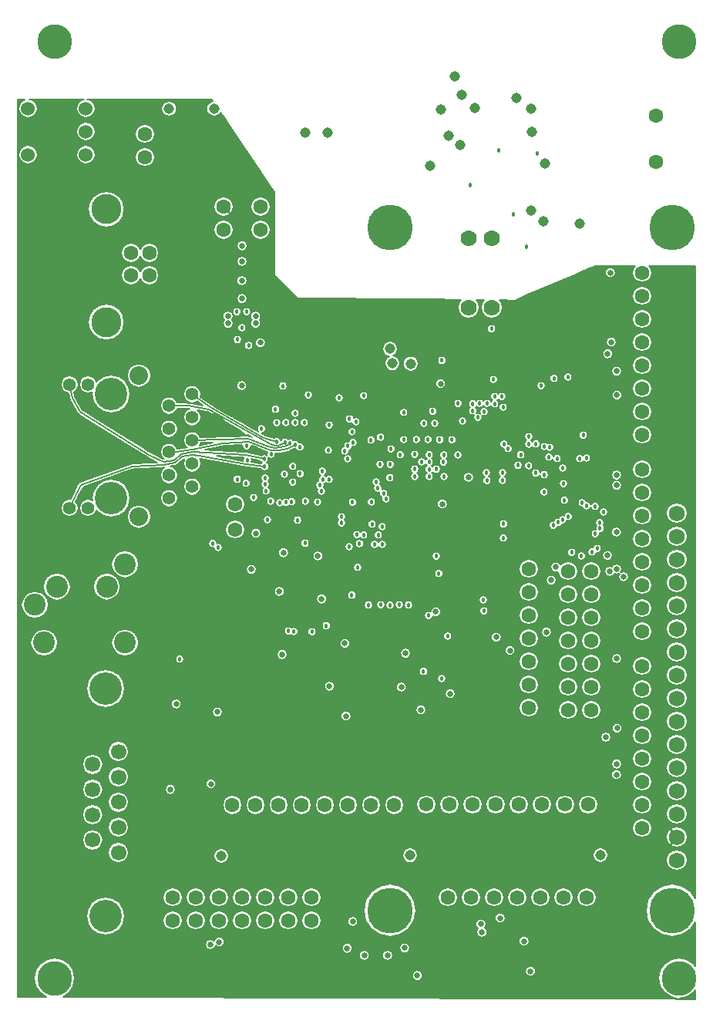
<source format=gbr>
G04 (created by PCBNEW-RS274X (2010-03-14)-final) date Thu 13 Oct 2011 09:10:50 PM EDT*
G01*
G70*
G90*
%MOIN*%
G04 Gerber Fmt 3.4, Leading zero omitted, Abs format*
%FSLAX34Y34*%
G04 APERTURE LIST*
%ADD10C,0.001000*%
%ADD11C,0.150000*%
%ADD12C,0.063000*%
%ADD13C,0.129900*%
%ADD14C,0.060000*%
%ADD15C,0.094500*%
%ADD16C,0.140000*%
%ADD17C,0.066900*%
%ADD18C,0.068900*%
%ADD19C,0.196900*%
%ADD20C,0.080000*%
%ADD21C,0.055000*%
%ADD22C,0.070000*%
%ADD23C,0.018000*%
%ADD24C,0.025000*%
%ADD25C,0.045000*%
%ADD26C,0.005000*%
%ADD27C,0.010000*%
G04 APERTURE END LIST*
G54D10*
G54D11*
X18000Y-32000D03*
X-09000Y08500D03*
X18000Y08500D03*
X-09000Y-32000D03*
G54D12*
X-05100Y03500D03*
X-05100Y04500D03*
X-01699Y01364D03*
X-01699Y00364D03*
X-00099Y01364D03*
X-00099Y00364D03*
X11500Y-14300D03*
X11500Y-15300D03*
X11500Y-16300D03*
X11500Y-17300D03*
X11500Y-18300D03*
X11500Y-19300D03*
X11500Y-20300D03*
X14200Y-20400D03*
X13200Y-20400D03*
X14200Y-19400D03*
X13200Y-19400D03*
X14200Y-18400D03*
X13200Y-18400D03*
X14200Y-17400D03*
X13200Y-17400D03*
X14200Y-16400D03*
X13200Y-16400D03*
X14200Y-15400D03*
X13200Y-15400D03*
X14200Y-14400D03*
X13200Y-14400D03*
X16400Y-01500D03*
X16400Y-02500D03*
X16400Y-04500D03*
X16400Y-05500D03*
X16400Y-06500D03*
X16400Y-07500D03*
X16400Y-08500D03*
X16400Y-03500D03*
X16400Y-10000D03*
X16400Y-11000D03*
X16400Y-13000D03*
X16400Y-14000D03*
X16400Y-15000D03*
X16400Y-16000D03*
X16400Y-17000D03*
X16400Y-12000D03*
X16400Y-18500D03*
X16400Y-19500D03*
X16400Y-21500D03*
X16400Y-22500D03*
X16400Y-23500D03*
X16400Y-24500D03*
X16400Y-25500D03*
X16400Y-20500D03*
G54D13*
X-06760Y01241D03*
X-06760Y-03641D03*
G54D12*
X-05693Y-00637D03*
X-04906Y-00637D03*
X-04906Y-01621D03*
X-05693Y-01621D03*
G54D14*
X-07650Y03600D03*
X-07650Y04600D03*
X-07650Y05600D03*
X-10150Y05600D03*
X-10150Y03600D03*
G54D15*
X-09849Y-15859D03*
X-08904Y-15072D03*
X-06739Y-15072D03*
X-05951Y-14107D03*
X-05951Y-17493D03*
X-09455Y-17493D03*
G54D12*
X03690Y-24510D03*
X04690Y-24510D03*
X05690Y-24510D03*
X02690Y-24510D03*
X01690Y-24510D03*
X00690Y-24510D03*
X-00310Y-24510D03*
X-01310Y-24510D03*
X14083Y-24496D03*
X13083Y-24496D03*
X12083Y-24496D03*
X11083Y-24496D03*
X10083Y-24496D03*
X09083Y-24496D03*
X08083Y-24496D03*
X07083Y-24496D03*
G54D16*
X-06800Y-19480D03*
G54D17*
X-06241Y-22206D03*
X-06241Y-23297D03*
X-06241Y-24387D03*
X-06241Y-25478D03*
X-06241Y-26569D03*
X-07359Y-22752D03*
X-07359Y-23842D03*
X-07359Y-24933D03*
X-07359Y-26023D03*
G54D16*
X-06800Y-29319D03*
G54D18*
X17900Y-26898D03*
X17900Y-25898D03*
X17900Y-24898D03*
X17900Y-23898D03*
X17900Y-22898D03*
X17900Y-21898D03*
X17900Y-20898D03*
X17900Y-19898D03*
X17900Y-18898D03*
X17900Y-17898D03*
X17900Y-16898D03*
X17900Y-15898D03*
X17900Y-14898D03*
X17900Y-13898D03*
X17900Y-12898D03*
X17900Y-11898D03*
G54D19*
X17703Y-29063D03*
X05498Y-29063D03*
X05498Y00464D03*
X17703Y00464D03*
G54D12*
X02100Y-28500D03*
X02100Y-29500D03*
X01100Y-28500D03*
X01100Y-29500D03*
X00100Y-28500D03*
X00100Y-29500D03*
X-00900Y-28500D03*
X-00900Y-29500D03*
X-01900Y-28500D03*
X-01900Y-29500D03*
X-02900Y-28500D03*
X-02900Y-29500D03*
X-03900Y-28500D03*
X-03900Y-29500D03*
X08000Y-28500D03*
X09000Y-28500D03*
X10000Y-28500D03*
X11000Y-28500D03*
X12000Y-28500D03*
X13000Y-28500D03*
X14000Y-28500D03*
G54D16*
X-06550Y-06750D03*
X-06550Y-11250D03*
G54D20*
X-05350Y-05950D03*
X-05350Y-12050D03*
G54D21*
X-07550Y-06330D03*
X-08350Y-06330D03*
X-07550Y-11670D03*
X-08350Y-11670D03*
X-03050Y-06750D03*
X-04050Y-07250D03*
X-03050Y-07750D03*
X-04050Y-08250D03*
X-03050Y-08750D03*
X-04050Y-09250D03*
X-03050Y-09750D03*
X-04050Y-10250D03*
X-03050Y-10750D03*
X-04050Y-11250D03*
G54D22*
X08900Y-03000D03*
X09900Y-03000D03*
X09900Y00000D03*
X08900Y00000D03*
G54D12*
X17000Y05300D03*
X17000Y03300D03*
X-01200Y-11500D03*
X-01200Y-12600D03*
G54D23*
X03859Y-08377D03*
X01854Y-11374D03*
X14014Y-11576D03*
X10421Y-12362D03*
X04107Y-14237D03*
X04573Y-15863D03*
X00101Y-10385D03*
X01251Y-11401D03*
X00367Y-09353D03*
X01615Y-09038D03*
X-00662Y-09598D03*
X00601Y-07989D03*
X00998Y-07986D03*
X01395Y-07986D03*
X01799Y-07986D03*
X04969Y-10816D03*
X02539Y-10943D03*
G54D24*
X15297Y-23200D03*
X15603Y-14641D03*
X15320Y-06792D03*
G54D23*
X13784Y-13740D03*
X07999Y-17215D03*
X05901Y-15859D03*
X07503Y-13755D03*
X07177Y-16324D03*
G54D24*
X15309Y-05761D03*
X15301Y-14316D03*
X15305Y-22738D03*
G54D23*
X09563Y-16121D03*
X06302Y-15863D03*
X04731Y-12368D03*
X14739Y-11844D03*
X05160Y-12475D03*
X14368Y-11601D03*
X03857Y-15435D03*
X03740Y-13351D03*
X04997Y-12836D03*
X14574Y-12301D03*
X02754Y-16764D03*
X02132Y-17025D03*
X04067Y-12823D03*
X14459Y-13424D03*
X05169Y-13251D03*
X14383Y-12787D03*
X04833Y-13240D03*
X14589Y-12561D03*
X04367Y-12837D03*
X14244Y-13571D03*
X04693Y-11418D03*
X01353Y-17011D03*
X03883Y-11425D03*
X01119Y-16989D03*
X02476Y-10696D03*
X04910Y-10552D03*
X03757Y-07821D03*
X02595Y-10439D03*
X05231Y-11040D03*
X-02163Y-13200D03*
X00112Y-10638D03*
X03902Y-08837D03*
X00998Y-11428D03*
X02372Y-11420D03*
X03676Y-09546D03*
X00734Y-11447D03*
X03549Y-09199D03*
X00348Y-11383D03*
X00150Y-10936D03*
X03690Y-08994D03*
X12187Y-09020D03*
X09390Y-07153D03*
X09544Y-15652D03*
G54D24*
X14922Y-05004D03*
X14912Y-13729D03*
X15010Y-14409D03*
X14840Y-21580D03*
G54D23*
X05501Y-15868D03*
X11158Y-09369D03*
X09309Y-07757D03*
X05104Y-15854D03*
X07615Y-14498D03*
X06956Y-18737D03*
X09084Y-07468D03*
X11813Y-10162D03*
X11035Y-09829D03*
X09090Y-07165D03*
G54D24*
X12674Y-14225D03*
G54D23*
X05330Y-11278D03*
X-01927Y-13379D03*
X02587Y-10085D03*
X02878Y-10435D03*
G54D24*
X12472Y-14791D03*
G54D23*
X11882Y03663D03*
G54D25*
X11648Y04597D03*
X12139Y00713D03*
X12198Y03226D03*
G54D24*
X-00907Y-06384D03*
G54D25*
X06396Y-05431D03*
X05614Y-05422D03*
G54D23*
X-00698Y-08993D03*
G54D24*
X-00309Y-03381D03*
X-00307Y-03688D03*
X-01492Y-03688D03*
X-01500Y-03378D03*
X-00899Y-02621D03*
X-00903Y-01844D03*
X-00899Y-01015D03*
X-00888Y-00336D03*
G54D23*
X-01097Y-04396D03*
G54D24*
X10098Y-17261D03*
X10691Y-17834D03*
G54D23*
X12597Y-06065D03*
X13198Y-06013D03*
X12035Y-06392D03*
G54D25*
X05501Y-04794D03*
G54D24*
X-02264Y-30549D03*
X05399Y-31016D03*
X04392Y-31013D03*
X06687Y-31888D03*
X11298Y-30397D03*
X10266Y-29399D03*
G54D25*
X-02102Y05592D03*
X-04044Y05582D03*
G54D23*
X07753Y-05296D03*
X09896Y-03927D03*
X09986Y-06120D03*
G54D25*
X06375Y-26692D03*
X14599Y-26688D03*
X-01795Y-26712D03*
G54D24*
X11583Y-31700D03*
X03891Y-29550D03*
G54D23*
X01299Y-09872D03*
X01622Y-10194D03*
X00946Y-10209D03*
X01295Y-10554D03*
X02841Y-09170D03*
X02877Y-08093D03*
X03303Y-06907D03*
X00868Y-06397D03*
G54D24*
X00721Y-15281D03*
X-00491Y-14328D03*
X00897Y-13604D03*
G54D23*
X01830Y-13195D03*
G54D24*
X07489Y-16159D03*
X02550Y-15603D03*
X02389Y-13744D03*
G54D23*
X01504Y-12197D03*
X04362Y-06820D03*
X06097Y-07539D03*
X07355Y-07494D03*
X06967Y-08015D03*
X05091Y-08619D03*
X05519Y-09788D03*
X05498Y-10364D03*
X07196Y-10307D03*
X06576Y-09995D03*
X06570Y-09357D03*
X07196Y-09372D03*
X07827Y-09385D03*
X06570Y-10307D03*
X07837Y-10314D03*
X07821Y-09688D03*
X06877Y-09679D03*
X07199Y-09998D03*
X07199Y-09998D03*
X07514Y-09995D03*
X07199Y-09685D03*
G54D24*
X07693Y-06297D03*
X12269Y-17039D03*
X00843Y-18003D03*
X03555Y-17528D03*
X06178Y-17956D03*
X03597Y-20667D03*
X06841Y-20401D03*
X05992Y-19419D03*
X-01960Y-20492D03*
X-03739Y-20142D03*
X-02240Y-23601D03*
X02888Y-19373D03*
G54D23*
X04189Y-13215D03*
X04687Y-08734D03*
X10404Y-12968D03*
X10336Y-06858D03*
X01397Y-07583D03*
X13821Y-11445D03*
X13054Y-11337D03*
X12159Y-10973D03*
X13008Y-10625D03*
X12173Y-10231D03*
X12971Y-09944D03*
X13862Y-08527D03*
X13359Y-13590D03*
G54D24*
X15030Y-01497D03*
X15305Y-10695D03*
X15296Y-12718D03*
X15305Y-18186D03*
X15324Y-21195D03*
X-00291Y-12766D03*
G54D23*
X00201Y-12175D03*
X-03586Y-18200D03*
X00556Y-07402D03*
X-00049Y-08250D03*
G54D24*
X15301Y-10249D03*
X08897Y-10345D03*
G54D23*
X-00397Y-11222D03*
X-00716Y-10603D03*
G54D24*
X15079Y-04499D03*
X08113Y-19699D03*
X-03995Y-23838D03*
G54D23*
X04031Y-07951D03*
G54D24*
X07765Y-11498D03*
X-00100Y-04527D03*
G54D25*
X08540Y04021D03*
X10989Y06038D03*
X11615Y05592D03*
X08040Y04408D03*
X13699Y00604D03*
G54D23*
X11401Y-00390D03*
X10199Y03801D03*
G54D25*
X02819Y04567D03*
X11600Y01198D03*
G54D23*
X03407Y-12322D03*
X11498Y-09843D03*
X09568Y-07504D03*
X09698Y-10490D03*
X12563Y-12421D03*
X10366Y-10485D03*
X12973Y-12183D03*
X05071Y-09790D03*
X09672Y-10147D03*
X12768Y-12296D03*
X10369Y-10148D03*
X13215Y-12038D03*
X05549Y-09121D03*
X01968Y-06794D03*
X07739Y-19041D03*
X-00903Y-03882D03*
X-01113Y-03187D03*
X-00693Y-03187D03*
X-00609Y-04641D03*
X09711Y-07153D03*
X13702Y-09532D03*
X10428Y-08906D03*
X13997Y-09507D03*
X11821Y-08904D03*
X10031Y-06855D03*
X11509Y-08911D03*
X10033Y-07166D03*
X11503Y-08594D03*
X10395Y-07320D03*
X12727Y-09535D03*
X08643Y-07911D03*
X12420Y-09053D03*
X10616Y-09103D03*
X12376Y-09466D03*
X08454Y-07156D03*
X01186Y-08868D03*
X03407Y-12059D03*
X00062Y-09551D03*
X00611Y-08805D03*
G54D24*
X09481Y-30011D03*
G54D23*
X00958Y-08836D03*
X01408Y-08937D03*
G54D24*
X09431Y-29658D03*
G54D23*
X00090Y-09880D03*
X10847Y01023D03*
X08968Y02296D03*
G54D25*
X07228Y03127D03*
X01853Y04547D03*
X08317Y06990D03*
X09164Y05618D03*
X08596Y06202D03*
X07703Y05556D03*
G54D23*
X06650Y-08717D03*
X07153Y-08719D03*
X07656Y-08723D03*
X08184Y-08724D03*
X06099Y-08720D03*
X08436Y-09385D03*
X05949Y-09371D03*
X07438Y-08009D03*
X-01101Y-10431D03*
X11194Y-08609D03*
X12159Y-11257D03*
X12205Y-10622D03*
X12192Y-09779D03*
X13035Y-10961D03*
X13003Y-10292D03*
X11166Y-11258D03*
X06195Y-10942D03*
X06601Y-10939D03*
X07192Y-10928D03*
X07596Y-10945D03*
X08150Y-10928D03*
X05948Y-10320D03*
X08450Y-10323D03*
X03361Y-10690D03*
X02003Y-12197D03*
X02378Y-12809D03*
G54D24*
X01168Y-16036D03*
X01652Y-15599D03*
G54D23*
X07003Y-14950D03*
G54D24*
X10064Y-14904D03*
X08390Y-15646D03*
X12292Y-17833D03*
X12409Y-19741D03*
G54D23*
X13371Y-13152D03*
X02208Y-07983D03*
X01429Y-06793D03*
G54D24*
X03413Y-19926D03*
X06404Y-19820D03*
G54D23*
X13904Y-07692D03*
X14299Y-10842D03*
X01003Y-12179D03*
X01412Y-13634D03*
X07461Y-19450D03*
X-04051Y-20158D03*
G54D24*
X15053Y-03499D03*
X15300Y-11719D03*
X15306Y-20776D03*
G54D23*
X04688Y-08114D03*
X04727Y-07545D03*
X05154Y-07546D03*
X05774Y-07546D03*
X06098Y-06771D03*
G54D24*
X-00202Y-11752D03*
X00099Y-27145D03*
X07519Y-31907D03*
X11580Y-32104D03*
X12087Y-05914D03*
X-01877Y-30432D03*
X06137Y-30694D03*
X03657Y-30703D03*
G54D26*
X01186Y-08868D02*
X01055Y-08987D01*
X01055Y-08987D02*
X00764Y-09061D01*
X00764Y-09061D02*
X00502Y-09089D01*
X00502Y-09089D02*
X00238Y-09022D01*
X-00634Y-08676D02*
X00238Y-09022D01*
X-03050Y-08750D02*
X-00634Y-08676D01*
X-00714Y-09373D02*
X00062Y-09551D01*
X-00714Y-09373D02*
X-03018Y-09251D01*
X-03018Y-09251D02*
X-03513Y-09344D01*
X-03513Y-09344D02*
X-03836Y-09618D01*
X-03836Y-09618D02*
X-04296Y-09686D01*
X-04296Y-09686D02*
X-04931Y-09364D01*
X-04931Y-09364D02*
X-07900Y-07516D01*
X-07900Y-07516D02*
X-08237Y-06899D01*
X-08237Y-06899D02*
X-08350Y-06330D01*
X00611Y-08805D02*
X00029Y-08635D01*
X00029Y-08635D02*
X-02254Y-07327D01*
X-02254Y-07327D02*
X-03050Y-06750D01*
X00958Y-08836D02*
X00670Y-08963D01*
X00670Y-08963D02*
X00551Y-08982D01*
X00551Y-08982D02*
X00327Y-08924D01*
X00327Y-08924D02*
X-02323Y-07404D01*
X-02323Y-07404D02*
X-03223Y-07251D01*
X-03223Y-07251D02*
X-04050Y-07250D01*
X01408Y-08937D02*
X01071Y-09118D01*
X01071Y-09118D02*
X00692Y-09195D01*
X00692Y-09195D02*
X00355Y-09187D01*
X-00594Y-08802D02*
X00355Y-09187D01*
X-00594Y-08802D02*
X-01715Y-08874D01*
X-01715Y-08874D02*
X-03025Y-09148D01*
X-03025Y-09148D02*
X-03769Y-09236D01*
X-03769Y-09236D02*
X-04050Y-09250D01*
X00090Y-09880D02*
X-00731Y-09784D01*
X-00731Y-09784D02*
X-02770Y-09408D01*
X-02770Y-09408D02*
X-03067Y-09371D01*
X-03496Y-09462D02*
X-03067Y-09371D01*
X-03496Y-09462D02*
X-03795Y-09716D01*
X-03795Y-09716D02*
X-04290Y-09806D01*
X-04290Y-09806D02*
X-05614Y-09873D01*
X-05614Y-09873D02*
X-07862Y-10665D01*
X-07862Y-10665D02*
X-08350Y-11670D01*
G54D27*
X01287Y-05863D02*
X01429Y-06793D01*
X01429Y-06793D02*
X02208Y-07983D01*
X02208Y-07983D02*
X03129Y-08965D01*
X03129Y-08965D02*
X03361Y-10690D01*
X03361Y-10690D02*
X02461Y-12276D01*
X02461Y-12276D02*
X02003Y-12197D01*
X02461Y-12276D02*
X02378Y-12809D01*
X02003Y-12197D02*
X01627Y-12463D01*
X01627Y-12463D02*
X01249Y-12405D01*
X01249Y-12405D02*
X01003Y-12179D01*
X01412Y-13634D02*
X02101Y-13414D01*
X02101Y-13414D02*
X02378Y-12809D01*
X01412Y-13634D02*
X01652Y-15599D01*
X01168Y-16036D02*
X01652Y-15599D01*
X01652Y-15599D02*
X02955Y-15057D01*
X02955Y-15057D02*
X05618Y-15001D01*
X05618Y-15001D02*
X07003Y-14950D01*
X07003Y-14950D02*
X08390Y-15646D01*
X08390Y-15646D02*
X10064Y-14904D01*
X10064Y-14904D02*
X08150Y-10928D01*
X08150Y-10928D02*
X08450Y-10323D01*
X03361Y-10690D02*
X05005Y-10142D01*
X05005Y-10142D02*
X05952Y-10157D01*
X05952Y-10157D02*
X05948Y-10320D01*
X08150Y-10928D02*
X11166Y-11258D01*
X11166Y-11258D02*
X12159Y-11257D01*
X12159Y-11257D02*
X13035Y-10961D01*
X13035Y-10961D02*
X12205Y-10622D01*
X12205Y-10622D02*
X13003Y-10292D01*
X13003Y-10292D02*
X12192Y-09779D01*
X08450Y-10323D02*
X09982Y-08637D01*
X09982Y-08637D02*
X11194Y-08609D01*
X11194Y-08609D02*
X11816Y-07828D01*
X11816Y-07828D02*
X13904Y-07692D01*
X13904Y-07692D02*
X14388Y-09271D01*
X14388Y-09271D02*
X14299Y-10842D01*
X13035Y-10961D02*
X14299Y-10842D01*
X08390Y-15646D02*
X08198Y-19303D01*
X07461Y-19450D02*
X08198Y-19303D01*
X07461Y-19450D02*
X06404Y-19820D01*
X06404Y-19820D02*
X03413Y-19926D01*
X03413Y-19926D02*
X01638Y-19380D01*
X01638Y-19380D02*
X00427Y-18181D01*
X01168Y-16036D02*
X00216Y-17495D01*
X00216Y-17495D02*
X-03987Y-19333D01*
X-03987Y-19333D02*
X-04051Y-20158D01*
X08198Y-19303D02*
X10687Y-20888D01*
X10687Y-20888D02*
X11879Y-21008D01*
X11879Y-21008D02*
X12409Y-19741D01*
X12409Y-19741D02*
X12292Y-17833D01*
X10064Y-14904D02*
X11036Y-13660D01*
X11036Y-13660D02*
X13371Y-13152D01*
X11879Y-21008D02*
X14511Y-21018D01*
X14511Y-21018D02*
X15306Y-20776D01*
X15306Y-20776D02*
X15653Y-17400D01*
X15653Y-17400D02*
X15904Y-14640D01*
X15904Y-14640D02*
X15661Y-11988D01*
X15661Y-11988D02*
X15300Y-11719D01*
X15300Y-11719D02*
X14299Y-10842D01*
G54D26*
X04688Y-08114D02*
X04727Y-07545D01*
X04727Y-07545D02*
X05154Y-07546D01*
X05154Y-07546D02*
X05774Y-07546D01*
X05774Y-07546D02*
X06098Y-06771D01*
X04688Y-08114D02*
X03129Y-08965D01*
X05948Y-10320D02*
X06195Y-10942D01*
X06195Y-10942D02*
X06601Y-10939D01*
X06601Y-10939D02*
X07192Y-10928D01*
X07192Y-10928D02*
X07596Y-10945D01*
X07596Y-10945D02*
X08150Y-10928D01*
G54D27*
X00427Y-18181D02*
X00216Y-17495D01*
X11816Y-07828D02*
X11731Y-06375D01*
X11731Y-06375D02*
X12087Y-05914D01*
X12087Y-05914D02*
X15053Y-03499D01*
X-04051Y-20158D02*
X-02811Y-23808D01*
X-01440Y-25902D02*
X00099Y-27145D01*
X00099Y-27145D02*
X06343Y-27831D01*
X06343Y-27831D02*
X07575Y-29341D01*
X07575Y-29341D02*
X10781Y-32036D01*
X10781Y-32036D02*
X11580Y-32104D01*
X07575Y-29341D02*
X07519Y-31907D01*
X-02811Y-23808D02*
X-01440Y-25902D01*
X11879Y-21008D02*
X14727Y-23906D01*
X14727Y-23906D02*
X15657Y-25934D01*
X15657Y-25934D02*
X17461Y-26395D01*
X17461Y-26395D02*
X17900Y-25898D01*
X17900Y-25898D02*
X17471Y-25351D01*
X01003Y-12179D02*
X-00202Y-11752D01*
X01287Y-05863D02*
X00384Y-03693D01*
X00384Y-03693D02*
X-00187Y-00600D01*
X-00187Y-00600D02*
X-00719Y00302D01*
X-00719Y00302D02*
X-01699Y01364D01*
G54D10*
G36*
X18360Y-14898D02*
X18700Y-14926D01*
X18325Y-15074D01*
X18360Y-14898D01*
X18360Y-14898D01*
G37*
G54D26*
X18360Y-14898D02*
X18700Y-14926D01*
X18325Y-15074D01*
X18360Y-14898D01*
G54D10*
G36*
X17575Y-23573D02*
X16829Y-23500D01*
X17575Y-23223D01*
X17575Y-23573D01*
X17575Y-23573D01*
G37*
G54D26*
X17575Y-23573D02*
X16829Y-23500D01*
X17575Y-23223D01*
X17575Y-23573D01*
G54D10*
G36*
X17575Y-21573D02*
X16829Y-21500D01*
X17575Y-21223D01*
X17575Y-21573D01*
X17575Y-21573D01*
G37*
G54D26*
X17575Y-21573D02*
X16829Y-21500D01*
X17575Y-21223D01*
X17575Y-21573D01*
G54D10*
G36*
X17575Y-19573D02*
X16829Y-19500D01*
X17575Y-19223D01*
X17575Y-19573D01*
X17575Y-19573D01*
G37*
G54D26*
X17575Y-19573D02*
X16829Y-19500D01*
X17575Y-19223D01*
X17575Y-19573D01*
G54D10*
G36*
X17575Y-17573D02*
X16796Y-17164D01*
X17575Y-17223D01*
X17575Y-17573D01*
X17575Y-17573D01*
G37*
G54D26*
X17575Y-17573D02*
X16796Y-17164D01*
X17575Y-17223D01*
X17575Y-17573D01*
G54D10*
G36*
X18700Y-13173D02*
X18700Y-13788D01*
X18325Y-13722D01*
X18700Y-13173D01*
X18700Y-13173D01*
G37*
G54D26*
X18700Y-13173D02*
X18700Y-13788D01*
X18325Y-13722D01*
X18700Y-13173D01*
G54D10*
G36*
X17654Y-09355D02*
X18700Y-07308D01*
X18700Y-09355D01*
X17654Y-09355D01*
X17654Y-09355D01*
G37*
G54D26*
X17654Y-09355D02*
X18700Y-07308D01*
X18700Y-09355D01*
X17654Y-09355D01*
G54D10*
G36*
X17654Y-07308D02*
X18700Y-05261D01*
X18700Y-07308D01*
X17654Y-07308D01*
X17654Y-07308D01*
G37*
G54D26*
X17654Y-07308D02*
X18700Y-05261D01*
X18700Y-07308D01*
X17654Y-07308D01*
G54D10*
G36*
X17654Y-05261D02*
X18700Y-03213D01*
X18700Y-05261D01*
X17654Y-05261D01*
X17654Y-05261D01*
G37*
G54D26*
X17654Y-05261D02*
X18700Y-03213D01*
X18700Y-05261D01*
X17654Y-05261D01*
G54D10*
G36*
X17654Y-03213D02*
X18700Y-01200D01*
X18700Y-03213D01*
X17654Y-03213D01*
X17654Y-03213D01*
G37*
G54D26*
X17654Y-03213D02*
X18700Y-01200D01*
X18700Y-03213D01*
X17654Y-03213D01*
G54D10*
G36*
X18629Y-31371D02*
X18341Y-31178D01*
X18700Y-31273D01*
X18629Y-31371D01*
X18629Y-31371D01*
G37*
G54D26*
X18629Y-31371D02*
X18341Y-31178D01*
X18700Y-31273D01*
X18629Y-31371D01*
G54D10*
G36*
X18700Y-14926D02*
X18700Y-15663D01*
X18325Y-15074D01*
X18700Y-14926D01*
X18700Y-14926D01*
G37*
G54D26*
X18700Y-14926D02*
X18700Y-15663D01*
X18325Y-15074D01*
X18700Y-14926D01*
G54D10*
G36*
X18076Y-11473D02*
X17900Y-11438D01*
X18700Y-09355D01*
X18076Y-11473D01*
X18076Y-11473D01*
G37*
G54D26*
X18076Y-11473D02*
X17900Y-11438D01*
X18700Y-09355D01*
X18076Y-11473D01*
G54D10*
G36*
X17654Y-07308D02*
X18700Y-07308D01*
X17654Y-09355D01*
X17654Y-07308D01*
X17654Y-07308D01*
G37*
G54D26*
X17654Y-07308D02*
X18700Y-07308D01*
X17654Y-09355D01*
X17654Y-07308D01*
G54D10*
G36*
X17654Y-05261D02*
X18700Y-05261D01*
X17654Y-07308D01*
X17654Y-05261D01*
X17654Y-05261D01*
G37*
G54D26*
X17654Y-05261D02*
X18700Y-05261D01*
X17654Y-07308D01*
X17654Y-05261D01*
G54D10*
G36*
X17654Y-03213D02*
X18700Y-03213D01*
X17654Y-05261D01*
X17654Y-03213D01*
X17654Y-03213D01*
G37*
G54D26*
X17654Y-03213D02*
X18700Y-03213D01*
X17654Y-05261D01*
X17654Y-03213D01*
G54D10*
G36*
X17654Y-07308D02*
X16829Y-06500D01*
X17654Y-05261D01*
X17654Y-07308D01*
X17654Y-07308D01*
G37*
G54D26*
X17654Y-07308D02*
X16829Y-06500D01*
X17654Y-05261D01*
X17654Y-07308D01*
G54D10*
G36*
X15561Y-32889D02*
X13468Y-32882D01*
X15561Y-31876D01*
X15561Y-32889D01*
X15561Y-32889D01*
G37*
G54D26*
X15561Y-32889D02*
X13468Y-32882D01*
X15561Y-31876D01*
X15561Y-32889D01*
G54D10*
G36*
X17654Y-27782D02*
X17703Y-27924D01*
X17267Y-28011D01*
X17654Y-27782D01*
X17654Y-27782D01*
G37*
G54D26*
X17654Y-27782D02*
X17703Y-27924D01*
X17267Y-28011D01*
X17654Y-27782D01*
G54D10*
G36*
X13468Y-31876D02*
X13468Y-29829D01*
X15561Y-29829D01*
X13468Y-31876D01*
X13468Y-31876D01*
G37*
G54D26*
X13468Y-31876D02*
X13468Y-29829D01*
X15561Y-29829D01*
X13468Y-31876D01*
G54D10*
G36*
X13350Y-12173D02*
X14193Y-12787D01*
X13288Y-12214D01*
X13350Y-12173D01*
X13350Y-12173D01*
G37*
G54D26*
X13350Y-12173D02*
X14193Y-12787D01*
X13288Y-12214D01*
X13350Y-12173D01*
G54D10*
G36*
X17654Y-11403D02*
X16796Y-10164D01*
X17654Y-09355D01*
X17654Y-11403D01*
X17654Y-11403D01*
G37*
G54D26*
X17654Y-11403D02*
X16796Y-10164D01*
X17654Y-09355D01*
X17654Y-11403D01*
G54D10*
G36*
X15561Y-05261D02*
X15309Y-05533D01*
X15083Y-05165D01*
X15561Y-05261D01*
X15561Y-05261D01*
G37*
G54D26*
X15561Y-05261D02*
X15309Y-05533D01*
X15083Y-05165D01*
X15561Y-05261D01*
G54D10*
G36*
X17654Y-03213D02*
X16796Y-02336D01*
X17654Y-01200D01*
X17654Y-03213D01*
X17654Y-03213D01*
G37*
G54D26*
X17654Y-03213D02*
X16796Y-02336D01*
X17654Y-01200D01*
X17654Y-03213D01*
G54D10*
G36*
X15240Y-01410D02*
X15435Y-01200D01*
X15258Y-01497D01*
X15240Y-01410D01*
X15240Y-01410D01*
G37*
G54D26*
X15240Y-01410D02*
X15435Y-01200D01*
X15258Y-01497D01*
X15240Y-01410D01*
G54D10*
G36*
X15561Y-29829D02*
X15561Y-31876D01*
X13468Y-31876D01*
X15561Y-29829D01*
X15561Y-29829D01*
G37*
G54D26*
X15561Y-29829D02*
X15561Y-31876D01*
X13468Y-31876D01*
X15561Y-29829D01*
G54D10*
G36*
X14000Y-28071D02*
X14471Y-26996D01*
X14164Y-28104D01*
X14000Y-28071D01*
X14000Y-28071D01*
G37*
G54D26*
X14000Y-28071D02*
X14471Y-26996D01*
X14164Y-28104D01*
X14000Y-28071D01*
G54D10*
G36*
X11137Y-30558D02*
X11373Y-31613D01*
X09282Y-31876D01*
X11137Y-30558D01*
X11137Y-30558D01*
G37*
G54D26*
X11137Y-30558D02*
X11373Y-31613D01*
X09282Y-31876D01*
X11137Y-30558D01*
G54D10*
G36*
X11375Y-29829D02*
X10494Y-29399D01*
X11000Y-28929D01*
X11375Y-29829D01*
X11375Y-29829D01*
G37*
G54D26*
X11375Y-29829D02*
X10494Y-29399D01*
X11000Y-28929D01*
X11375Y-29829D01*
G54D10*
G36*
X13468Y-25734D02*
X12164Y-28104D01*
X11375Y-25734D01*
X13468Y-25734D01*
X13468Y-25734D01*
G37*
G54D26*
X13468Y-25734D02*
X12164Y-28104D01*
X11375Y-25734D01*
X13468Y-25734D01*
G54D10*
G36*
X13468Y-21639D02*
X12083Y-24067D01*
X11375Y-21639D01*
X13468Y-21639D01*
X13468Y-21639D01*
G37*
G54D26*
X13468Y-21639D02*
X12083Y-24067D01*
X11375Y-21639D01*
X13468Y-21639D01*
G54D10*
G36*
X15971Y-08500D02*
X15561Y-09355D01*
X14052Y-08527D01*
X15971Y-08500D01*
X15971Y-08500D01*
G37*
G54D26*
X15971Y-08500D02*
X15561Y-09355D01*
X14052Y-08527D01*
X15971Y-08500D01*
G54D10*
G36*
X11375Y-07308D02*
X12108Y-06568D01*
X13468Y-07308D01*
X11375Y-07308D01*
X11375Y-07308D01*
G37*
G54D26*
X11375Y-07308D02*
X12108Y-06568D01*
X13468Y-07308D01*
X11375Y-07308D01*
G54D10*
G36*
X13468Y-05261D02*
X11375Y-05261D01*
X13468Y-03213D01*
X13468Y-05261D01*
X13468Y-05261D01*
G37*
G54D26*
X13468Y-05261D02*
X11375Y-05261D01*
X13468Y-03213D01*
X13468Y-05261D01*
G54D10*
G36*
X11375Y-03213D02*
X11375Y-02496D01*
X13468Y-03213D01*
X11375Y-03213D01*
X11375Y-03213D01*
G37*
G54D26*
X11375Y-03213D02*
X11375Y-02496D01*
X13468Y-03213D01*
X11375Y-03213D01*
G54D10*
G36*
X13468Y-27782D02*
X12836Y-28104D01*
X13468Y-25734D01*
X13468Y-27782D01*
X13468Y-27782D01*
G37*
G54D26*
X13468Y-27782D02*
X12836Y-28104D01*
X13468Y-25734D01*
X13468Y-27782D01*
G54D10*
G36*
X13468Y-21639D02*
X15078Y-22738D01*
X13468Y-23687D01*
X13468Y-21639D01*
X13468Y-21639D01*
G37*
G54D26*
X13468Y-21639D02*
X15078Y-22738D01*
X13468Y-23687D01*
X13468Y-21639D01*
G54D10*
G36*
X09282Y-29829D02*
X09271Y-29924D01*
X09270Y-29819D01*
X09282Y-29829D01*
X09282Y-29829D01*
G37*
G54D26*
X09282Y-29829D02*
X09271Y-29924D01*
X09270Y-29819D01*
X09282Y-29829D01*
G54D10*
G36*
X13468Y-23687D02*
X12083Y-24067D01*
X13468Y-21639D01*
X13468Y-23687D01*
X13468Y-23687D01*
G37*
G54D26*
X13468Y-23687D02*
X12083Y-24067D01*
X13468Y-21639D01*
X13468Y-23687D01*
G54D10*
G36*
X11375Y-25734D02*
X10000Y-28071D01*
X09282Y-25734D01*
X11375Y-25734D01*
X11375Y-25734D01*
G37*
G54D26*
X11375Y-25734D02*
X10000Y-28071D01*
X09282Y-25734D01*
X11375Y-25734D01*
G54D10*
G36*
X11375Y-21639D02*
X10083Y-24067D01*
X09282Y-21639D01*
X11375Y-21639D01*
X11375Y-21639D01*
G37*
G54D26*
X11375Y-21639D02*
X10083Y-24067D01*
X09282Y-21639D01*
X11375Y-21639D01*
G54D10*
G36*
X13468Y-03213D02*
X11375Y-05261D01*
X11375Y-03213D01*
X13468Y-03213D01*
X13468Y-03213D01*
G37*
G54D26*
X13468Y-03213D02*
X11375Y-05261D01*
X11375Y-03213D01*
X13468Y-03213D01*
G54D10*
G36*
X10900Y-02700D02*
X10366Y-03000D01*
X10331Y-02822D01*
X10900Y-02700D01*
X10900Y-02700D01*
G37*
G54D26*
X10900Y-02700D02*
X10366Y-03000D01*
X10331Y-02822D01*
X10900Y-02700D01*
G54D10*
G36*
X11375Y-27782D02*
X10164Y-28104D01*
X11375Y-25734D01*
X11375Y-27782D01*
X11375Y-27782D01*
G37*
G54D26*
X11375Y-27782D02*
X10164Y-28104D01*
X11375Y-25734D01*
X11375Y-27782D01*
G54D10*
G36*
X11375Y-23687D02*
X11375Y-21639D01*
X12083Y-24067D01*
X11375Y-23687D01*
X11375Y-23687D01*
G37*
G54D26*
X11375Y-23687D02*
X11375Y-21639D01*
X12083Y-24067D01*
X11375Y-23687D01*
G54D10*
G36*
X11375Y-23687D02*
X10083Y-24067D01*
X11375Y-21639D01*
X11375Y-23687D01*
X11375Y-23687D01*
G37*
G54D26*
X11375Y-23687D02*
X10083Y-24067D01*
X11375Y-21639D01*
X11375Y-23687D01*
G54D10*
G36*
X09282Y-25734D02*
X08000Y-28071D01*
X07189Y-25734D01*
X09282Y-25734D01*
X09282Y-25734D01*
G37*
G54D26*
X09282Y-25734D02*
X08000Y-28071D01*
X07189Y-25734D01*
X09282Y-25734D01*
G54D10*
G36*
X09282Y-21639D02*
X08083Y-24067D01*
X07189Y-21639D01*
X09282Y-21639D01*
X09282Y-21639D01*
G37*
G54D26*
X09282Y-21639D02*
X08083Y-24067D01*
X07189Y-21639D01*
X09282Y-21639D01*
G54D10*
G36*
X07189Y-15497D02*
X06375Y-15687D01*
X07439Y-14571D01*
X07189Y-15497D01*
X07189Y-15497D01*
G37*
G54D26*
X07189Y-15497D02*
X06375Y-15687D01*
X07439Y-14571D01*
X07189Y-15497D01*
G54D10*
G36*
X09720Y-15725D02*
X09734Y-15652D01*
X11104Y-16136D01*
X09720Y-15725D01*
X09720Y-15725D01*
G37*
G54D26*
X09720Y-15725D02*
X09734Y-15652D01*
X11104Y-16136D01*
X09720Y-15725D01*
G54D10*
G36*
X09282Y-13450D02*
X07926Y-11659D01*
X09282Y-11403D01*
X09282Y-13450D01*
X09282Y-13450D01*
G37*
G54D26*
X09282Y-13450D02*
X07926Y-11659D01*
X09282Y-11403D01*
X09282Y-13450D01*
G54D10*
G36*
X09525Y-07018D02*
X09576Y-07018D01*
X09551Y-07057D01*
X09525Y-07018D01*
X09525Y-07018D01*
G37*
G54D26*
X09525Y-07018D02*
X09576Y-07018D01*
X09551Y-07057D01*
X09525Y-07018D01*
G54D10*
G36*
X10293Y-09041D02*
X09745Y-09971D01*
X09282Y-09355D01*
X10293Y-09041D01*
X10293Y-09041D01*
G37*
G54D26*
X10293Y-09041D02*
X09745Y-09971D01*
X09282Y-09355D01*
X10293Y-09041D01*
G54D10*
G36*
X09255Y-07288D02*
X09282Y-07308D01*
X09225Y-07300D01*
X09255Y-07288D01*
X09255Y-07288D01*
G37*
G54D26*
X09255Y-07288D02*
X09282Y-07308D01*
X09225Y-07300D01*
X09255Y-07288D01*
G54D10*
G36*
X09282Y-27782D02*
X08164Y-28104D01*
X09282Y-25734D01*
X09282Y-27782D01*
X09282Y-27782D01*
G37*
G54D26*
X09282Y-27782D02*
X08164Y-28104D01*
X09282Y-25734D01*
X09282Y-27782D01*
G54D10*
G36*
X07189Y-27782D02*
X07571Y-28500D01*
X06550Y-28627D01*
X07189Y-27782D01*
X07189Y-27782D01*
G37*
G54D26*
X07189Y-27782D02*
X07571Y-28500D01*
X06550Y-28627D01*
X07189Y-27782D01*
G54D10*
G36*
X09282Y-23687D02*
X08083Y-24067D01*
X09282Y-21639D01*
X09282Y-23687D01*
X09282Y-23687D01*
G37*
G54D26*
X09282Y-23687D02*
X08083Y-24067D01*
X09282Y-21639D01*
X09282Y-23687D01*
G54D10*
G36*
X07051Y-20488D02*
X08113Y-19927D01*
X07189Y-21639D01*
X07051Y-20488D01*
X07051Y-20488D01*
G37*
G54D26*
X07051Y-20488D02*
X08113Y-19927D01*
X07189Y-21639D01*
X07051Y-20488D01*
G54D10*
G36*
X03854Y-24906D02*
X04526Y-24906D01*
X05096Y-25734D01*
X03854Y-24906D01*
X03854Y-24906D01*
G37*
G54D26*
X03854Y-24906D02*
X04526Y-24906D01*
X05096Y-25734D01*
X03854Y-24906D01*
G54D10*
G36*
X09282Y-19592D02*
X08274Y-19538D01*
X07915Y-18968D01*
X09282Y-19592D01*
X09282Y-19592D01*
G37*
G54D26*
X09282Y-19592D02*
X08274Y-19538D01*
X07915Y-18968D01*
X09282Y-19592D01*
G54D10*
G36*
X05096Y-23687D02*
X05096Y-21639D01*
X07189Y-21639D01*
X05096Y-23687D01*
X05096Y-23687D01*
G37*
G54D26*
X05096Y-23687D02*
X05096Y-21639D01*
X07189Y-21639D01*
X05096Y-23687D01*
G54D10*
G36*
X09373Y-16121D02*
X09387Y-16194D01*
X07717Y-16159D01*
X09373Y-16121D01*
X09373Y-16121D01*
G37*
G54D26*
X09373Y-16121D02*
X09387Y-16194D01*
X07717Y-16159D01*
X09373Y-16121D01*
G54D10*
G36*
X05096Y-21639D02*
X03690Y-24081D01*
X03004Y-21639D01*
X05096Y-21639D01*
X05096Y-21639D01*
G37*
G54D26*
X05096Y-21639D02*
X03690Y-24081D01*
X03004Y-21639D01*
X05096Y-21639D01*
G54D10*
G36*
X06303Y-28258D02*
X06375Y-27026D01*
X07189Y-27782D01*
X06303Y-28258D01*
X06303Y-28258D01*
G37*
G54D26*
X06303Y-28258D02*
X06375Y-27026D01*
X07189Y-27782D01*
X06303Y-28258D01*
G54D10*
G36*
X07189Y-21639D02*
X07189Y-23687D01*
X05096Y-23687D01*
X07189Y-21639D01*
X07189Y-21639D01*
G37*
G54D26*
X07189Y-21639D02*
X07189Y-23687D01*
X05096Y-23687D01*
X07189Y-21639D01*
G54D10*
G36*
X03004Y-27782D02*
X03004Y-25734D01*
X05096Y-25734D01*
X03004Y-27782D01*
X03004Y-27782D01*
G37*
G54D26*
X03004Y-27782D02*
X03004Y-25734D01*
X05096Y-25734D01*
X03004Y-27782D01*
G54D10*
G36*
X05096Y-13450D02*
X05169Y-13441D01*
X04297Y-14237D01*
X05096Y-13450D01*
X05096Y-13450D01*
G37*
G54D26*
X05096Y-13450D02*
X05169Y-13441D01*
X04297Y-14237D01*
X05096Y-13450D01*
G54D10*
G36*
X07926Y-17391D02*
X07739Y-18851D01*
X07189Y-17545D01*
X07926Y-17391D01*
X07926Y-17391D01*
G37*
G54D26*
X07926Y-17391D02*
X07739Y-18851D01*
X07189Y-17545D01*
X07926Y-17391D01*
G54D10*
G36*
X03231Y-12132D02*
X03270Y-12191D01*
X03231Y-12249D01*
X03231Y-12132D01*
X03231Y-12132D01*
G37*
G54D26*
X03231Y-12132D02*
X03270Y-12191D01*
X03231Y-12249D01*
X03231Y-12132D01*
G54D10*
G36*
X05096Y-02638D02*
X07189Y-02661D01*
X05096Y-03213D01*
X05096Y-02638D01*
X05096Y-02638D01*
G37*
G54D26*
X05096Y-02638D02*
X07189Y-02661D01*
X05096Y-03213D01*
X05096Y-02638D01*
G54D10*
G36*
X07189Y-03213D02*
X05629Y-04486D01*
X05096Y-03213D01*
X07189Y-03213D01*
X07189Y-03213D01*
G37*
G54D26*
X07189Y-03213D02*
X05629Y-04486D01*
X05096Y-03213D01*
X07189Y-03213D01*
G54D10*
G36*
X05096Y-25734D02*
X05096Y-27782D01*
X03004Y-27782D01*
X05096Y-25734D01*
X05096Y-25734D01*
G37*
G54D26*
X05096Y-25734D02*
X05096Y-27782D01*
X03004Y-27782D01*
X05096Y-25734D01*
G54D10*
G36*
X05096Y-23687D02*
X03690Y-24081D01*
X05096Y-21639D01*
X05096Y-23687D01*
X05096Y-23687D01*
G37*
G54D26*
X05096Y-23687D02*
X03690Y-24081D01*
X05096Y-21639D01*
X05096Y-23687D01*
G54D10*
G36*
X03004Y-25734D02*
X02100Y-28071D01*
X00911Y-25734D01*
X03004Y-25734D01*
X03004Y-25734D01*
G37*
G54D26*
X03004Y-25734D02*
X02100Y-28071D01*
X00911Y-25734D01*
X03004Y-25734D01*
G54D10*
G36*
X03004Y-17545D02*
X02889Y-16899D01*
X03394Y-17367D01*
X03004Y-17545D01*
X03004Y-17545D01*
G37*
G54D26*
X03004Y-17545D02*
X02889Y-16899D01*
X03394Y-17367D01*
X03004Y-17545D01*
G54D10*
G36*
X02526Y-24114D02*
X01854Y-24114D01*
X03004Y-23687D01*
X02526Y-24114D01*
X02526Y-24114D01*
G37*
G54D26*
X02526Y-24114D02*
X01854Y-24114D01*
X03004Y-23687D01*
X02526Y-24114D01*
G54D10*
G36*
X03370Y-20667D02*
X03004Y-21639D01*
X02727Y-19534D01*
X03370Y-20667D01*
X03370Y-20667D01*
G37*
G54D26*
X03370Y-20667D02*
X03004Y-21639D01*
X02727Y-19534D01*
X03370Y-20667D01*
G54D10*
G36*
X05654Y-09923D02*
X05695Y-09861D01*
X05674Y-10291D01*
X05654Y-09923D01*
X05654Y-09923D01*
G37*
G54D26*
X05654Y-09923D02*
X05695Y-09861D01*
X05674Y-10291D01*
X05654Y-09923D01*
G54D10*
G36*
X00911Y-15497D02*
X01046Y-16813D01*
X00721Y-15509D01*
X00911Y-15497D01*
X00911Y-15497D01*
G37*
G54D26*
X00911Y-15497D02*
X01046Y-16813D01*
X00721Y-15509D01*
X00911Y-15497D01*
G54D10*
G36*
X07583Y-08547D02*
X07511Y-08185D01*
X07656Y-08533D01*
X07583Y-08547D01*
X07583Y-08547D01*
G37*
G54D26*
X07583Y-08547D02*
X07511Y-08185D01*
X07656Y-08533D01*
X07583Y-08547D01*
G54D10*
G36*
X03004Y-02616D02*
X05096Y-02638D01*
X03004Y-03213D01*
X03004Y-02616D01*
X03004Y-02616D01*
G37*
G54D26*
X03004Y-02616D02*
X05096Y-02638D01*
X03004Y-03213D01*
X03004Y-02616D01*
G54D10*
G36*
X00911Y-05261D02*
X00911Y-03213D01*
X03004Y-03213D01*
X00911Y-05261D01*
X00911Y-05261D01*
G37*
G54D26*
X00911Y-05261D02*
X00911Y-03213D01*
X03004Y-03213D01*
X00911Y-05261D01*
G54D10*
G36*
X00911Y-03213D02*
X00500Y-01600D01*
X01500Y-02600D01*
X00911Y-03213D01*
X00911Y-03213D01*
G37*
G54D26*
X00911Y-03213D02*
X00500Y-01600D01*
X01500Y-02600D01*
X00911Y-03213D01*
G54D10*
G36*
X00911Y-31876D02*
X02100Y-29929D01*
X03004Y-31876D01*
X00911Y-31876D01*
X00911Y-31876D01*
G37*
G54D26*
X00911Y-31876D02*
X02100Y-29929D01*
X03004Y-31876D01*
X00911Y-31876D01*
G54D10*
G36*
X03004Y-27782D02*
X02529Y-28500D01*
X02496Y-28336D01*
X03004Y-27782D01*
X03004Y-27782D01*
G37*
G54D26*
X03004Y-27782D02*
X02529Y-28500D01*
X02496Y-28336D01*
X03004Y-27782D01*
G54D10*
G36*
X03004Y-23687D02*
X03004Y-21639D01*
X03690Y-24081D01*
X03004Y-23687D01*
X03004Y-23687D01*
G37*
G54D26*
X03004Y-23687D02*
X03004Y-21639D01*
X03690Y-24081D01*
X03004Y-23687D01*
G54D10*
G36*
X03004Y-21639D02*
X01690Y-24081D01*
X00911Y-21639D01*
X03004Y-21639D01*
X03004Y-21639D01*
G37*
G54D26*
X03004Y-21639D02*
X01690Y-24081D01*
X00911Y-21639D01*
X03004Y-21639D01*
G54D10*
G36*
X00911Y-23687D02*
X00526Y-24114D01*
X-00146Y-24114D01*
X00911Y-23687D01*
X00911Y-23687D01*
G37*
G54D26*
X00911Y-23687D02*
X00526Y-24114D01*
X-00146Y-24114D01*
X00911Y-23687D01*
G54D10*
G36*
X00911Y-19592D02*
X00911Y-21639D01*
X-01182Y-21639D01*
X00911Y-19592D01*
X00911Y-19592D01*
G37*
G54D26*
X00911Y-19592D02*
X00911Y-21639D01*
X-01182Y-21639D01*
X00911Y-19592D01*
G54D10*
G36*
X01353Y-16821D02*
X01192Y-16813D01*
X00911Y-15497D01*
X01353Y-16821D01*
X01353Y-16821D01*
G37*
G54D26*
X01353Y-16821D02*
X01192Y-16813D01*
X00911Y-15497D01*
X01353Y-16821D01*
G54D10*
G36*
X03683Y-08450D02*
X03012Y-08228D01*
X03669Y-08377D01*
X03683Y-08450D01*
X03683Y-08450D01*
G37*
G54D26*
X03683Y-08450D02*
X03012Y-08228D01*
X03669Y-08377D01*
X03683Y-08450D01*
G54D10*
G36*
X03004Y-03213D02*
X03004Y-05261D01*
X00911Y-05261D01*
X03004Y-03213D01*
X03004Y-03213D01*
G37*
G54D26*
X03004Y-03213D02*
X03004Y-05261D01*
X00911Y-05261D01*
X03004Y-03213D01*
G54D10*
G36*
X00911Y-03213D02*
X01500Y-02600D01*
X03004Y-03213D01*
X00911Y-03213D01*
X00911Y-03213D01*
G37*
G54D26*
X00911Y-03213D02*
X01500Y-02600D01*
X03004Y-03213D01*
X00911Y-03213D01*
G54D10*
G36*
X00065Y00968D02*
X00204Y01061D01*
X00065Y00760D01*
X00065Y00968D01*
X00065Y00968D01*
G37*
G54D26*
X00065Y00968D02*
X00204Y01061D01*
X00065Y00760D01*
X00065Y00968D01*
G54D10*
G36*
X00500Y02000D02*
X00065Y01760D01*
X00321Y02265D01*
X00500Y02000D01*
X00500Y02000D01*
G37*
G54D26*
X00500Y02000D02*
X00065Y01760D01*
X00321Y02265D01*
X00500Y02000D01*
G54D10*
G36*
X00911Y-31876D02*
X00264Y-29896D01*
X00936Y-29896D01*
X00911Y-31876D01*
X00911Y-31876D01*
G37*
G54D26*
X00911Y-31876D02*
X00264Y-29896D01*
X00936Y-29896D01*
X00911Y-31876D01*
G54D10*
G36*
X-03275Y-32825D02*
X-03275Y-31876D01*
X-02156Y-32829D01*
X-03275Y-32825D01*
X-03275Y-32825D01*
G37*
G54D26*
X-03275Y-32825D02*
X-03275Y-31876D01*
X-02156Y-32829D01*
X-03275Y-32825D01*
G54D10*
G36*
X00911Y-27782D02*
X00100Y-28071D01*
X00911Y-25734D01*
X00911Y-27782D01*
X00911Y-27782D01*
G37*
G54D26*
X00911Y-27782D02*
X00100Y-28071D01*
X00911Y-25734D01*
X00911Y-27782D01*
G54D10*
G36*
X-03275Y-15497D02*
X-03275Y-13450D01*
X-02062Y-13514D01*
X-03275Y-15497D01*
X-03275Y-15497D01*
G37*
G54D26*
X-03275Y-15497D02*
X-03275Y-13450D01*
X-02062Y-13514D01*
X-03275Y-15497D01*
G54D10*
G36*
X00911Y-21639D02*
X-00310Y-24081D01*
X-01182Y-21639D01*
X00911Y-21639D01*
X00911Y-21639D01*
G37*
G54D26*
X00911Y-21639D02*
X-00310Y-24081D01*
X-01182Y-21639D01*
X00911Y-21639D01*
G54D10*
G36*
X-01364Y-12204D02*
X-01364Y-11896D01*
X-01200Y-12171D01*
X-01364Y-12204D01*
X-01364Y-12204D01*
G37*
G54D26*
X-01364Y-12204D02*
X-01364Y-11896D01*
X-01200Y-12171D01*
X-01364Y-12204D01*
G54D10*
G36*
X-03396Y-18200D02*
X-03275Y-17545D01*
X-01182Y-17545D01*
X-03396Y-18200D01*
X-03396Y-18200D01*
G37*
G54D26*
X-03396Y-18200D02*
X-03275Y-17545D01*
X-01182Y-17545D01*
X-03396Y-18200D01*
G54D10*
G36*
X-02693Y-06602D02*
X-01134Y-06384D01*
X-02399Y-07072D01*
X-02693Y-06602D01*
X-02693Y-06602D01*
G37*
G54D26*
X-02693Y-06602D02*
X-01134Y-06384D01*
X-02399Y-07072D01*
X-02693Y-06602D01*
G54D10*
G36*
X-03736Y05710D02*
X-02473Y06000D01*
X-03710Y05582D01*
X-03736Y05710D01*
X-03736Y05710D01*
G37*
G54D26*
X-03736Y05710D02*
X-02473Y06000D01*
X-03710Y05582D01*
X-03736Y05710D01*
G54D10*
G36*
X-01182Y-31876D02*
X-01182Y-32832D01*
X-02156Y-32829D01*
X-01182Y-31876D01*
X-01182Y-31876D01*
G37*
G54D26*
X-01182Y-31876D02*
X-01182Y-32832D01*
X-02156Y-32829D01*
X-01182Y-31876D01*
G54D10*
G36*
X-03275Y-31876D02*
X-03736Y-29896D01*
X-02474Y-30636D01*
X-03275Y-31876D01*
X-03275Y-31876D01*
G37*
G54D26*
X-03275Y-31876D02*
X-03736Y-29896D01*
X-02474Y-30636D01*
X-03275Y-31876D01*
G54D10*
G36*
X-03275Y-31876D02*
X-02264Y-30776D01*
X-02156Y-32829D01*
X-03275Y-31876D01*
X-03275Y-31876D01*
G37*
G54D26*
X-03275Y-31876D02*
X-02264Y-30776D01*
X-02156Y-32829D01*
X-03275Y-31876D01*
G54D10*
G36*
X-05368Y-15497D02*
X-05401Y-14335D01*
X-03275Y-15497D01*
X-05368Y-15497D01*
X-05368Y-15497D01*
G37*
G54D26*
X-05368Y-15497D02*
X-05401Y-14335D01*
X-03275Y-15497D01*
X-05368Y-15497D01*
G54D10*
G36*
X-02031Y-26948D02*
X-02736Y-28104D01*
X-03275Y-27782D01*
X-02031Y-26948D01*
X-02031Y-26948D01*
G37*
G54D26*
X-02031Y-26948D02*
X-02736Y-28104D01*
X-03275Y-27782D01*
X-02031Y-26948D01*
G54D10*
G36*
X-03275Y-21639D02*
X-02047Y-20702D01*
X-01182Y-21639D01*
X-03275Y-21639D01*
X-03275Y-21639D01*
G37*
G54D26*
X-03275Y-21639D02*
X-02047Y-20702D01*
X-01182Y-21639D01*
X-03275Y-21639D01*
G54D10*
G36*
X-05826Y-24559D02*
X-04156Y-23999D01*
X-05368Y-25734D01*
X-05826Y-24559D01*
X-05826Y-24559D01*
G37*
G54D26*
X-05826Y-24559D02*
X-04156Y-23999D01*
X-05368Y-25734D01*
X-05826Y-24559D01*
G54D10*
G36*
X-01182Y-19592D02*
X-03410Y-18273D01*
X-01182Y-17545D01*
X-01182Y-19592D01*
X-01182Y-19592D01*
G37*
G54D26*
X-01182Y-19592D02*
X-03410Y-18273D01*
X-01182Y-17545D01*
X-01182Y-19592D01*
G54D10*
G36*
X-03275Y-17545D02*
X-03275Y-15497D01*
X-01182Y-15497D01*
X-03275Y-17545D01*
X-03275Y-17545D01*
G37*
G54D26*
X-03275Y-17545D02*
X-03275Y-15497D01*
X-01182Y-15497D01*
X-03275Y-17545D01*
G54D10*
G36*
X-03721Y-18065D02*
X-03762Y-18127D01*
X-05355Y-17493D01*
X-03721Y-18065D01*
X-03721Y-18065D01*
G37*
G54D26*
X-03721Y-18065D02*
X-03762Y-18127D01*
X-05355Y-17493D01*
X-03721Y-18065D01*
G54D10*
G36*
X-06143Y-15072D02*
X-05723Y-14657D01*
X-05368Y-15497D01*
X-06143Y-15072D01*
X-06143Y-15072D01*
G37*
G54D26*
X-06143Y-15072D02*
X-05723Y-14657D01*
X-05368Y-15497D01*
X-06143Y-15072D01*
G54D10*
G36*
X-00976Y-03706D02*
X-01038Y-03747D01*
X-01282Y-03601D01*
X-00976Y-03706D01*
X-00976Y-03706D01*
G37*
G54D26*
X-00976Y-03706D02*
X-01038Y-03747D01*
X-01282Y-03601D01*
X-00976Y-03706D01*
G54D10*
G36*
X-01272Y-03378D02*
X-01248Y-03322D01*
X-01186Y-03363D01*
X-01272Y-03378D01*
X-01272Y-03378D01*
G37*
G54D26*
X-01272Y-03378D02*
X-01248Y-03322D01*
X-01186Y-03363D01*
X-01272Y-03378D01*
G54D10*
G36*
X-05368Y-05261D02*
X-05368Y-03213D01*
X-03275Y-03213D01*
X-05368Y-05261D01*
X-05368Y-05261D01*
G37*
G54D26*
X-05368Y-05261D02*
X-05368Y-03213D01*
X-03275Y-03213D01*
X-05368Y-05261D01*
G54D10*
G36*
X-05390Y-00940D02*
X-05209Y-00940D01*
X-05368Y-01166D01*
X-05390Y-00940D01*
X-05390Y-00940D01*
G37*
G54D26*
X-05390Y-00940D02*
X-05209Y-00940D01*
X-05368Y-01166D01*
X-05390Y-00940D01*
G54D10*
G36*
X-03275Y02929D02*
X-03275Y04976D01*
X-01182Y04492D01*
X-03275Y02929D01*
X-03275Y02929D01*
G37*
G54D26*
X-03275Y02929D02*
X-03275Y04976D01*
X-01182Y04492D01*
X-03275Y02929D01*
G54D10*
G36*
X-05368Y02929D02*
X-05403Y03197D01*
X-05264Y03104D01*
X-05368Y02929D01*
X-05368Y02929D01*
G37*
G54D26*
X-05368Y02929D02*
X-05403Y03197D01*
X-05264Y03104D01*
X-05368Y02929D01*
G54D10*
G36*
X-05368Y-31876D02*
X-04064Y-29896D01*
X-03275Y-31876D01*
X-05368Y-31876D01*
X-05368Y-31876D01*
G37*
G54D26*
X-05368Y-31876D02*
X-04064Y-29896D01*
X-03275Y-31876D01*
X-05368Y-31876D01*
G54D10*
G36*
X-03275Y-25734D02*
X-04064Y-28104D01*
X-05368Y-25734D01*
X-03275Y-25734D01*
X-03275Y-25734D01*
G37*
G54D26*
X-03275Y-25734D02*
X-04064Y-28104D01*
X-05368Y-25734D01*
X-03275Y-25734D01*
G54D10*
G36*
X-07461Y-31876D02*
X-06800Y-30156D01*
X-05368Y-31876D01*
X-07461Y-31876D01*
X-07461Y-31876D01*
G37*
G54D26*
X-07461Y-31876D02*
X-06800Y-30156D01*
X-05368Y-31876D01*
X-07461Y-31876D01*
G54D10*
G36*
X-03275Y-19592D02*
X-02170Y-20405D01*
X-03511Y-20142D01*
X-03275Y-19592D01*
X-03275Y-19592D01*
G37*
G54D26*
X-03275Y-19592D02*
X-02170Y-20405D01*
X-03511Y-20142D01*
X-03275Y-19592D01*
G54D10*
G36*
X-05368Y-19592D02*
X-05368Y-21639D01*
X-06208Y-20072D01*
X-05368Y-19592D01*
X-05368Y-19592D01*
G37*
G54D26*
X-05368Y-19592D02*
X-05368Y-21639D01*
X-06208Y-20072D01*
X-05368Y-19592D01*
G54D10*
G36*
X-05368Y-13450D02*
X-05723Y-13557D01*
X-05549Y-12529D01*
X-05368Y-13450D01*
X-05368Y-13450D01*
G37*
G54D26*
X-05368Y-13450D02*
X-05723Y-13557D01*
X-05549Y-12529D01*
X-05368Y-13450D01*
G54D10*
G36*
X-05713Y-06750D02*
X-05350Y-06469D01*
X-05368Y-07308D01*
X-05713Y-06750D01*
X-05713Y-06750D01*
G37*
G54D26*
X-05713Y-06750D02*
X-05350Y-06469D01*
X-05368Y-07308D01*
X-05713Y-06750D01*
G54D10*
G36*
X-03275Y-03213D02*
X-03275Y-05261D01*
X-05368Y-05261D01*
X-03275Y-03213D01*
X-03275Y-03213D01*
G37*
G54D26*
X-03275Y-03213D02*
X-03275Y-05261D01*
X-05368Y-05261D01*
X-03275Y-03213D01*
G54D10*
G36*
X-06206Y-03087D02*
X-05693Y-02050D01*
X-05368Y-03213D01*
X-06206Y-03087D01*
X-06206Y-03087D01*
G37*
G54D26*
X-06206Y-03087D02*
X-05693Y-02050D01*
X-05368Y-03213D01*
X-06206Y-03087D01*
G54D10*
G36*
X-05368Y00882D02*
X-04936Y03104D01*
X-03275Y00882D01*
X-05368Y00882D01*
X-05368Y00882D01*
G37*
G54D26*
X-05368Y00882D02*
X-04936Y03104D01*
X-03275Y00882D01*
X-05368Y00882D01*
G54D10*
G36*
X-04671Y03500D02*
X-04704Y03664D01*
X-03275Y02929D01*
X-04671Y03500D01*
X-04671Y03500D01*
G37*
G54D26*
X-04671Y03500D02*
X-04704Y03664D01*
X-03275Y02929D01*
X-04671Y03500D01*
G54D10*
G36*
X-04671Y04500D02*
X-04044Y05248D01*
X-03275Y04976D01*
X-04671Y04500D01*
X-04671Y04500D01*
G37*
G54D26*
X-04671Y04500D02*
X-04044Y05248D01*
X-03275Y04976D01*
X-04671Y04500D01*
G54D10*
G36*
X-05963Y-29319D02*
X-06027Y-28999D01*
X-05368Y-29829D01*
X-05963Y-29319D01*
X-05963Y-29319D01*
G37*
G54D26*
X-05963Y-29319D02*
X-06027Y-28999D01*
X-05368Y-29829D01*
X-05963Y-29319D01*
G54D10*
G36*
X-05368Y-25734D02*
X-04064Y-28104D01*
X-05791Y-26569D01*
X-05368Y-25734D01*
X-05368Y-25734D01*
G37*
G54D26*
X-05368Y-25734D02*
X-04064Y-28104D01*
X-05791Y-26569D01*
X-05368Y-25734D01*
G54D10*
G36*
X-05355Y-17493D02*
X-05401Y-17265D01*
X-03721Y-18065D01*
X-05355Y-17493D01*
X-05355Y-17493D01*
G37*
G54D26*
X-05355Y-17493D02*
X-05401Y-17265D01*
X-03721Y-18065D01*
X-05355Y-17493D01*
G54D10*
G36*
X-07774Y-22580D02*
X-07809Y-22752D01*
X-09554Y-21639D01*
X-07774Y-22580D01*
X-07774Y-22580D01*
G37*
G54D26*
X-07774Y-22580D02*
X-07809Y-22752D01*
X-09554Y-21639D01*
X-07774Y-22580D01*
G54D10*
G36*
X-06501Y-17721D02*
X-06800Y-18643D01*
X-07461Y-17545D01*
X-06501Y-17721D01*
X-06501Y-17721D01*
G37*
G54D26*
X-06501Y-17721D02*
X-06800Y-18643D01*
X-07461Y-17545D01*
X-06501Y-17721D01*
G54D10*
G36*
X-09554Y-19592D02*
X-09683Y-18043D01*
X-09455Y-18089D01*
X-09554Y-19592D01*
X-09554Y-19592D01*
G37*
G54D26*
X-09554Y-19592D02*
X-09683Y-18043D01*
X-09455Y-18089D01*
X-09554Y-19592D01*
G54D10*
G36*
X-09683Y-16943D02*
X-09621Y-16409D01*
X-09455Y-16897D01*
X-09683Y-16943D01*
X-09683Y-16943D01*
G37*
G54D26*
X-09683Y-16943D02*
X-09621Y-16409D01*
X-09455Y-16897D01*
X-09683Y-16943D01*
G54D10*
G36*
X-09554Y-09355D02*
X-07976Y-07611D01*
X-07964Y-07619D01*
X-09554Y-09355D01*
X-09554Y-09355D01*
G37*
G54D26*
X-09554Y-09355D02*
X-07976Y-07611D01*
X-07964Y-07619D01*
X-09554Y-09355D01*
G54D10*
G36*
X-07461Y-03213D02*
X-07314Y-03087D01*
X-07484Y-03341D01*
X-07461Y-03213D01*
X-07461Y-03213D01*
G37*
G54D26*
X-07461Y-03213D02*
X-07314Y-03087D01*
X-07484Y-03341D01*
X-07461Y-03213D01*
G54D10*
G36*
X-07461Y-01166D02*
X-07461Y-03213D01*
X-09554Y-03213D01*
X-07461Y-01166D01*
X-07461Y-01166D01*
G37*
G54D26*
X-07461Y-01166D02*
X-07461Y-03213D01*
X-09554Y-03213D01*
X-07461Y-01166D01*
G54D10*
G36*
X-03275Y04976D02*
X-04704Y03664D01*
X-04704Y04336D01*
X-03275Y04976D01*
X-03275Y04976D01*
G37*
G54D26*
X-03275Y04976D02*
X-04704Y03664D01*
X-04704Y04336D01*
X-03275Y04976D01*
G54D10*
G36*
X-09554Y-01166D02*
X-09554Y00882D01*
X-07314Y00687D01*
X-09554Y-01166D01*
X-09554Y-01166D01*
G37*
G54D26*
X-09554Y-01166D02*
X-09554Y00882D01*
X-07314Y00687D01*
X-09554Y-01166D01*
G54D10*
G36*
X-07492Y04982D02*
X-07492Y05218D01*
X-07461Y04976D01*
X-07492Y04982D01*
X-07492Y04982D01*
G37*
G54D26*
X-07492Y04982D02*
X-07492Y05218D01*
X-07461Y04976D01*
X-07492Y04982D01*
G54D10*
G36*
X-07461Y02929D02*
X-07268Y03442D01*
X-06760Y02024D01*
X-07461Y02929D01*
X-07461Y02929D01*
G37*
G54D26*
X-07461Y02929D02*
X-07268Y03442D01*
X-06760Y02024D01*
X-07461Y02929D01*
G54D10*
G36*
X-07268Y05758D02*
X-06905Y06000D01*
X-07237Y05600D01*
X-07268Y05758D01*
X-07268Y05758D01*
G37*
G54D26*
X-07268Y05758D02*
X-06905Y06000D01*
X-07237Y05600D01*
X-07268Y05758D01*
G54D10*
G36*
X-09554Y-27782D02*
X-10600Y-27782D01*
X-09554Y-25734D01*
X-09554Y-27782D01*
X-09554Y-27782D01*
G37*
G54D26*
X-09554Y-27782D02*
X-10600Y-27782D01*
X-09554Y-25734D01*
X-09554Y-27782D01*
G54D10*
G36*
X-09554Y-29829D02*
X-10600Y-29829D01*
X-09554Y-27782D01*
X-09554Y-29829D01*
X-09554Y-29829D01*
G37*
G54D26*
X-09554Y-29829D02*
X-10600Y-29829D01*
X-09554Y-27782D01*
X-09554Y-29829D01*
G54D10*
G36*
X-09554Y-19592D02*
X-09227Y-18043D01*
X-07573Y-19160D01*
X-09554Y-19592D01*
X-09554Y-19592D01*
G37*
G54D26*
X-09554Y-19592D02*
X-09227Y-18043D01*
X-07573Y-19160D01*
X-09554Y-19592D01*
G54D10*
G36*
X-09554Y-25734D02*
X-10600Y-27782D01*
X-10600Y-25734D01*
X-09554Y-25734D01*
X-09554Y-25734D01*
G37*
G54D26*
X-09554Y-25734D02*
X-10600Y-27782D01*
X-10600Y-25734D01*
X-09554Y-25734D01*
G54D10*
G36*
X-09554Y-23687D02*
X-10600Y-25734D01*
X-10600Y-23687D01*
X-09554Y-23687D01*
X-09554Y-23687D01*
G37*
G54D26*
X-09554Y-23687D02*
X-10600Y-25734D01*
X-10600Y-23687D01*
X-09554Y-23687D01*
G54D10*
G36*
X-09554Y-21639D02*
X-10600Y-23687D01*
X-10600Y-21639D01*
X-09554Y-21639D01*
X-09554Y-21639D01*
G37*
G54D26*
X-09554Y-21639D02*
X-10600Y-23687D01*
X-10600Y-21639D01*
X-09554Y-21639D01*
G54D10*
G36*
X-10600Y-19592D02*
X-10600Y-18600D01*
X-09554Y-19592D01*
X-10600Y-19592D01*
X-10600Y-19592D01*
G37*
G54D26*
X-10600Y-19592D02*
X-10600Y-18600D01*
X-09554Y-19592D01*
X-10600Y-19592D01*
G54D10*
G36*
X-07461Y-09355D02*
X-07943Y-10574D01*
X-09554Y-09355D01*
X-07461Y-09355D01*
X-07461Y-09355D01*
G37*
G54D26*
X-07461Y-09355D02*
X-07943Y-10574D01*
X-09554Y-09355D01*
X-07461Y-09355D01*
G54D10*
G36*
X-07387Y-06750D02*
X-07402Y-06687D01*
X-07370Y-06666D01*
X-07387Y-06750D01*
X-07387Y-06750D01*
G37*
G54D26*
X-07387Y-06750D02*
X-07402Y-06687D01*
X-07370Y-06666D01*
X-07387Y-06750D01*
G54D10*
G36*
X-10600Y-13450D02*
X-09454Y-14844D01*
X-10600Y-14689D01*
X-10600Y-13450D01*
X-10600Y-13450D01*
G37*
G54D26*
X-10600Y-13450D02*
X-09454Y-14844D01*
X-10600Y-14689D01*
X-10600Y-13450D01*
G54D10*
G36*
X-07461Y-03213D02*
X-07484Y-03341D01*
X-09554Y-03213D01*
X-07461Y-03213D01*
X-07461Y-03213D01*
G37*
G54D26*
X-07461Y-03213D02*
X-07484Y-03341D01*
X-09554Y-03213D01*
X-07461Y-03213D01*
G54D10*
G36*
X-09554Y-03213D02*
X-09554Y-01166D01*
X-07461Y-01166D01*
X-09554Y-03213D01*
X-09554Y-03213D01*
G37*
G54D26*
X-09554Y-03213D02*
X-09554Y-01166D01*
X-07461Y-01166D01*
X-09554Y-03213D01*
G54D10*
G36*
X-09554Y-29829D02*
X-09554Y-27782D01*
X-07573Y-28999D01*
X-09554Y-29829D01*
X-09554Y-29829D01*
G37*
G54D26*
X-09554Y-29829D02*
X-09554Y-27782D01*
X-07573Y-28999D01*
X-09554Y-29829D01*
G54D10*
G36*
X-09554Y-29829D02*
X-09341Y-31178D01*
X-10600Y-30629D01*
X-09554Y-29829D01*
X-09554Y-29829D01*
G37*
G54D26*
X-09554Y-29829D02*
X-09341Y-31178D01*
X-10600Y-30629D01*
X-09554Y-29829D01*
G54D10*
G36*
X-09554Y-27782D02*
X-10600Y-29829D01*
X-10600Y-27782D01*
X-09554Y-27782D01*
X-09554Y-27782D01*
G37*
G54D26*
X-09554Y-27782D02*
X-10600Y-29829D01*
X-10600Y-27782D01*
X-09554Y-27782D01*
G54D10*
G36*
X-09554Y-25734D02*
X-10600Y-25734D01*
X-09554Y-23687D01*
X-09554Y-25734D01*
X-09554Y-25734D01*
G37*
G54D26*
X-09554Y-25734D02*
X-10600Y-25734D01*
X-09554Y-23687D01*
X-09554Y-25734D01*
G54D10*
G36*
X-09554Y-23687D02*
X-10600Y-23687D01*
X-09554Y-21639D01*
X-09554Y-23687D01*
X-09554Y-23687D01*
G37*
G54D26*
X-09554Y-23687D02*
X-10600Y-23687D01*
X-09554Y-21639D01*
X-09554Y-23687D01*
G54D10*
G36*
X-10600Y-15609D02*
X-10600Y-15452D01*
X-10399Y-15631D01*
X-10600Y-15609D01*
X-10600Y-15609D01*
G37*
G54D26*
X-10600Y-15609D02*
X-10600Y-15452D01*
X-10399Y-15631D01*
X-10600Y-15609D01*
G54D10*
G36*
X-09554Y-03213D02*
X-10600Y-03213D01*
X-10600Y-01166D01*
X-09554Y-03213D01*
X-09554Y-03213D01*
G37*
G54D26*
X-09554Y-03213D02*
X-10600Y-03213D01*
X-10600Y-01166D01*
X-09554Y-03213D01*
G54D10*
G36*
X-09554Y-01166D02*
X-10600Y-01166D01*
X-10600Y00882D01*
X-09554Y-01166D01*
X-09554Y-01166D01*
G37*
G54D26*
X-09554Y-01166D02*
X-10600Y-01166D01*
X-10600Y00882D01*
X-09554Y-01166D01*
G54D10*
G36*
X-10600Y06000D02*
X-10532Y05758D01*
X-10600Y05579D01*
X-10600Y06000D01*
X-10600Y06000D01*
G37*
G54D26*
X-10600Y06000D02*
X-10532Y05758D01*
X-10600Y05579D01*
X-10600Y06000D01*
G54D10*
G36*
X17654Y-03213D02*
X17654Y-01200D01*
X18700Y-01200D01*
X17654Y-03213D01*
X17654Y-03213D01*
G37*
G54D26*
X17654Y-03213D02*
X17654Y-01200D01*
X18700Y-01200D01*
X17654Y-03213D01*
G54D10*
G36*
X14400Y-01200D02*
X14820Y-01584D01*
X14056Y-01348D01*
X14400Y-01200D01*
X14400Y-01200D01*
G37*
G54D26*
X14400Y-01200D02*
X14820Y-01584D01*
X14056Y-01348D01*
X14400Y-01200D01*
G54D10*
G36*
X-00099Y-03468D02*
X-00082Y-03381D01*
X-00097Y-03601D01*
X-00099Y-03468D01*
X-00099Y-03468D01*
G37*
G54D26*
X-00099Y-03468D02*
X-00082Y-03381D01*
X-00097Y-03601D01*
X-00099Y-03468D01*
G54D10*
G36*
X00911Y-03213D02*
X-00148Y-03220D01*
X00500Y-01600D01*
X00911Y-03213D01*
X00911Y-03213D01*
G37*
G54D26*
X00911Y-03213D02*
X-00148Y-03220D01*
X00500Y-01600D01*
X00911Y-03213D01*
G54D10*
G36*
X18629Y-32629D02*
X18700Y-32524D01*
X18700Y-32900D01*
X18629Y-32629D01*
X18629Y-32629D01*
G37*
G54D26*
X18629Y-32629D02*
X18700Y-32524D01*
X18700Y-32900D01*
X18629Y-32629D01*
G54D10*
G36*
X18629Y-32629D02*
X18700Y-32900D01*
X18341Y-32822D01*
X18629Y-32629D01*
X18629Y-32629D01*
G37*
G54D26*
X18629Y-32629D02*
X18700Y-32900D01*
X18341Y-32822D01*
X18629Y-32629D01*
G54D10*
G36*
X18341Y-32822D02*
X18293Y-32899D01*
X18000Y-32890D01*
X18341Y-32822D01*
X18341Y-32822D01*
G37*
G54D26*
X18341Y-32822D02*
X18293Y-32899D01*
X18000Y-32890D01*
X18341Y-32822D01*
G54D10*
G36*
X18000Y-32890D02*
X18293Y-32899D01*
X17997Y-32898D01*
X18000Y-32890D01*
X18000Y-32890D01*
G37*
G54D26*
X18000Y-32890D02*
X18293Y-32899D01*
X17997Y-32898D01*
X18000Y-32890D01*
G54D10*
G36*
X15561Y-31876D02*
X17110Y-32000D01*
X16614Y-32893D01*
X15561Y-31876D01*
X15561Y-31876D01*
G37*
G54D26*
X15561Y-31876D02*
X17110Y-32000D01*
X16614Y-32893D01*
X15561Y-31876D01*
G54D10*
G36*
X17659Y-32896D02*
X17429Y-32896D01*
X17659Y-32822D01*
X17659Y-32896D01*
X17659Y-32896D01*
G37*
G54D26*
X17659Y-32896D02*
X17429Y-32896D01*
X17659Y-32822D01*
X17659Y-32896D01*
G54D10*
G36*
X15561Y-29829D02*
X16898Y-29868D01*
X15561Y-31876D01*
X15561Y-29829D01*
X15561Y-29829D01*
G37*
G54D26*
X15561Y-29829D02*
X16898Y-29868D01*
X15561Y-31876D01*
X15561Y-29829D01*
G54D10*
G36*
X17429Y-32896D02*
X16614Y-32893D01*
X17371Y-32629D01*
X17429Y-32896D01*
X17429Y-32896D01*
G37*
G54D26*
X17429Y-32896D02*
X16614Y-32893D01*
X17371Y-32629D01*
X17429Y-32896D01*
G54D10*
G36*
X17178Y-32341D02*
X16614Y-32893D01*
X17110Y-32000D01*
X17178Y-32341D01*
X17178Y-32341D01*
G37*
G54D26*
X17178Y-32341D02*
X16614Y-32893D01*
X17110Y-32000D01*
X17178Y-32341D01*
G54D10*
G36*
X17110Y-32000D02*
X15561Y-31876D01*
X17178Y-31659D01*
X17110Y-32000D01*
X17110Y-32000D01*
G37*
G54D26*
X17110Y-32000D02*
X15561Y-31876D01*
X17178Y-31659D01*
X17110Y-32000D01*
G54D10*
G36*
X17178Y-31659D02*
X15561Y-31876D01*
X16898Y-29868D01*
X17178Y-31659D01*
X17178Y-31659D01*
G37*
G54D26*
X17178Y-31659D02*
X15561Y-31876D01*
X16898Y-29868D01*
X17178Y-31659D01*
G54D10*
G36*
X17703Y-30202D02*
X17659Y-31178D01*
X17267Y-30115D01*
X17703Y-30202D01*
X17703Y-30202D01*
G37*
G54D26*
X17703Y-30202D02*
X17659Y-31178D01*
X17267Y-30115D01*
X17703Y-30202D01*
G54D10*
G36*
X18139Y-30115D02*
X18700Y-29862D01*
X18341Y-31178D01*
X18139Y-30115D01*
X18139Y-30115D01*
G37*
G54D26*
X18139Y-30115D02*
X18700Y-29862D01*
X18341Y-31178D01*
X18139Y-30115D01*
G54D10*
G36*
X-08245Y-32808D02*
X-08178Y-32341D01*
X-07461Y-32811D01*
X-08245Y-32808D01*
X-08245Y-32808D01*
G37*
G54D26*
X-08245Y-32808D02*
X-08178Y-32341D01*
X-07461Y-32811D01*
X-08245Y-32808D01*
G54D10*
G36*
X-08110Y-32000D02*
X-07461Y-31876D01*
X-08178Y-32341D01*
X-08110Y-32000D01*
X-08110Y-32000D01*
G37*
G54D26*
X-08110Y-32000D02*
X-07461Y-31876D01*
X-08178Y-32341D01*
X-08110Y-32000D01*
G54D10*
G36*
X-09629Y-32629D02*
X-09619Y-32803D01*
X-10600Y-32800D01*
X-09629Y-32629D01*
X-09629Y-32629D01*
G37*
G54D26*
X-09629Y-32629D02*
X-09619Y-32803D01*
X-10600Y-32800D01*
X-09629Y-32629D01*
G54D10*
G36*
X-07461Y-31876D02*
X-07461Y-32811D01*
X-08178Y-32341D01*
X-07461Y-31876D01*
X-07461Y-31876D01*
G37*
G54D26*
X-07461Y-31876D02*
X-07461Y-32811D01*
X-08178Y-32341D01*
X-07461Y-31876D01*
G54D10*
G36*
X-08371Y-32629D02*
X-08178Y-32341D01*
X-08245Y-32808D01*
X-08371Y-32629D01*
X-08371Y-32629D01*
G37*
G54D26*
X-08371Y-32629D02*
X-08178Y-32341D01*
X-08245Y-32808D01*
X-08371Y-32629D01*
G54D10*
G36*
X-10600Y-32800D02*
X-10600Y-31950D01*
X-09822Y-32341D01*
X-10600Y-32800D01*
X-10600Y-32800D01*
G37*
G54D26*
X-10600Y-32800D02*
X-10600Y-31950D01*
X-09822Y-32341D01*
X-10600Y-32800D01*
G54D10*
G36*
X-09629Y-32629D02*
X-10600Y-32800D01*
X-09822Y-32341D01*
X-09629Y-32629D01*
X-09629Y-32629D01*
G37*
G54D26*
X-09629Y-32629D02*
X-10600Y-32800D01*
X-09822Y-32341D01*
X-09629Y-32629D01*
G54D10*
G36*
X-09890Y-32000D02*
X-10600Y-31950D01*
X-09822Y-31659D01*
X-09890Y-32000D01*
X-09890Y-32000D01*
G37*
G54D26*
X-09890Y-32000D02*
X-10600Y-31950D01*
X-09822Y-31659D01*
X-09890Y-32000D01*
G54D10*
G36*
X-10600Y-31950D02*
X-10600Y-30629D01*
X-09822Y-31659D01*
X-10600Y-31950D01*
X-10600Y-31950D01*
G37*
G54D26*
X-10600Y-31950D02*
X-10600Y-30629D01*
X-09822Y-31659D01*
X-10600Y-31950D01*
G54D10*
G36*
X-09629Y-31371D02*
X-10600Y-30629D01*
X-09341Y-31178D01*
X-09629Y-31371D01*
X-09629Y-31371D01*
G37*
G54D26*
X-09629Y-31371D02*
X-10600Y-30629D01*
X-09341Y-31178D01*
X-09629Y-31371D01*
G54D10*
G36*
X-07461Y-29829D02*
X-08659Y-31178D01*
X-07573Y-29639D01*
X-07461Y-29829D01*
X-07461Y-29829D01*
G37*
G54D26*
X-07461Y-29829D02*
X-08659Y-31178D01*
X-07573Y-29639D01*
X-07461Y-29829D01*
G54D10*
G36*
X-06413Y-26984D02*
X-06800Y-28482D01*
X-07461Y-27782D01*
X-06413Y-26984D01*
X-06413Y-26984D01*
G37*
G54D26*
X-06413Y-26984D02*
X-06800Y-28482D01*
X-07461Y-27782D01*
X-06413Y-26984D01*
G54D10*
G36*
X-09000Y-31110D02*
X-09554Y-29829D01*
X-08659Y-31178D01*
X-09000Y-31110D01*
X-09000Y-31110D01*
G37*
G54D26*
X-09000Y-31110D02*
X-09554Y-29829D01*
X-08659Y-31178D01*
X-09000Y-31110D01*
G54D10*
G36*
X-07461Y-29829D02*
X-07392Y-29911D01*
X-08659Y-31178D01*
X-07461Y-29829D01*
X-07461Y-29829D01*
G37*
G54D26*
X-07461Y-29829D02*
X-07392Y-29911D01*
X-08659Y-31178D01*
X-07461Y-29829D01*
G54D10*
G36*
X-07461Y-31876D02*
X-08110Y-32000D01*
X-08178Y-31659D01*
X-07461Y-31876D01*
X-07461Y-31876D01*
G37*
G54D26*
X-07461Y-31876D02*
X-08110Y-32000D01*
X-08178Y-31659D01*
X-07461Y-31876D01*
G54D10*
G36*
X-08371Y-31371D02*
X-07461Y-31876D01*
X-08178Y-31659D01*
X-08371Y-31371D01*
X-08371Y-31371D01*
G37*
G54D26*
X-08371Y-31371D02*
X-07461Y-31876D01*
X-08178Y-31659D01*
X-08371Y-31371D01*
G54D10*
G36*
X-03275Y02929D02*
X-03275Y00882D01*
X-04936Y03104D01*
X-03275Y02929D01*
X-03275Y02929D01*
G37*
G54D26*
X-03275Y02929D02*
X-03275Y00882D01*
X-04936Y03104D01*
X-03275Y02929D01*
G54D10*
G36*
X-04671Y03500D02*
X-03275Y02929D01*
X-04704Y03336D01*
X-04671Y03500D01*
X-04671Y03500D01*
G37*
G54D26*
X-04671Y03500D02*
X-03275Y02929D01*
X-04704Y03336D01*
X-04671Y03500D01*
G54D10*
G36*
X-04704Y03336D02*
X-03275Y02929D01*
X-04797Y03197D01*
X-04704Y03336D01*
X-04704Y03336D01*
G37*
G54D26*
X-04704Y03336D02*
X-03275Y02929D01*
X-04797Y03197D01*
X-04704Y03336D01*
G54D10*
G36*
X-04797Y03197D02*
X-03275Y02929D01*
X-04936Y03104D01*
X-04797Y03197D01*
X-04797Y03197D01*
G37*
G54D26*
X-04797Y03197D02*
X-03275Y02929D01*
X-04936Y03104D01*
X-04797Y03197D01*
G54D10*
G36*
X-05368Y00882D02*
X-05368Y02929D01*
X-04936Y03104D01*
X-05368Y00882D01*
X-05368Y00882D01*
G37*
G54D26*
X-05368Y00882D02*
X-05368Y02929D01*
X-04936Y03104D01*
X-05368Y00882D01*
G54D10*
G36*
X-04936Y03104D02*
X-05368Y02929D01*
X-05100Y03071D01*
X-04936Y03104D01*
X-04936Y03104D01*
G37*
G54D26*
X-04936Y03104D02*
X-05368Y02929D01*
X-05100Y03071D01*
X-04936Y03104D01*
G54D10*
G36*
X-05100Y03071D02*
X-05368Y02929D01*
X-05264Y03104D01*
X-05100Y03071D01*
X-05100Y03071D01*
G37*
G54D26*
X-05100Y03071D02*
X-05368Y02929D01*
X-05264Y03104D01*
X-05100Y03071D01*
G54D10*
G36*
X-05403Y03197D02*
X-05368Y02929D01*
X-05496Y03336D01*
X-05403Y03197D01*
X-05403Y03197D01*
G37*
G54D26*
X-05403Y03197D02*
X-05368Y02929D01*
X-05496Y03336D01*
X-05403Y03197D01*
G54D10*
G36*
X-07461Y02929D02*
X-07358Y03308D01*
X-07268Y03442D01*
X-07461Y02929D01*
X-07461Y02929D01*
G37*
G54D26*
X-07461Y02929D02*
X-07358Y03308D01*
X-07268Y03442D01*
X-07461Y02929D01*
G54D10*
G36*
X-05529Y03500D02*
X-07237Y03600D01*
X-05496Y03664D01*
X-05529Y03500D01*
X-05529Y03500D01*
G37*
G54D26*
X-05529Y03500D02*
X-07237Y03600D01*
X-05496Y03664D01*
X-05529Y03500D01*
G54D10*
G36*
X-05496Y03664D02*
X-07268Y03758D01*
X-05496Y04336D01*
X-05496Y03664D01*
X-05496Y03664D01*
G37*
G54D26*
X-05496Y03664D02*
X-07268Y03758D01*
X-05496Y04336D01*
X-05496Y03664D01*
G54D10*
G36*
X-05403Y03803D02*
X-05403Y04197D01*
X-05264Y04104D01*
X-05403Y03803D01*
X-05403Y03803D01*
G37*
G54D26*
X-05403Y03803D02*
X-05403Y04197D01*
X-05264Y04104D01*
X-05403Y03803D01*
G54D10*
G36*
X-03275Y04976D02*
X-03275Y02929D01*
X-04704Y03664D01*
X-03275Y04976D01*
X-03275Y04976D01*
G37*
G54D26*
X-03275Y04976D02*
X-03275Y02929D01*
X-04704Y03664D01*
X-03275Y04976D01*
G54D10*
G36*
X-05100Y03929D02*
X-04936Y04104D01*
X-04936Y03896D01*
X-05100Y03929D01*
X-05100Y03929D01*
G37*
G54D26*
X-05100Y03929D02*
X-04936Y04104D01*
X-04936Y03896D01*
X-05100Y03929D01*
G54D10*
G36*
X-04797Y03803D02*
X-04704Y04336D01*
X-04704Y03664D01*
X-04797Y03803D01*
X-04797Y03803D01*
G37*
G54D26*
X-04797Y03803D02*
X-04704Y04336D01*
X-04704Y03664D01*
X-04797Y03803D01*
G54D10*
G36*
X-04671Y04500D02*
X-03275Y04976D01*
X-04704Y04336D01*
X-04671Y04500D01*
X-04671Y04500D01*
G37*
G54D26*
X-04671Y04500D02*
X-03275Y04976D01*
X-04704Y04336D01*
X-04671Y04500D01*
G54D10*
G36*
X-04936Y03896D02*
X-04797Y04197D01*
X-04797Y03803D01*
X-04936Y03896D01*
X-04936Y03896D01*
G37*
G54D26*
X-04936Y03896D02*
X-04797Y04197D01*
X-04797Y03803D01*
X-04936Y03896D01*
G54D10*
G36*
X-05100Y03929D02*
X-05264Y03896D01*
X-05100Y04071D01*
X-05100Y03929D01*
X-05100Y03929D01*
G37*
G54D26*
X-05100Y03929D02*
X-05264Y03896D01*
X-05100Y04071D01*
X-05100Y03929D01*
G54D10*
G36*
X-04704Y04336D02*
X-04797Y03803D01*
X-04797Y04197D01*
X-04704Y04336D01*
X-04704Y04336D01*
G37*
G54D26*
X-04704Y04336D02*
X-04797Y03803D01*
X-04797Y04197D01*
X-04704Y04336D01*
G54D10*
G36*
X-04797Y04197D02*
X-04936Y03896D01*
X-04936Y04104D01*
X-04797Y04197D01*
X-04797Y04197D01*
G37*
G54D26*
X-04797Y04197D02*
X-04936Y03896D01*
X-04936Y04104D01*
X-04797Y04197D01*
G54D10*
G36*
X-04936Y04104D02*
X-05100Y03929D01*
X-05100Y04071D01*
X-04936Y04104D01*
X-04936Y04104D01*
G37*
G54D26*
X-04936Y04104D02*
X-05100Y03929D01*
X-05100Y04071D01*
X-04936Y04104D01*
G54D10*
G36*
X-05100Y04071D02*
X-05264Y03896D01*
X-05264Y04104D01*
X-05100Y04071D01*
X-05100Y04071D01*
G37*
G54D26*
X-05100Y04071D02*
X-05264Y03896D01*
X-05264Y04104D01*
X-05100Y04071D01*
G54D10*
G36*
X-05264Y03896D02*
X-05403Y03803D01*
X-05264Y04104D01*
X-05264Y03896D01*
X-05264Y03896D01*
G37*
G54D26*
X-05264Y03896D02*
X-05403Y03803D01*
X-05264Y04104D01*
X-05264Y03896D01*
G54D10*
G36*
X-05403Y03803D02*
X-05496Y03664D01*
X-05403Y04197D01*
X-05403Y03803D01*
X-05403Y03803D01*
G37*
G54D26*
X-05403Y03803D02*
X-05496Y03664D01*
X-05403Y04197D01*
X-05403Y03803D01*
G54D10*
G36*
X-05496Y04664D02*
X-07268Y04758D01*
X-07268Y05442D01*
X-05496Y04664D01*
X-05496Y04664D01*
G37*
G54D26*
X-05496Y04664D02*
X-07268Y04758D01*
X-07268Y05442D01*
X-05496Y04664D01*
G54D10*
G36*
X-05403Y04197D02*
X-05496Y03664D01*
X-05496Y04336D01*
X-05403Y04197D01*
X-05403Y04197D01*
G37*
G54D26*
X-05403Y04197D02*
X-05496Y03664D01*
X-05496Y04336D01*
X-05403Y04197D01*
G54D10*
G36*
X-05496Y04336D02*
X-07268Y04442D01*
X-05529Y04500D01*
X-05496Y04336D01*
X-05496Y04336D01*
G37*
G54D26*
X-05496Y04336D02*
X-07268Y04442D01*
X-05529Y04500D01*
X-05496Y04336D01*
G54D10*
G36*
X-05529Y04500D02*
X-07237Y04600D01*
X-05496Y04664D01*
X-05529Y04500D01*
X-05529Y04500D01*
G37*
G54D26*
X-05529Y04500D02*
X-07237Y04600D01*
X-05496Y04664D01*
X-05529Y04500D01*
G54D10*
G36*
X-05496Y04664D02*
X-05368Y04976D01*
X-05403Y04803D01*
X-05496Y04664D01*
X-05496Y04664D01*
G37*
G54D26*
X-05496Y04664D02*
X-05368Y04976D01*
X-05403Y04803D01*
X-05496Y04664D01*
G54D10*
G36*
X-05403Y04803D02*
X-05368Y04976D01*
X-05264Y04896D01*
X-05403Y04803D01*
X-05403Y04803D01*
G37*
G54D26*
X-05403Y04803D02*
X-05368Y04976D01*
X-05264Y04896D01*
X-05403Y04803D01*
G54D10*
G36*
X-04704Y04664D02*
X-04044Y05248D01*
X-04671Y04500D01*
X-04704Y04664D01*
X-04704Y04664D01*
G37*
G54D26*
X-04704Y04664D02*
X-04044Y05248D01*
X-04671Y04500D01*
X-04704Y04664D01*
G54D10*
G36*
X-05264Y04896D02*
X-05368Y04976D01*
X-05100Y04929D01*
X-05264Y04896D01*
X-05264Y04896D01*
G37*
G54D26*
X-05264Y04896D02*
X-05368Y04976D01*
X-05100Y04929D01*
X-05264Y04896D01*
G54D10*
G36*
X-01182Y00882D02*
X-00495Y00528D01*
X-01303Y00528D01*
X-01182Y00882D01*
X-01182Y00882D01*
G37*
G54D26*
X-01182Y00882D02*
X-00495Y00528D01*
X-01303Y00528D01*
X-01182Y00882D01*
G54D10*
G36*
X-01270Y01364D02*
X-00495Y01200D01*
X-01303Y01200D01*
X-01270Y01364D01*
X-01270Y01364D01*
G37*
G54D26*
X-01270Y01364D02*
X-00495Y01200D01*
X-01303Y01200D01*
X-01270Y01364D01*
G54D10*
G36*
X-01303Y01200D02*
X-01182Y00882D01*
X-01396Y01061D01*
X-01303Y01200D01*
X-01303Y01200D01*
G37*
G54D26*
X-01303Y01200D02*
X-01182Y00882D01*
X-01396Y01061D01*
X-01303Y01200D01*
G54D10*
G36*
X-01396Y01061D02*
X-01182Y00882D01*
X-01535Y00968D01*
X-01396Y01061D01*
X-01396Y01061D01*
G37*
G54D26*
X-01396Y01061D02*
X-01182Y00882D01*
X-01535Y00968D01*
X-01396Y01061D01*
G54D10*
G36*
X-01863Y00968D02*
X-01699Y00935D01*
X-01863Y00760D01*
X-01863Y00968D01*
X-01863Y00968D01*
G37*
G54D26*
X-01863Y00968D02*
X-01699Y00935D01*
X-01863Y00760D01*
X-01863Y00968D01*
G54D10*
G36*
X-03275Y02929D02*
X-02095Y01528D01*
X-03275Y00882D01*
X-03275Y02929D01*
X-03275Y02929D01*
G37*
G54D26*
X-03275Y02929D02*
X-02095Y01528D01*
X-03275Y00882D01*
X-03275Y02929D01*
G54D10*
G36*
X-01182Y00882D02*
X-01535Y00760D01*
X-01535Y00968D01*
X-01182Y00882D01*
X-01182Y00882D01*
G37*
G54D26*
X-01182Y00882D02*
X-01535Y00760D01*
X-01535Y00968D01*
X-01182Y00882D01*
G54D10*
G36*
X-01182Y02929D02*
X-01863Y01760D01*
X-03275Y02929D01*
X-01182Y02929D01*
X-01182Y02929D01*
G37*
G54D26*
X-01182Y02929D02*
X-01863Y01760D01*
X-03275Y02929D01*
X-01182Y02929D01*
G54D10*
G36*
X-02002Y01061D02*
X-02095Y00528D01*
X-02095Y01200D01*
X-02002Y01061D01*
X-02002Y01061D01*
G37*
G54D26*
X-02002Y01061D02*
X-02095Y00528D01*
X-02095Y01200D01*
X-02002Y01061D01*
G54D10*
G36*
X-02095Y01200D02*
X-03275Y00882D01*
X-02128Y01364D01*
X-02095Y01200D01*
X-02095Y01200D01*
G37*
G54D26*
X-02095Y01200D02*
X-03275Y00882D01*
X-02128Y01364D01*
X-02095Y01200D01*
G54D10*
G36*
X00500Y02000D02*
X00500Y01223D01*
X00297Y01528D01*
X00500Y02000D01*
X00500Y02000D01*
G37*
G54D26*
X00500Y02000D02*
X00500Y01223D01*
X00297Y01528D01*
X00500Y02000D01*
G54D10*
G36*
X-02128Y01364D02*
X-03275Y00882D01*
X-02095Y01528D01*
X-02128Y01364D01*
X-02128Y01364D01*
G37*
G54D26*
X-02128Y01364D02*
X-03275Y00882D01*
X-02095Y01528D01*
X-02128Y01364D01*
G54D10*
G36*
X-02095Y01528D02*
X-03275Y02929D01*
X-02002Y01667D01*
X-02095Y01528D01*
X-02095Y01528D01*
G37*
G54D26*
X-02095Y01528D02*
X-03275Y02929D01*
X-02002Y01667D01*
X-02095Y01528D01*
G54D10*
G36*
X-02002Y01667D02*
X-03275Y02929D01*
X-01863Y01760D01*
X-02002Y01667D01*
X-02002Y01667D01*
G37*
G54D26*
X-02002Y01667D02*
X-03275Y02929D01*
X-01863Y01760D01*
X-02002Y01667D01*
G54D10*
G36*
X-01863Y01760D02*
X-01182Y02929D01*
X-01699Y01793D01*
X-01863Y01760D01*
X-01863Y01760D01*
G37*
G54D26*
X-01863Y01760D02*
X-01182Y02929D01*
X-01699Y01793D01*
X-01863Y01760D01*
G54D10*
G36*
X-01699Y01793D02*
X-01182Y02929D01*
X-01535Y01760D01*
X-01699Y01793D01*
X-01699Y01793D01*
G37*
G54D26*
X-01699Y01793D02*
X-01182Y02929D01*
X-01535Y01760D01*
X-01699Y01793D01*
G54D10*
G36*
X-01535Y01760D02*
X-01182Y02929D01*
X-01396Y01667D01*
X-01535Y01760D01*
X-01535Y01760D01*
G37*
G54D26*
X-01535Y01760D02*
X-01182Y02929D01*
X-01396Y01667D01*
X-01535Y01760D01*
G54D10*
G36*
X-03275Y-01166D02*
X-01863Y-00032D01*
X-01182Y-01166D01*
X-03275Y-01166D01*
X-03275Y-01166D01*
G37*
G54D26*
X-03275Y-01166D02*
X-01863Y-00032D01*
X-01182Y-01166D01*
X-03275Y-01166D01*
G54D10*
G36*
X-03275Y00882D02*
X-02095Y00200D01*
X-03275Y-01166D01*
X-03275Y00882D01*
X-03275Y00882D01*
G37*
G54D26*
X-03275Y00882D02*
X-02095Y00200D01*
X-03275Y-01166D01*
X-03275Y00882D01*
G54D10*
G36*
X-01396Y00061D02*
X-01098Y-00249D01*
X-01535Y-00032D01*
X-01396Y00061D01*
X-01396Y00061D01*
G37*
G54D26*
X-01396Y00061D02*
X-01098Y-00249D01*
X-01535Y-00032D01*
X-01396Y00061D01*
G54D10*
G36*
X-01699Y00935D02*
X-01535Y00968D01*
X-01699Y00793D01*
X-01699Y00935D01*
X-01699Y00935D01*
G37*
G54D26*
X-01699Y00935D02*
X-01535Y00968D01*
X-01699Y00793D01*
X-01699Y00935D01*
G54D10*
G36*
X-01535Y-00032D02*
X-01098Y-00423D01*
X-01699Y-00065D01*
X-01535Y-00032D01*
X-01535Y-00032D01*
G37*
G54D26*
X-01535Y-00032D02*
X-01098Y-00423D01*
X-01699Y-00065D01*
X-01535Y-00032D01*
G54D10*
G36*
X-01699Y-00065D02*
X-01182Y-01166D01*
X-01863Y-00032D01*
X-01699Y-00065D01*
X-01699Y-00065D01*
G37*
G54D26*
X-01699Y-00065D02*
X-01182Y-01166D01*
X-01863Y-00032D01*
X-01699Y-00065D01*
G54D10*
G36*
X-01863Y-00032D02*
X-03275Y-01166D01*
X-02002Y00061D01*
X-01863Y-00032D01*
X-01863Y-00032D01*
G37*
G54D26*
X-01863Y-00032D02*
X-03275Y-01166D01*
X-02002Y00061D01*
X-01863Y-00032D01*
G54D10*
G36*
X-02095Y01200D02*
X-02095Y00528D01*
X-03275Y00882D01*
X-02095Y01200D01*
X-02095Y01200D01*
G37*
G54D26*
X-02095Y01200D02*
X-02095Y00528D01*
X-03275Y00882D01*
X-02095Y01200D01*
G54D10*
G36*
X-02002Y00061D02*
X-03275Y-01166D01*
X-02095Y00200D01*
X-02002Y00061D01*
X-02002Y00061D01*
G37*
G54D26*
X-02002Y00061D02*
X-03275Y-01166D01*
X-02095Y00200D01*
X-02002Y00061D01*
G54D10*
G36*
X-01863Y00968D02*
X-02002Y00667D01*
X-02002Y01061D01*
X-01863Y00968D01*
X-01863Y00968D01*
G37*
G54D26*
X-01863Y00968D02*
X-02002Y00667D01*
X-02002Y01061D01*
X-01863Y00968D01*
G54D10*
G36*
X-02095Y00200D02*
X-03275Y00882D01*
X-02128Y00364D01*
X-02095Y00200D01*
X-02095Y00200D01*
G37*
G54D26*
X-02095Y00200D02*
X-03275Y00882D01*
X-02128Y00364D01*
X-02095Y00200D01*
G54D10*
G36*
X-01863Y00968D02*
X-01863Y00760D01*
X-02002Y00667D01*
X-01863Y00968D01*
X-01863Y00968D01*
G37*
G54D26*
X-01863Y00968D02*
X-01863Y00760D01*
X-02002Y00667D01*
X-01863Y00968D01*
G54D10*
G36*
X-02128Y00364D02*
X-03275Y00882D01*
X-02095Y00528D01*
X-02128Y00364D01*
X-02128Y00364D01*
G37*
G54D26*
X-02128Y00364D02*
X-03275Y00882D01*
X-02095Y00528D01*
X-02128Y00364D01*
G54D10*
G36*
X-02095Y00528D02*
X-02002Y01061D01*
X-02002Y00667D01*
X-02095Y00528D01*
X-02095Y00528D01*
G37*
G54D26*
X-02095Y00528D02*
X-02002Y01061D01*
X-02002Y00667D01*
X-02095Y00528D01*
G54D10*
G36*
X-01699Y00935D02*
X-01699Y00793D01*
X-01863Y00760D01*
X-01699Y00935D01*
X-01699Y00935D01*
G37*
G54D26*
X-01699Y00935D02*
X-01699Y00793D01*
X-01863Y00760D01*
X-01699Y00935D01*
G54D10*
G36*
X-01535Y00760D02*
X-01699Y00793D01*
X-01535Y00968D01*
X-01535Y00760D01*
X-01535Y00760D01*
G37*
G54D26*
X-01535Y00760D02*
X-01699Y00793D01*
X-01535Y00968D01*
X-01535Y00760D01*
G54D10*
G36*
X-01535Y00760D02*
X-01182Y00882D01*
X-01396Y00667D01*
X-01535Y00760D01*
X-01535Y00760D01*
G37*
G54D26*
X-01535Y00760D02*
X-01182Y00882D01*
X-01396Y00667D01*
X-01535Y00760D01*
G54D10*
G36*
X-01396Y00667D02*
X-01182Y00882D01*
X-01303Y00528D01*
X-01396Y00667D01*
X-01396Y00667D01*
G37*
G54D26*
X-01396Y00667D02*
X-01182Y00882D01*
X-01303Y00528D01*
X-01396Y00667D01*
G54D10*
G36*
X00330Y01364D02*
X00297Y01528D01*
X00500Y01223D01*
X00330Y01364D01*
X00330Y01364D01*
G37*
G54D26*
X00330Y01364D02*
X00297Y01528D01*
X00500Y01223D01*
X00330Y01364D01*
G54D10*
G36*
X00297Y01200D02*
X00500Y01223D01*
X00204Y01061D01*
X00297Y01200D01*
X00297Y01200D01*
G37*
G54D26*
X00297Y01200D02*
X00500Y01223D01*
X00204Y01061D01*
X00297Y01200D01*
G54D10*
G36*
X-00402Y01061D02*
X-00402Y00667D01*
X-01182Y00882D01*
X-00402Y01061D01*
X-00402Y01061D01*
G37*
G54D26*
X-00402Y01061D02*
X-00402Y00667D01*
X-01182Y00882D01*
X-00402Y01061D01*
G54D10*
G36*
X-00099Y00935D02*
X-00263Y00760D01*
X-00263Y00968D01*
X-00099Y00935D01*
X-00099Y00935D01*
G37*
G54D26*
X-00099Y00935D02*
X-00263Y00760D01*
X-00263Y00968D01*
X-00099Y00935D01*
G54D10*
G36*
X-01182Y00882D02*
X-01303Y01200D01*
X-00495Y01200D01*
X-01182Y00882D01*
X-01182Y00882D01*
G37*
G54D26*
X-01182Y00882D02*
X-01303Y01200D01*
X-00495Y01200D01*
X-01182Y00882D01*
G54D10*
G36*
X-00263Y00968D02*
X-00402Y00667D01*
X-00402Y01061D01*
X-00263Y00968D01*
X-00263Y00968D01*
G37*
G54D26*
X-00263Y00968D02*
X-00402Y00667D01*
X-00402Y01061D01*
X-00263Y00968D01*
G54D10*
G36*
X-00402Y01061D02*
X-01182Y00882D01*
X-00495Y01200D01*
X-00402Y01061D01*
X-00402Y01061D01*
G37*
G54D26*
X-00402Y01061D02*
X-01182Y00882D01*
X-00495Y01200D01*
X-00402Y01061D01*
G54D10*
G36*
X-01270Y01364D02*
X-01303Y01528D01*
X-00528Y01364D01*
X-01270Y01364D01*
X-01270Y01364D01*
G37*
G54D26*
X-01270Y01364D02*
X-01303Y01528D01*
X-00528Y01364D01*
X-01270Y01364D01*
G54D10*
G36*
X-00495Y01200D02*
X-01270Y01364D01*
X-00528Y01364D01*
X-00495Y01200D01*
X-00495Y01200D01*
G37*
G54D26*
X-00495Y01200D02*
X-01270Y01364D01*
X-00528Y01364D01*
X-00495Y01200D01*
G54D10*
G36*
X-00528Y01364D02*
X-01303Y01528D01*
X-00495Y01528D01*
X-00528Y01364D01*
X-00528Y01364D01*
G37*
G54D26*
X-00528Y01364D02*
X-01303Y01528D01*
X-00495Y01528D01*
X-00528Y01364D01*
G54D10*
G36*
X-01303Y01528D02*
X-01396Y01667D01*
X-00495Y01528D01*
X-01303Y01528D01*
X-01303Y01528D01*
G37*
G54D26*
X-01303Y01528D02*
X-01396Y01667D01*
X-00495Y01528D01*
X-01303Y01528D01*
G54D10*
G36*
X-00495Y01528D02*
X-01396Y01667D01*
X-00402Y01667D01*
X-00495Y01528D01*
X-00495Y01528D01*
G37*
G54D26*
X-00495Y01528D02*
X-01396Y01667D01*
X-00402Y01667D01*
X-00495Y01528D01*
G54D10*
G36*
X-01396Y01667D02*
X-01182Y02929D01*
X-00402Y01667D01*
X-01396Y01667D01*
X-01396Y01667D01*
G37*
G54D26*
X-01396Y01667D02*
X-01182Y02929D01*
X-00402Y01667D01*
X-01396Y01667D01*
G54D10*
G36*
X-00402Y01667D02*
X-01182Y02929D01*
X-00263Y01760D01*
X-00402Y01667D01*
X-00402Y01667D01*
G37*
G54D26*
X-00402Y01667D02*
X-01182Y02929D01*
X-00263Y01760D01*
X-00402Y01667D01*
G54D10*
G36*
X-01182Y02929D02*
X-00127Y02929D01*
X-00263Y01760D01*
X-01182Y02929D01*
X-01182Y02929D01*
G37*
G54D26*
X-01182Y02929D02*
X-00127Y02929D01*
X-00263Y01760D01*
X-01182Y02929D01*
G54D10*
G36*
X-00099Y01793D02*
X00321Y02265D01*
X00065Y01760D01*
X-00099Y01793D01*
X-00099Y01793D01*
G37*
G54D26*
X-00099Y01793D02*
X00321Y02265D01*
X00065Y01760D01*
X-00099Y01793D01*
G54D10*
G36*
X00065Y01760D02*
X00500Y02000D01*
X00204Y01667D01*
X00065Y01760D01*
X00065Y01760D01*
G37*
G54D26*
X00065Y01760D02*
X00500Y02000D01*
X00204Y01667D01*
X00065Y01760D01*
G54D10*
G36*
X00204Y01667D02*
X00500Y02000D01*
X00297Y01528D01*
X00204Y01667D01*
X00204Y01667D01*
G37*
G54D26*
X00204Y01667D02*
X00500Y02000D01*
X00297Y01528D01*
X00204Y01667D01*
G54D10*
G36*
X00330Y00364D02*
X00297Y00528D01*
X00500Y00425D01*
X00330Y00364D01*
X00330Y00364D01*
G37*
G54D26*
X00330Y00364D02*
X00297Y00528D01*
X00500Y00425D01*
X00330Y00364D01*
G54D10*
G36*
X00500Y-01600D02*
X-00671Y-01015D01*
X00500Y-00615D01*
X00500Y-01600D01*
X00500Y-01600D01*
G37*
G54D26*
X00500Y-01600D02*
X-00671Y-01015D01*
X00500Y-00615D01*
X00500Y-01600D01*
G54D10*
G36*
X00297Y00200D02*
X00500Y00425D01*
X00500Y-00615D01*
X00297Y00200D01*
X00297Y00200D01*
G37*
G54D26*
X00297Y00200D02*
X00500Y00425D01*
X00500Y-00615D01*
X00297Y00200D01*
G54D10*
G36*
X-00528Y00364D02*
X-00888Y-00108D01*
X-01270Y00364D01*
X-00528Y00364D01*
X-00528Y00364D01*
G37*
G54D26*
X-00528Y00364D02*
X-00888Y-00108D01*
X-01270Y00364D01*
X-00528Y00364D01*
G54D10*
G36*
X00204Y00061D02*
X00297Y00200D01*
X00500Y-00615D01*
X00204Y00061D01*
X00204Y00061D01*
G37*
G54D26*
X00204Y00061D02*
X00297Y00200D01*
X00500Y-00615D01*
X00204Y00061D01*
G54D10*
G36*
X00065Y-00032D02*
X00500Y-00615D01*
X-00099Y-00065D01*
X00065Y-00032D01*
X00065Y-00032D01*
G37*
G54D26*
X00065Y-00032D02*
X00500Y-00615D01*
X-00099Y-00065D01*
X00065Y-00032D01*
G54D10*
G36*
X-00263Y-00032D02*
X-00660Y-00336D01*
X-00678Y-00249D01*
X-00263Y-00032D01*
X-00263Y-00032D01*
G37*
G54D26*
X-00263Y-00032D02*
X-00660Y-00336D01*
X-00678Y-00249D01*
X-00263Y-00032D01*
G54D10*
G36*
X-00402Y00061D02*
X-00727Y-00175D01*
X-00495Y00200D01*
X-00402Y00061D01*
X-00402Y00061D01*
G37*
G54D26*
X-00402Y00061D02*
X-00727Y-00175D01*
X-00495Y00200D01*
X-00402Y00061D01*
G54D10*
G36*
X-00495Y00200D02*
X-00888Y-00108D01*
X-00528Y00364D01*
X-00495Y00200D01*
X-00495Y00200D01*
G37*
G54D26*
X-00495Y00200D02*
X-00888Y-00108D01*
X-00528Y00364D01*
X-00495Y00200D01*
G54D10*
G36*
X-01270Y00364D02*
X-01303Y00528D01*
X-00528Y00364D01*
X-01270Y00364D01*
X-01270Y00364D01*
G37*
G54D26*
X-01270Y00364D02*
X-01303Y00528D01*
X-00528Y00364D01*
X-01270Y00364D01*
G54D10*
G36*
X-00402Y00667D02*
X-00495Y00528D01*
X-01182Y00882D01*
X-00402Y00667D01*
X-00402Y00667D01*
G37*
G54D26*
X-00402Y00667D02*
X-00495Y00528D01*
X-01182Y00882D01*
X-00402Y00667D01*
G54D10*
G36*
X00065Y00968D02*
X-00099Y00793D01*
X-00099Y00935D01*
X00065Y00968D01*
X00065Y00968D01*
G37*
G54D26*
X00065Y00968D02*
X-00099Y00793D01*
X-00099Y00935D01*
X00065Y00968D01*
G54D10*
G36*
X-00495Y00528D02*
X-00528Y00364D01*
X-01303Y00528D01*
X-00495Y00528D01*
X-00495Y00528D01*
G37*
G54D26*
X-00495Y00528D02*
X-00528Y00364D01*
X-01303Y00528D01*
X-00495Y00528D01*
G54D10*
G36*
X-00263Y00760D02*
X-00099Y00935D01*
X-00099Y00793D01*
X-00263Y00760D01*
X-00263Y00760D01*
G37*
G54D26*
X-00263Y00760D02*
X-00099Y00935D01*
X-00099Y00793D01*
X-00263Y00760D01*
G54D10*
G36*
X-00402Y00667D02*
X-00263Y00968D01*
X-00263Y00760D01*
X-00402Y00667D01*
X-00402Y00667D01*
G37*
G54D26*
X-00402Y00667D02*
X-00263Y00968D01*
X-00263Y00760D01*
X-00402Y00667D01*
G54D10*
G36*
X-00099Y00793D02*
X00065Y00968D01*
X00065Y00760D01*
X-00099Y00793D01*
X-00099Y00793D01*
G37*
G54D26*
X-00099Y00793D02*
X00065Y00968D01*
X00065Y00760D01*
X-00099Y00793D01*
G54D10*
G36*
X00065Y00760D02*
X00204Y01061D01*
X00204Y00667D01*
X00065Y00760D01*
X00065Y00760D01*
G37*
G54D26*
X00065Y00760D02*
X00204Y01061D01*
X00204Y00667D01*
X00065Y00760D01*
G54D10*
G36*
X00500Y01223D02*
X00500Y00757D01*
X00204Y01061D01*
X00500Y01223D01*
X00500Y01223D01*
G37*
G54D26*
X00500Y01223D02*
X00500Y00757D01*
X00204Y01061D01*
X00500Y01223D01*
G54D10*
G36*
X00204Y00667D02*
X00500Y00757D01*
X00297Y00528D01*
X00204Y00667D01*
X00204Y00667D01*
G37*
G54D26*
X00204Y00667D02*
X00500Y00757D01*
X00297Y00528D01*
X00204Y00667D01*
G54D10*
G36*
X00297Y00528D02*
X00500Y00757D01*
X00500Y00425D01*
X00297Y00528D01*
X00297Y00528D01*
G37*
G54D26*
X00297Y00528D02*
X00500Y00757D01*
X00500Y00425D01*
X00297Y00528D01*
G54D10*
G36*
X11664Y-14696D02*
X11803Y-14603D01*
X11664Y-14904D01*
X11664Y-14696D01*
X11664Y-14696D01*
G37*
G54D26*
X11664Y-14696D02*
X11803Y-14603D01*
X11664Y-14904D01*
X11664Y-14696D01*
G54D10*
G36*
X11500Y-14729D02*
X11500Y-14871D01*
X11336Y-14904D01*
X11500Y-14729D01*
X11500Y-14729D01*
G37*
G54D26*
X11500Y-14729D02*
X11500Y-14871D01*
X11336Y-14904D01*
X11500Y-14729D01*
G54D10*
G36*
X11071Y-14300D02*
X09617Y-15476D01*
X09282Y-13450D01*
X11071Y-14300D01*
X11071Y-14300D01*
G37*
G54D26*
X11071Y-14300D02*
X09617Y-15476D01*
X09282Y-13450D01*
X11071Y-14300D01*
G54D10*
G36*
X11197Y-14603D02*
X11104Y-15136D01*
X11104Y-14464D01*
X11197Y-14603D01*
X11197Y-14603D01*
G37*
G54D26*
X11197Y-14603D02*
X11104Y-15136D01*
X11104Y-14464D01*
X11197Y-14603D01*
G54D10*
G36*
X09282Y-11403D02*
X10231Y-12362D01*
X09282Y-13450D01*
X09282Y-11403D01*
X09282Y-11403D01*
G37*
G54D26*
X09282Y-11403D02*
X10231Y-12362D01*
X09282Y-13450D01*
X09282Y-11403D01*
G54D10*
G36*
X11104Y-14464D02*
X09617Y-15476D01*
X11071Y-14300D01*
X11104Y-14464D01*
X11104Y-14464D01*
G37*
G54D26*
X11104Y-14464D02*
X09617Y-15476D01*
X11071Y-14300D01*
X11104Y-14464D01*
G54D10*
G36*
X09282Y-13450D02*
X10331Y-13144D01*
X11071Y-14300D01*
X09282Y-13450D01*
X09282Y-13450D01*
G37*
G54D26*
X09282Y-13450D02*
X10331Y-13144D01*
X11071Y-14300D01*
X09282Y-13450D01*
G54D10*
G36*
X11197Y-13997D02*
X11375Y-13450D01*
X11336Y-13904D01*
X11197Y-13997D01*
X11197Y-13997D01*
G37*
G54D26*
X11197Y-13997D02*
X11375Y-13450D01*
X11336Y-13904D01*
X11197Y-13997D01*
G54D10*
G36*
X11336Y-13904D02*
X11375Y-13450D01*
X11500Y-13871D01*
X11336Y-13904D01*
X11336Y-13904D01*
G37*
G54D26*
X11336Y-13904D02*
X11375Y-13450D01*
X11500Y-13871D01*
X11336Y-13904D01*
G54D10*
G36*
X11500Y-13871D02*
X11375Y-13450D01*
X11664Y-13904D01*
X11500Y-13871D01*
X11500Y-13871D01*
G37*
G54D26*
X11500Y-13871D02*
X11375Y-13450D01*
X11664Y-13904D01*
X11500Y-13871D01*
G54D10*
G36*
X11375Y-13450D02*
X12490Y-12597D01*
X11664Y-13904D01*
X11375Y-13450D01*
X11375Y-13450D01*
G37*
G54D26*
X11375Y-13450D02*
X12490Y-12597D01*
X11664Y-13904D01*
X11375Y-13450D01*
G54D10*
G36*
X12897Y-14097D02*
X12835Y-14064D01*
X13036Y-14004D01*
X12897Y-14097D01*
X12897Y-14097D01*
G37*
G54D26*
X12897Y-14097D02*
X12835Y-14064D01*
X13036Y-14004D01*
X12897Y-14097D01*
G54D10*
G36*
X11664Y-15696D02*
X11803Y-15603D01*
X11664Y-15904D01*
X11664Y-15696D01*
X11664Y-15696D01*
G37*
G54D26*
X11664Y-15696D02*
X11803Y-15603D01*
X11664Y-15904D01*
X11664Y-15696D01*
G54D10*
G36*
X11197Y-15603D02*
X11336Y-15696D01*
X11197Y-15997D01*
X11197Y-15603D01*
X11197Y-15603D01*
G37*
G54D26*
X11197Y-15603D02*
X11336Y-15696D01*
X11197Y-15997D01*
X11197Y-15603D01*
G54D10*
G36*
X11336Y-14696D02*
X11197Y-14997D01*
X11197Y-14603D01*
X11336Y-14696D01*
X11336Y-14696D01*
G37*
G54D26*
X11336Y-14696D02*
X11197Y-14997D01*
X11197Y-14603D01*
X11336Y-14696D01*
G54D10*
G36*
X11104Y-15464D02*
X09734Y-15652D01*
X11071Y-15300D01*
X11104Y-15464D01*
X11104Y-15464D01*
G37*
G54D26*
X11104Y-15464D02*
X09734Y-15652D01*
X11071Y-15300D01*
X11104Y-15464D01*
G54D10*
G36*
X11336Y-14696D02*
X11500Y-14729D01*
X11336Y-14904D01*
X11336Y-14696D01*
X11336Y-14696D01*
G37*
G54D26*
X11336Y-14696D02*
X11500Y-14729D01*
X11336Y-14904D01*
X11336Y-14696D01*
G54D10*
G36*
X11071Y-15300D02*
X09679Y-15517D01*
X11104Y-15136D01*
X11071Y-15300D01*
X11071Y-15300D01*
G37*
G54D26*
X11071Y-15300D02*
X09679Y-15517D01*
X11104Y-15136D01*
X11071Y-15300D01*
G54D10*
G36*
X11104Y-15136D02*
X11197Y-14603D01*
X11197Y-14997D01*
X11104Y-15136D01*
X11104Y-15136D01*
G37*
G54D26*
X11104Y-15136D02*
X11197Y-14603D01*
X11197Y-14997D01*
X11104Y-15136D01*
G54D10*
G36*
X11197Y-14997D02*
X11336Y-14696D01*
X11336Y-14904D01*
X11197Y-14997D01*
X11197Y-14997D01*
G37*
G54D26*
X11197Y-14997D02*
X11336Y-14696D01*
X11336Y-14904D01*
X11197Y-14997D01*
G54D10*
G36*
X11500Y-14729D02*
X11664Y-14696D01*
X11500Y-14871D01*
X11500Y-14729D01*
X11500Y-14729D01*
G37*
G54D26*
X11500Y-14729D02*
X11664Y-14696D01*
X11500Y-14871D01*
X11500Y-14729D01*
G54D10*
G36*
X11500Y-14871D02*
X11664Y-14696D01*
X11664Y-14904D01*
X11500Y-14871D01*
X11500Y-14871D01*
G37*
G54D26*
X11500Y-14871D02*
X11664Y-14696D01*
X11664Y-14904D01*
X11500Y-14871D01*
G54D10*
G36*
X11664Y-14904D02*
X11803Y-14603D01*
X11803Y-14997D01*
X11664Y-14904D01*
X11664Y-14904D01*
G37*
G54D26*
X11664Y-14904D02*
X11803Y-14603D01*
X11803Y-14997D01*
X11664Y-14904D01*
G54D10*
G36*
X11500Y-15871D02*
X11336Y-15904D01*
X11500Y-15729D01*
X11500Y-15871D01*
X11500Y-15871D01*
G37*
G54D26*
X11500Y-15871D02*
X11336Y-15904D01*
X11500Y-15729D01*
X11500Y-15871D01*
G54D10*
G36*
X11664Y-16696D02*
X11803Y-16603D01*
X11664Y-16904D01*
X11664Y-16696D01*
X11664Y-16696D01*
G37*
G54D26*
X11664Y-16696D02*
X11803Y-16603D01*
X11664Y-16904D01*
X11664Y-16696D01*
G54D10*
G36*
X11500Y-16729D02*
X11500Y-16871D01*
X11336Y-16904D01*
X11500Y-16729D01*
X11500Y-16729D01*
G37*
G54D26*
X11500Y-16729D02*
X11500Y-16871D01*
X11336Y-16904D01*
X11500Y-16729D01*
G54D10*
G36*
X09739Y-16048D02*
X11104Y-16136D01*
X09753Y-16121D01*
X09739Y-16048D01*
X09739Y-16048D01*
G37*
G54D26*
X09739Y-16048D02*
X11104Y-16136D01*
X09753Y-16121D01*
X09739Y-16048D01*
G54D10*
G36*
X11197Y-16603D02*
X11104Y-17136D01*
X11104Y-16464D01*
X11197Y-16603D01*
X11197Y-16603D01*
G37*
G54D26*
X11197Y-16603D02*
X11104Y-17136D01*
X11104Y-16464D01*
X11197Y-16603D01*
G54D10*
G36*
X11197Y-15603D02*
X11104Y-16136D01*
X11104Y-15464D01*
X11197Y-15603D01*
X11197Y-15603D01*
G37*
G54D26*
X11197Y-15603D02*
X11104Y-16136D01*
X11104Y-15464D01*
X11197Y-15603D01*
G54D10*
G36*
X11071Y-16300D02*
X09753Y-16121D01*
X11104Y-16136D01*
X11071Y-16300D01*
X11071Y-16300D01*
G37*
G54D26*
X11071Y-16300D02*
X09753Y-16121D01*
X11104Y-16136D01*
X11071Y-16300D01*
G54D10*
G36*
X11197Y-15603D02*
X11197Y-15997D01*
X11104Y-16136D01*
X11197Y-15603D01*
X11197Y-15603D01*
G37*
G54D26*
X11197Y-15603D02*
X11197Y-15997D01*
X11104Y-16136D01*
X11197Y-15603D01*
G54D10*
G36*
X11336Y-15696D02*
X11336Y-15904D01*
X11197Y-15997D01*
X11336Y-15696D01*
X11336Y-15696D01*
G37*
G54D26*
X11336Y-15696D02*
X11336Y-15904D01*
X11197Y-15997D01*
X11336Y-15696D01*
G54D10*
G36*
X11336Y-15696D02*
X11500Y-15729D01*
X11336Y-15904D01*
X11336Y-15696D01*
X11336Y-15696D01*
G37*
G54D26*
X11336Y-15696D02*
X11500Y-15729D01*
X11336Y-15904D01*
X11336Y-15696D01*
G54D10*
G36*
X11500Y-15729D02*
X11664Y-15696D01*
X11500Y-15871D01*
X11500Y-15729D01*
X11500Y-15729D01*
G37*
G54D26*
X11500Y-15729D02*
X11664Y-15696D01*
X11500Y-15871D01*
X11500Y-15729D01*
G54D10*
G36*
X11664Y-15904D02*
X11500Y-15871D01*
X11664Y-15696D01*
X11664Y-15904D01*
X11664Y-15904D01*
G37*
G54D26*
X11664Y-15904D02*
X11500Y-15871D01*
X11664Y-15696D01*
X11664Y-15904D01*
G54D10*
G36*
X11664Y-15904D02*
X11803Y-15603D01*
X11803Y-15997D01*
X11664Y-15904D01*
X11664Y-15904D01*
G37*
G54D26*
X11664Y-15904D02*
X11803Y-15603D01*
X11803Y-15997D01*
X11664Y-15904D01*
G54D10*
G36*
X12479Y-16952D02*
X12430Y-16878D01*
X12897Y-16703D01*
X12479Y-16952D01*
X12479Y-16952D01*
G37*
G54D26*
X12479Y-16952D02*
X12430Y-16878D01*
X12897Y-16703D01*
X12479Y-16952D01*
G54D10*
G36*
X11803Y-15603D02*
X11896Y-15464D01*
X11803Y-15997D01*
X11803Y-15603D01*
X11803Y-15603D01*
G37*
G54D26*
X11803Y-15603D02*
X11896Y-15464D01*
X11803Y-15997D01*
X11803Y-15603D01*
G54D10*
G36*
X11500Y-17729D02*
X11500Y-17871D01*
X11336Y-17904D01*
X11500Y-17729D01*
X11500Y-17729D01*
G37*
G54D26*
X11500Y-17729D02*
X11500Y-17871D01*
X11336Y-17904D01*
X11500Y-17729D01*
G54D10*
G36*
X13503Y-17703D02*
X13897Y-18097D01*
X13503Y-18097D01*
X13503Y-17703D01*
X13503Y-17703D01*
G37*
G54D26*
X13503Y-17703D02*
X13897Y-18097D01*
X13503Y-18097D01*
X13503Y-17703D01*
G54D10*
G36*
X11896Y-18136D02*
X12804Y-18236D01*
X11929Y-18300D01*
X11896Y-18136D01*
X11896Y-18136D01*
G37*
G54D26*
X11896Y-18136D02*
X12804Y-18236D01*
X11929Y-18300D01*
X11896Y-18136D01*
G54D10*
G36*
X11664Y-17696D02*
X11803Y-17603D01*
X11664Y-17904D01*
X11664Y-17696D01*
X11664Y-17696D01*
G37*
G54D26*
X11664Y-17696D02*
X11803Y-17603D01*
X11664Y-17904D01*
X11664Y-17696D01*
G54D10*
G36*
X11197Y-17603D02*
X11336Y-17696D01*
X11197Y-17997D01*
X11197Y-17603D01*
X11197Y-17603D01*
G37*
G54D26*
X11197Y-17603D02*
X11336Y-17696D01*
X11197Y-17997D01*
X11197Y-17603D01*
G54D10*
G36*
X11336Y-16696D02*
X11197Y-16997D01*
X11197Y-16603D01*
X11336Y-16696D01*
X11336Y-16696D01*
G37*
G54D26*
X11336Y-16696D02*
X11197Y-16997D01*
X11197Y-16603D01*
X11336Y-16696D01*
G54D10*
G36*
X11336Y-16696D02*
X11500Y-16729D01*
X11336Y-16904D01*
X11336Y-16696D01*
X11336Y-16696D01*
G37*
G54D26*
X11336Y-16696D02*
X11500Y-16729D01*
X11336Y-16904D01*
X11336Y-16696D01*
G54D10*
G36*
X11071Y-17300D02*
X10326Y-17261D01*
X11104Y-17136D01*
X11071Y-17300D01*
X11071Y-17300D01*
G37*
G54D26*
X11071Y-17300D02*
X10326Y-17261D01*
X11104Y-17136D01*
X11071Y-17300D01*
G54D10*
G36*
X11104Y-17136D02*
X11197Y-16603D01*
X11197Y-16997D01*
X11104Y-17136D01*
X11104Y-17136D01*
G37*
G54D26*
X11104Y-17136D02*
X11197Y-16603D01*
X11197Y-16997D01*
X11104Y-17136D01*
G54D10*
G36*
X11197Y-16997D02*
X11336Y-16696D01*
X11336Y-16904D01*
X11197Y-16997D01*
X11197Y-16997D01*
G37*
G54D26*
X11197Y-16997D02*
X11336Y-16696D01*
X11336Y-16904D01*
X11197Y-16997D01*
G54D10*
G36*
X11500Y-16729D02*
X11664Y-16696D01*
X11500Y-16871D01*
X11500Y-16729D01*
X11500Y-16729D01*
G37*
G54D26*
X11500Y-16729D02*
X11664Y-16696D01*
X11500Y-16871D01*
X11500Y-16729D01*
G54D10*
G36*
X11500Y-16871D02*
X11664Y-16696D01*
X11664Y-16904D01*
X11500Y-16871D01*
X11500Y-16871D01*
G37*
G54D26*
X11500Y-16871D02*
X11664Y-16696D01*
X11664Y-16904D01*
X11500Y-16871D01*
G54D10*
G36*
X11664Y-16904D02*
X11803Y-16603D01*
X11803Y-16997D01*
X11664Y-16904D01*
X11664Y-16904D01*
G37*
G54D26*
X11664Y-16904D02*
X11803Y-16603D01*
X11803Y-16997D01*
X11664Y-16904D01*
G54D10*
G36*
X11896Y-16464D02*
X12182Y-16829D01*
X11803Y-16603D01*
X11896Y-16464D01*
X11896Y-16464D01*
G37*
G54D26*
X11896Y-16464D02*
X12182Y-16829D01*
X11803Y-16603D01*
X11896Y-16464D01*
G54D10*
G36*
X11803Y-16997D02*
X11803Y-16603D01*
X12059Y-16952D01*
X11803Y-16997D01*
X11803Y-16997D01*
G37*
G54D26*
X11803Y-16997D02*
X11803Y-16603D01*
X12059Y-16952D01*
X11803Y-16997D01*
G54D10*
G36*
X11896Y-19136D02*
X12804Y-18564D01*
X12804Y-19236D01*
X11896Y-19136D01*
X11896Y-19136D01*
G37*
G54D26*
X11896Y-19136D02*
X12804Y-18564D01*
X12804Y-19236D01*
X11896Y-19136D01*
G54D10*
G36*
X11664Y-18696D02*
X11803Y-18603D01*
X11664Y-18904D01*
X11664Y-18696D01*
X11664Y-18696D01*
G37*
G54D26*
X11664Y-18696D02*
X11803Y-18603D01*
X11664Y-18904D01*
X11664Y-18696D01*
G54D10*
G36*
X09282Y-17545D02*
X09490Y-16297D01*
X09888Y-17174D01*
X09282Y-17545D01*
X09282Y-17545D01*
G37*
G54D26*
X09282Y-17545D02*
X09490Y-16297D01*
X09888Y-17174D01*
X09282Y-17545D01*
G54D10*
G36*
X11500Y-18729D02*
X11500Y-18871D01*
X11336Y-18904D01*
X11500Y-18729D01*
X11500Y-18729D01*
G37*
G54D26*
X11500Y-18729D02*
X11500Y-18871D01*
X11336Y-18904D01*
X11500Y-18729D01*
G54D10*
G36*
X11197Y-18603D02*
X11104Y-19136D01*
X11104Y-18464D01*
X11197Y-18603D01*
X11197Y-18603D01*
G37*
G54D26*
X11197Y-18603D02*
X11104Y-19136D01*
X11104Y-18464D01*
X11197Y-18603D01*
G54D10*
G36*
X11197Y-17603D02*
X11197Y-17997D01*
X10919Y-17834D01*
X11197Y-17603D01*
X11197Y-17603D01*
G37*
G54D26*
X11197Y-17603D02*
X11197Y-17997D01*
X10919Y-17834D01*
X11197Y-17603D01*
G54D10*
G36*
X11104Y-18464D02*
X11104Y-19136D01*
X10604Y-18044D01*
X11104Y-18464D01*
X11104Y-18464D01*
G37*
G54D26*
X11104Y-18464D02*
X11104Y-19136D01*
X10604Y-18044D01*
X11104Y-18464D01*
G54D10*
G36*
X11071Y-18300D02*
X10778Y-18044D01*
X11104Y-18136D01*
X11071Y-18300D01*
X11071Y-18300D01*
G37*
G54D26*
X11071Y-18300D02*
X10778Y-18044D01*
X11104Y-18136D01*
X11071Y-18300D01*
G54D10*
G36*
X11104Y-18136D02*
X10901Y-17921D01*
X11197Y-17997D01*
X11104Y-18136D01*
X11104Y-18136D01*
G37*
G54D26*
X11104Y-18136D02*
X10901Y-17921D01*
X11197Y-17997D01*
X11104Y-18136D01*
G54D10*
G36*
X11336Y-17696D02*
X11336Y-17904D01*
X11197Y-17997D01*
X11336Y-17696D01*
X11336Y-17696D01*
G37*
G54D26*
X11336Y-17696D02*
X11336Y-17904D01*
X11197Y-17997D01*
X11336Y-17696D01*
G54D10*
G36*
X11336Y-17696D02*
X11500Y-17729D01*
X11336Y-17904D01*
X11336Y-17696D01*
X11336Y-17696D01*
G37*
G54D26*
X11336Y-17696D02*
X11500Y-17729D01*
X11336Y-17904D01*
X11336Y-17696D01*
G54D10*
G36*
X11500Y-17729D02*
X11664Y-17696D01*
X11500Y-17871D01*
X11500Y-17729D01*
X11500Y-17729D01*
G37*
G54D26*
X11500Y-17729D02*
X11664Y-17696D01*
X11500Y-17871D01*
X11500Y-17729D01*
G54D10*
G36*
X11664Y-17904D02*
X11500Y-17871D01*
X11664Y-17696D01*
X11664Y-17904D01*
X11664Y-17904D01*
G37*
G54D26*
X11664Y-17904D02*
X11500Y-17871D01*
X11664Y-17696D01*
X11664Y-17904D01*
G54D10*
G36*
X11664Y-17904D02*
X11803Y-17603D01*
X11803Y-17997D01*
X11664Y-17904D01*
X11664Y-17904D01*
G37*
G54D26*
X11664Y-17904D02*
X11803Y-17603D01*
X11803Y-17997D01*
X11664Y-17904D01*
G54D10*
G36*
X12804Y-18564D02*
X12897Y-18703D01*
X12804Y-19236D01*
X12804Y-18564D01*
X12804Y-18564D01*
G37*
G54D26*
X12804Y-18564D02*
X12897Y-18703D01*
X12804Y-19236D01*
X12804Y-18564D01*
G54D10*
G36*
X11803Y-17603D02*
X11896Y-17464D01*
X11803Y-17997D01*
X11803Y-17603D01*
X11803Y-17603D01*
G37*
G54D26*
X11803Y-17603D02*
X11896Y-17464D01*
X11803Y-17997D01*
X11803Y-17603D01*
G54D10*
G36*
X11664Y-19696D02*
X11803Y-19603D01*
X11664Y-19904D01*
X11664Y-19696D01*
X11664Y-19696D01*
G37*
G54D26*
X11664Y-19696D02*
X11803Y-19603D01*
X11664Y-19904D01*
X11664Y-19696D01*
G54D10*
G36*
X11500Y-19729D02*
X11500Y-19871D01*
X11336Y-19904D01*
X11500Y-19729D01*
X11500Y-19729D01*
G37*
G54D26*
X11500Y-19729D02*
X11500Y-19871D01*
X11336Y-19904D01*
X11500Y-19729D01*
G54D10*
G36*
X11197Y-19603D02*
X11336Y-19696D01*
X11197Y-19997D01*
X11197Y-19603D01*
X11197Y-19603D01*
G37*
G54D26*
X11197Y-19603D02*
X11336Y-19696D01*
X11197Y-19997D01*
X11197Y-19603D01*
G54D10*
G36*
X09282Y-19592D02*
X10604Y-18044D01*
X11104Y-19136D01*
X09282Y-19592D01*
X09282Y-19592D01*
G37*
G54D26*
X09282Y-19592D02*
X10604Y-18044D01*
X11104Y-19136D01*
X09282Y-19592D01*
G54D10*
G36*
X11336Y-18696D02*
X11197Y-18997D01*
X11197Y-18603D01*
X11336Y-18696D01*
X11336Y-18696D01*
G37*
G54D26*
X11336Y-18696D02*
X11197Y-18997D01*
X11197Y-18603D01*
X11336Y-18696D01*
G54D10*
G36*
X11104Y-19464D02*
X09282Y-19592D01*
X11071Y-19300D01*
X11104Y-19464D01*
X11104Y-19464D01*
G37*
G54D26*
X11104Y-19464D02*
X09282Y-19592D01*
X11071Y-19300D01*
X11104Y-19464D01*
G54D10*
G36*
X11336Y-18696D02*
X11500Y-18729D01*
X11336Y-18904D01*
X11336Y-18696D01*
X11336Y-18696D01*
G37*
G54D26*
X11336Y-18696D02*
X11500Y-18729D01*
X11336Y-18904D01*
X11336Y-18696D01*
G54D10*
G36*
X11071Y-19300D02*
X09282Y-19592D01*
X11104Y-19136D01*
X11071Y-19300D01*
X11071Y-19300D01*
G37*
G54D26*
X11071Y-19300D02*
X09282Y-19592D01*
X11104Y-19136D01*
X11071Y-19300D01*
G54D10*
G36*
X11104Y-19136D02*
X11197Y-18603D01*
X11197Y-18997D01*
X11104Y-19136D01*
X11104Y-19136D01*
G37*
G54D26*
X11104Y-19136D02*
X11197Y-18603D01*
X11197Y-18997D01*
X11104Y-19136D01*
G54D10*
G36*
X11197Y-18997D02*
X11336Y-18696D01*
X11336Y-18904D01*
X11197Y-18997D01*
X11197Y-18997D01*
G37*
G54D26*
X11197Y-18997D02*
X11336Y-18696D01*
X11336Y-18904D01*
X11197Y-18997D01*
G54D10*
G36*
X11500Y-18729D02*
X11664Y-18696D01*
X11500Y-18871D01*
X11500Y-18729D01*
X11500Y-18729D01*
G37*
G54D26*
X11500Y-18729D02*
X11664Y-18696D01*
X11500Y-18871D01*
X11500Y-18729D01*
G54D10*
G36*
X11500Y-18871D02*
X11664Y-18696D01*
X11664Y-18904D01*
X11500Y-18871D01*
X11500Y-18871D01*
G37*
G54D26*
X11500Y-18871D02*
X11664Y-18696D01*
X11664Y-18904D01*
X11500Y-18871D01*
G54D10*
G36*
X11664Y-18904D02*
X11803Y-18603D01*
X11803Y-18997D01*
X11664Y-18904D01*
X11664Y-18904D01*
G37*
G54D26*
X11664Y-18904D02*
X11803Y-18603D01*
X11803Y-18997D01*
X11664Y-18904D01*
G54D10*
G36*
X11803Y-18603D02*
X11896Y-18464D01*
X11803Y-18997D01*
X11803Y-18603D01*
X11803Y-18603D01*
G37*
G54D26*
X11803Y-18603D02*
X11896Y-18464D01*
X11803Y-18997D01*
X11803Y-18603D01*
G54D10*
G36*
X11803Y-18997D02*
X11896Y-18464D01*
X11896Y-19136D01*
X11803Y-18997D01*
X11803Y-18997D01*
G37*
G54D26*
X11803Y-18997D02*
X11896Y-18464D01*
X11896Y-19136D01*
X11803Y-18997D01*
G54D10*
G36*
X11803Y-20603D02*
X12897Y-20703D01*
X11375Y-21639D01*
X11803Y-20603D01*
X11803Y-20603D01*
G37*
G54D26*
X11803Y-20603D02*
X12897Y-20703D01*
X11375Y-21639D01*
X11803Y-20603D01*
G54D10*
G36*
X09282Y-21639D02*
X11197Y-20603D01*
X11375Y-21639D01*
X09282Y-21639D01*
X09282Y-21639D01*
G37*
G54D26*
X09282Y-21639D02*
X11197Y-20603D01*
X11375Y-21639D01*
X09282Y-21639D01*
G54D10*
G36*
X11896Y-20464D02*
X12804Y-20564D01*
X11803Y-20603D01*
X11896Y-20464D01*
X11896Y-20464D01*
G37*
G54D26*
X11896Y-20464D02*
X12804Y-20564D01*
X11803Y-20603D01*
X11896Y-20464D01*
G54D10*
G36*
X11803Y-20603D02*
X11375Y-21639D01*
X11664Y-20696D01*
X11803Y-20603D01*
X11803Y-20603D01*
G37*
G54D26*
X11803Y-20603D02*
X11375Y-21639D01*
X11664Y-20696D01*
X11803Y-20603D01*
G54D10*
G36*
X11664Y-20696D02*
X11375Y-21639D01*
X11500Y-20729D01*
X11664Y-20696D01*
X11664Y-20696D01*
G37*
G54D26*
X11664Y-20696D02*
X11375Y-21639D01*
X11500Y-20729D01*
X11664Y-20696D01*
G54D10*
G36*
X09282Y-19592D02*
X11071Y-20300D01*
X09282Y-21639D01*
X09282Y-19592D01*
X09282Y-19592D01*
G37*
G54D26*
X09282Y-19592D02*
X11071Y-20300D01*
X09282Y-21639D01*
X09282Y-19592D01*
G54D10*
G36*
X11500Y-20729D02*
X11375Y-21639D01*
X11336Y-20696D01*
X11500Y-20729D01*
X11500Y-20729D01*
G37*
G54D26*
X11500Y-20729D02*
X11375Y-21639D01*
X11336Y-20696D01*
X11500Y-20729D01*
G54D10*
G36*
X11336Y-20696D02*
X11375Y-21639D01*
X11197Y-20603D01*
X11336Y-20696D01*
X11336Y-20696D01*
G37*
G54D26*
X11336Y-20696D02*
X11375Y-21639D01*
X11197Y-20603D01*
X11336Y-20696D01*
G54D10*
G36*
X11104Y-19464D02*
X11104Y-20136D01*
X09282Y-19592D01*
X11104Y-19464D01*
X11104Y-19464D01*
G37*
G54D26*
X11104Y-19464D02*
X11104Y-20136D01*
X09282Y-19592D01*
X11104Y-19464D01*
G54D10*
G36*
X11197Y-20603D02*
X09282Y-21639D01*
X11104Y-20464D01*
X11197Y-20603D01*
X11197Y-20603D01*
G37*
G54D26*
X11197Y-20603D02*
X09282Y-21639D01*
X11104Y-20464D01*
X11197Y-20603D01*
G54D10*
G36*
X11197Y-19603D02*
X11104Y-20136D01*
X11104Y-19464D01*
X11197Y-19603D01*
X11197Y-19603D01*
G37*
G54D26*
X11197Y-19603D02*
X11104Y-20136D01*
X11104Y-19464D01*
X11197Y-19603D01*
G54D10*
G36*
X11104Y-20464D02*
X09282Y-21639D01*
X11071Y-20300D01*
X11104Y-20464D01*
X11104Y-20464D01*
G37*
G54D26*
X11104Y-20464D02*
X09282Y-21639D01*
X11071Y-20300D01*
X11104Y-20464D01*
G54D10*
G36*
X11071Y-20300D02*
X09282Y-19592D01*
X11104Y-20136D01*
X11071Y-20300D01*
X11071Y-20300D01*
G37*
G54D26*
X11071Y-20300D02*
X09282Y-19592D01*
X11104Y-20136D01*
X11071Y-20300D01*
G54D10*
G36*
X11197Y-19603D02*
X11197Y-19997D01*
X11104Y-20136D01*
X11197Y-19603D01*
X11197Y-19603D01*
G37*
G54D26*
X11197Y-19603D02*
X11197Y-19997D01*
X11104Y-20136D01*
X11197Y-19603D01*
G54D10*
G36*
X11336Y-19696D02*
X11336Y-19904D01*
X11197Y-19997D01*
X11336Y-19696D01*
X11336Y-19696D01*
G37*
G54D26*
X11336Y-19696D02*
X11336Y-19904D01*
X11197Y-19997D01*
X11336Y-19696D01*
G54D10*
G36*
X11336Y-19696D02*
X11500Y-19729D01*
X11336Y-19904D01*
X11336Y-19696D01*
X11336Y-19696D01*
G37*
G54D26*
X11336Y-19696D02*
X11500Y-19729D01*
X11336Y-19904D01*
X11336Y-19696D01*
G54D10*
G36*
X11500Y-19729D02*
X11664Y-19696D01*
X11500Y-19871D01*
X11500Y-19729D01*
X11500Y-19729D01*
G37*
G54D26*
X11500Y-19729D02*
X11664Y-19696D01*
X11500Y-19871D01*
X11500Y-19729D01*
G54D10*
G36*
X11664Y-19904D02*
X11500Y-19871D01*
X11664Y-19696D01*
X11664Y-19904D01*
X11664Y-19904D01*
G37*
G54D26*
X11664Y-19904D02*
X11500Y-19871D01*
X11664Y-19696D01*
X11664Y-19904D01*
G54D10*
G36*
X11664Y-19904D02*
X11803Y-19603D01*
X11803Y-19997D01*
X11664Y-19904D01*
X11664Y-19904D01*
G37*
G54D26*
X11664Y-19904D02*
X11803Y-19603D01*
X11803Y-19997D01*
X11664Y-19904D01*
G54D10*
G36*
X11896Y-19464D02*
X12804Y-19564D01*
X11896Y-20136D01*
X11896Y-19464D01*
X11896Y-19464D01*
G37*
G54D26*
X11896Y-19464D02*
X12804Y-19564D01*
X11896Y-20136D01*
X11896Y-19464D01*
G54D10*
G36*
X11803Y-19603D02*
X11896Y-19464D01*
X11803Y-19997D01*
X11803Y-19603D01*
X11803Y-19603D01*
G37*
G54D26*
X11803Y-19603D02*
X11896Y-19464D01*
X11803Y-19997D01*
X11803Y-19603D01*
G54D10*
G36*
X16097Y-19803D02*
X16097Y-20197D01*
X15561Y-19592D01*
X16097Y-19803D01*
X16097Y-19803D01*
G37*
G54D26*
X16097Y-19803D02*
X16097Y-20197D01*
X15561Y-19592D01*
X16097Y-19803D01*
G54D10*
G36*
X16004Y-22336D02*
X15392Y-22528D01*
X15561Y-21639D01*
X16004Y-22336D01*
X16004Y-22336D01*
G37*
G54D26*
X16004Y-22336D02*
X15392Y-22528D01*
X15561Y-21639D01*
X16004Y-22336D01*
G54D10*
G36*
X14200Y-20829D02*
X13468Y-21639D01*
X14036Y-20796D01*
X14200Y-20829D01*
X14200Y-20829D01*
G37*
G54D26*
X14200Y-20829D02*
X13468Y-21639D01*
X14036Y-20796D01*
X14200Y-20829D01*
G54D10*
G36*
X13468Y-21639D02*
X13364Y-20796D01*
X14036Y-20796D01*
X13468Y-21639D01*
X13468Y-21639D01*
G37*
G54D26*
X13468Y-21639D02*
X13364Y-20796D01*
X14036Y-20796D01*
X13468Y-21639D01*
G54D10*
G36*
X13897Y-20703D02*
X14036Y-20796D01*
X13503Y-20703D01*
X13897Y-20703D01*
X13897Y-20703D01*
G37*
G54D26*
X13897Y-20703D02*
X14036Y-20796D01*
X13503Y-20703D01*
X13897Y-20703D01*
G54D10*
G36*
X13503Y-20703D02*
X13596Y-20564D01*
X13897Y-20703D01*
X13503Y-20703D01*
X13503Y-20703D01*
G37*
G54D26*
X13503Y-20703D02*
X13596Y-20564D01*
X13897Y-20703D01*
X13503Y-20703D01*
G54D10*
G36*
X13771Y-20400D02*
X13596Y-20236D01*
X13804Y-20236D01*
X13771Y-20400D01*
X13771Y-20400D01*
G37*
G54D26*
X13771Y-20400D02*
X13596Y-20236D01*
X13804Y-20236D01*
X13771Y-20400D01*
G54D10*
G36*
X13804Y-20236D02*
X13503Y-20097D01*
X13897Y-20097D01*
X13804Y-20236D01*
X13804Y-20236D01*
G37*
G54D26*
X13804Y-20236D02*
X13503Y-20097D01*
X13897Y-20097D01*
X13804Y-20236D01*
G54D10*
G36*
X15561Y-19592D02*
X14629Y-20400D01*
X14596Y-20236D01*
X15561Y-19592D01*
X15561Y-19592D01*
G37*
G54D26*
X15561Y-19592D02*
X14629Y-20400D01*
X14596Y-20236D01*
X15561Y-19592D01*
G54D10*
G36*
X13596Y-19564D02*
X13897Y-19703D01*
X13503Y-19703D01*
X13596Y-19564D01*
X13596Y-19564D01*
G37*
G54D26*
X13596Y-19564D02*
X13897Y-19703D01*
X13503Y-19703D01*
X13596Y-19564D01*
G54D10*
G36*
X14036Y-20004D02*
X14200Y-19829D01*
X14200Y-19971D01*
X14036Y-20004D01*
X14036Y-20004D01*
G37*
G54D26*
X14036Y-20004D02*
X14200Y-19829D01*
X14200Y-19971D01*
X14036Y-20004D01*
G54D10*
G36*
X14364Y-20004D02*
X14503Y-19703D01*
X14503Y-20097D01*
X14364Y-20004D01*
X14364Y-20004D01*
G37*
G54D26*
X14364Y-20004D02*
X14503Y-19703D01*
X14503Y-20097D01*
X14364Y-20004D01*
G54D10*
G36*
X14503Y-19703D02*
X14596Y-19564D01*
X14503Y-20097D01*
X14503Y-19703D01*
X14503Y-19703D01*
G37*
G54D26*
X14503Y-19703D02*
X14596Y-19564D01*
X14503Y-20097D01*
X14503Y-19703D01*
G54D10*
G36*
X13771Y-20400D02*
X13804Y-20564D01*
X13629Y-20400D01*
X13771Y-20400D01*
X13771Y-20400D01*
G37*
G54D26*
X13771Y-20400D02*
X13804Y-20564D01*
X13629Y-20400D01*
X13771Y-20400D01*
G54D10*
G36*
X13629Y-20400D02*
X13804Y-20564D01*
X13596Y-20564D01*
X13629Y-20400D01*
X13629Y-20400D01*
G37*
G54D26*
X13629Y-20400D02*
X13804Y-20564D01*
X13596Y-20564D01*
X13629Y-20400D01*
G54D10*
G36*
X13468Y-21639D02*
X11375Y-21639D01*
X13036Y-20796D01*
X13468Y-21639D01*
X13468Y-21639D01*
G37*
G54D26*
X13468Y-21639D02*
X11375Y-21639D01*
X13036Y-20796D01*
X13468Y-21639D01*
G54D10*
G36*
X13804Y-20564D02*
X13897Y-20703D01*
X13596Y-20564D01*
X13804Y-20564D01*
X13804Y-20564D01*
G37*
G54D26*
X13804Y-20564D02*
X13897Y-20703D01*
X13596Y-20564D01*
X13804Y-20564D01*
G54D10*
G36*
X13503Y-20703D02*
X14036Y-20796D01*
X13364Y-20796D01*
X13503Y-20703D01*
X13503Y-20703D01*
G37*
G54D26*
X13503Y-20703D02*
X14036Y-20796D01*
X13364Y-20796D01*
X13503Y-20703D01*
G54D10*
G36*
X12897Y-20703D02*
X11803Y-20603D01*
X12804Y-20564D01*
X12897Y-20703D01*
X12897Y-20703D01*
G37*
G54D26*
X12897Y-20703D02*
X11803Y-20603D01*
X12804Y-20564D01*
X12897Y-20703D01*
G54D10*
G36*
X13364Y-20796D02*
X13468Y-21639D01*
X13200Y-20829D01*
X13364Y-20796D01*
X13364Y-20796D01*
G37*
G54D26*
X13364Y-20796D02*
X13468Y-21639D01*
X13200Y-20829D01*
X13364Y-20796D01*
G54D10*
G36*
X11929Y-20300D02*
X12771Y-20400D01*
X11896Y-20464D01*
X11929Y-20300D01*
X11929Y-20300D01*
G37*
G54D26*
X11929Y-20300D02*
X12771Y-20400D01*
X11896Y-20464D01*
X11929Y-20300D01*
G54D10*
G36*
X13200Y-20829D02*
X13468Y-21639D01*
X13036Y-20796D01*
X13200Y-20829D01*
X13200Y-20829D01*
G37*
G54D26*
X13200Y-20829D02*
X13468Y-21639D01*
X13036Y-20796D01*
X13200Y-20829D01*
G54D10*
G36*
X13036Y-20796D02*
X11375Y-21639D01*
X12897Y-20703D01*
X13036Y-20796D01*
X13036Y-20796D01*
G37*
G54D26*
X13036Y-20796D02*
X11375Y-21639D01*
X12897Y-20703D01*
X13036Y-20796D01*
G54D10*
G36*
X11896Y-20136D02*
X12804Y-20236D01*
X11929Y-20300D01*
X11896Y-20136D01*
X11896Y-20136D01*
G37*
G54D26*
X11896Y-20136D02*
X12804Y-20236D01*
X11929Y-20300D01*
X11896Y-20136D01*
G54D10*
G36*
X12804Y-20564D02*
X11896Y-20464D01*
X12771Y-20400D01*
X12804Y-20564D01*
X12804Y-20564D01*
G37*
G54D26*
X12804Y-20564D02*
X11896Y-20464D01*
X12771Y-20400D01*
X12804Y-20564D01*
G54D10*
G36*
X11896Y-20136D02*
X11803Y-19997D01*
X11896Y-19464D01*
X11896Y-20136D01*
X11896Y-20136D01*
G37*
G54D26*
X11896Y-20136D02*
X11803Y-19997D01*
X11896Y-19464D01*
X11896Y-20136D01*
G54D10*
G36*
X12771Y-20400D02*
X11929Y-20300D01*
X12804Y-20236D01*
X12771Y-20400D01*
X12771Y-20400D01*
G37*
G54D26*
X12771Y-20400D02*
X11929Y-20300D01*
X12804Y-20236D01*
X12771Y-20400D01*
G54D10*
G36*
X11896Y-20136D02*
X12804Y-19564D01*
X12804Y-20236D01*
X11896Y-20136D01*
X11896Y-20136D01*
G37*
G54D26*
X11896Y-20136D02*
X12804Y-19564D01*
X12804Y-20236D01*
X11896Y-20136D01*
G54D10*
G36*
X12804Y-19564D02*
X12897Y-19703D01*
X12804Y-20236D01*
X12804Y-19564D01*
X12804Y-19564D01*
G37*
G54D26*
X12804Y-19564D02*
X12897Y-19703D01*
X12804Y-20236D01*
X12804Y-19564D01*
G54D10*
G36*
X13364Y-19796D02*
X13200Y-19971D01*
X13200Y-19829D01*
X13364Y-19796D01*
X13364Y-19796D01*
G37*
G54D26*
X13364Y-19796D02*
X13200Y-19971D01*
X13200Y-19829D01*
X13364Y-19796D01*
G54D10*
G36*
X13036Y-20004D02*
X13200Y-19829D01*
X13200Y-19971D01*
X13036Y-20004D01*
X13036Y-20004D01*
G37*
G54D26*
X13036Y-20004D02*
X13200Y-19829D01*
X13200Y-19971D01*
X13036Y-20004D01*
G54D10*
G36*
X13771Y-20400D02*
X13629Y-20400D01*
X13596Y-20236D01*
X13771Y-20400D01*
X13771Y-20400D01*
G37*
G54D26*
X13771Y-20400D02*
X13629Y-20400D01*
X13596Y-20236D01*
X13771Y-20400D01*
G54D10*
G36*
X13364Y-20004D02*
X13364Y-19796D01*
X13503Y-19703D01*
X13364Y-20004D01*
X13364Y-20004D01*
G37*
G54D26*
X13364Y-20004D02*
X13364Y-19796D01*
X13503Y-19703D01*
X13364Y-20004D01*
G54D10*
G36*
X13503Y-20097D02*
X13804Y-20236D01*
X13596Y-20236D01*
X13503Y-20097D01*
X13503Y-20097D01*
G37*
G54D26*
X13503Y-20097D02*
X13804Y-20236D01*
X13596Y-20236D01*
X13503Y-20097D01*
G54D10*
G36*
X14596Y-20236D02*
X14503Y-20097D01*
X14596Y-19564D01*
X14596Y-20236D01*
X14596Y-20236D01*
G37*
G54D26*
X14596Y-20236D02*
X14503Y-20097D01*
X14596Y-19564D01*
X14596Y-20236D01*
G54D10*
G36*
X14629Y-19400D02*
X15561Y-19592D01*
X14596Y-19564D01*
X14629Y-19400D01*
X14629Y-19400D01*
G37*
G54D26*
X14629Y-19400D02*
X15561Y-19592D01*
X14596Y-19564D01*
X14629Y-19400D01*
G54D10*
G36*
X15561Y-19592D02*
X14596Y-20236D01*
X14596Y-19564D01*
X15561Y-19592D01*
X15561Y-19592D01*
G37*
G54D26*
X15561Y-19592D02*
X14596Y-20236D01*
X14596Y-19564D01*
X15561Y-19592D01*
G54D10*
G36*
X14200Y-19971D02*
X14364Y-19796D01*
X14364Y-20004D01*
X14200Y-19971D01*
X14200Y-19971D01*
G37*
G54D26*
X14200Y-19971D02*
X14364Y-19796D01*
X14364Y-20004D01*
X14200Y-19971D01*
G54D10*
G36*
X14503Y-19703D02*
X14364Y-20004D01*
X14364Y-19796D01*
X14503Y-19703D01*
X14503Y-19703D01*
G37*
G54D26*
X14503Y-19703D02*
X14364Y-20004D01*
X14364Y-19796D01*
X14503Y-19703D01*
G54D10*
G36*
X14364Y-19796D02*
X14200Y-19971D01*
X14200Y-19829D01*
X14364Y-19796D01*
X14364Y-19796D01*
G37*
G54D26*
X14364Y-19796D02*
X14200Y-19971D01*
X14200Y-19829D01*
X14364Y-19796D01*
G54D10*
G36*
X14036Y-20004D02*
X13897Y-20097D01*
X14036Y-19796D01*
X14036Y-20004D01*
X14036Y-20004D01*
G37*
G54D26*
X14036Y-20004D02*
X13897Y-20097D01*
X14036Y-19796D01*
X14036Y-20004D01*
G54D10*
G36*
X14200Y-19829D02*
X14036Y-20004D01*
X14036Y-19796D01*
X14200Y-19829D01*
X14200Y-19829D01*
G37*
G54D26*
X14200Y-19829D02*
X14036Y-20004D01*
X14036Y-19796D01*
X14200Y-19829D01*
G54D10*
G36*
X14036Y-19796D02*
X13897Y-20097D01*
X13897Y-19703D01*
X14036Y-19796D01*
X14036Y-19796D01*
G37*
G54D26*
X14036Y-19796D02*
X13897Y-20097D01*
X13897Y-19703D01*
X14036Y-19796D01*
G54D10*
G36*
X13897Y-20097D02*
X13503Y-20097D01*
X13897Y-19703D01*
X13897Y-20097D01*
X13897Y-20097D01*
G37*
G54D26*
X13897Y-20097D02*
X13503Y-20097D01*
X13897Y-19703D01*
X13897Y-20097D01*
G54D10*
G36*
X13804Y-19564D02*
X13897Y-19703D01*
X13596Y-19564D01*
X13804Y-19564D01*
X13804Y-19564D01*
G37*
G54D26*
X13804Y-19564D02*
X13897Y-19703D01*
X13596Y-19564D01*
X13804Y-19564D01*
G54D10*
G36*
X13771Y-19400D02*
X13804Y-19564D01*
X13629Y-19400D01*
X13771Y-19400D01*
X13771Y-19400D01*
G37*
G54D26*
X13771Y-19400D02*
X13804Y-19564D01*
X13629Y-19400D01*
X13771Y-19400D01*
G54D10*
G36*
X16236Y-17396D02*
X16236Y-18104D01*
X15561Y-17545D01*
X16236Y-17396D01*
X16236Y-17396D01*
G37*
G54D26*
X16236Y-17396D02*
X16236Y-18104D01*
X15561Y-17545D01*
X16236Y-17396D01*
G54D10*
G36*
X14200Y-18971D02*
X14364Y-18796D01*
X14364Y-19004D01*
X14200Y-18971D01*
X14200Y-18971D01*
G37*
G54D26*
X14200Y-18971D02*
X14364Y-18796D01*
X14364Y-19004D01*
X14200Y-18971D01*
G54D10*
G36*
X15561Y-19592D02*
X14629Y-19400D01*
X14596Y-19236D01*
X15561Y-19592D01*
X15561Y-19592D01*
G37*
G54D26*
X15561Y-19592D02*
X14629Y-19400D01*
X14596Y-19236D01*
X15561Y-19592D01*
G54D10*
G36*
X14503Y-19097D02*
X14596Y-18564D01*
X14596Y-19236D01*
X14503Y-19097D01*
X14503Y-19097D01*
G37*
G54D26*
X14503Y-19097D02*
X14596Y-18564D01*
X14596Y-19236D01*
X14503Y-19097D01*
G54D10*
G36*
X13629Y-19400D02*
X13596Y-19236D01*
X13771Y-19400D01*
X13629Y-19400D01*
X13629Y-19400D01*
G37*
G54D26*
X13629Y-19400D02*
X13596Y-19236D01*
X13771Y-19400D01*
X13629Y-19400D01*
G54D10*
G36*
X13596Y-19564D02*
X13629Y-19400D01*
X13804Y-19564D01*
X13596Y-19564D01*
X13596Y-19564D01*
G37*
G54D26*
X13596Y-19564D02*
X13629Y-19400D01*
X13804Y-19564D01*
X13596Y-19564D01*
G54D10*
G36*
X13503Y-19703D02*
X13897Y-19703D01*
X13503Y-20097D01*
X13503Y-19703D01*
X13503Y-19703D01*
G37*
G54D26*
X13503Y-19703D02*
X13897Y-19703D01*
X13503Y-20097D01*
X13503Y-19703D01*
G54D10*
G36*
X13503Y-20097D02*
X13364Y-20004D01*
X13503Y-19703D01*
X13503Y-20097D01*
X13503Y-20097D01*
G37*
G54D26*
X13503Y-20097D02*
X13364Y-20004D01*
X13503Y-19703D01*
X13503Y-20097D01*
G54D10*
G36*
X13364Y-20004D02*
X13200Y-19971D01*
X13364Y-19796D01*
X13364Y-20004D01*
X13364Y-20004D01*
G37*
G54D26*
X13364Y-20004D02*
X13200Y-19971D01*
X13364Y-19796D01*
X13364Y-20004D01*
G54D10*
G36*
X13036Y-20004D02*
X12897Y-20097D01*
X13036Y-19796D01*
X13036Y-20004D01*
X13036Y-20004D01*
G37*
G54D26*
X13036Y-20004D02*
X12897Y-20097D01*
X13036Y-19796D01*
X13036Y-20004D01*
G54D10*
G36*
X11929Y-19300D02*
X12771Y-19400D01*
X11896Y-19464D01*
X11929Y-19300D01*
X11929Y-19300D01*
G37*
G54D26*
X11929Y-19300D02*
X12771Y-19400D01*
X11896Y-19464D01*
X11929Y-19300D01*
G54D10*
G36*
X13200Y-19829D02*
X13036Y-20004D01*
X13036Y-19796D01*
X13200Y-19829D01*
X13200Y-19829D01*
G37*
G54D26*
X13200Y-19829D02*
X13036Y-20004D01*
X13036Y-19796D01*
X13200Y-19829D01*
G54D10*
G36*
X13036Y-19796D02*
X12897Y-20097D01*
X12897Y-19703D01*
X13036Y-19796D01*
X13036Y-19796D01*
G37*
G54D26*
X13036Y-19796D02*
X12897Y-20097D01*
X12897Y-19703D01*
X13036Y-19796D01*
G54D10*
G36*
X11896Y-19136D02*
X12804Y-19236D01*
X11929Y-19300D01*
X11896Y-19136D01*
X11896Y-19136D01*
G37*
G54D26*
X11896Y-19136D02*
X12804Y-19236D01*
X11929Y-19300D01*
X11896Y-19136D01*
G54D10*
G36*
X12897Y-20097D02*
X12804Y-20236D01*
X12897Y-19703D01*
X12897Y-20097D01*
X12897Y-20097D01*
G37*
G54D26*
X12897Y-20097D02*
X12804Y-20236D01*
X12897Y-19703D01*
X12897Y-20097D01*
G54D10*
G36*
X12804Y-19564D02*
X11896Y-19464D01*
X12771Y-19400D01*
X12804Y-19564D01*
X12804Y-19564D01*
G37*
G54D26*
X12804Y-19564D02*
X11896Y-19464D01*
X12771Y-19400D01*
X12804Y-19564D01*
G54D10*
G36*
X11896Y-18464D02*
X12804Y-18564D01*
X11896Y-19136D01*
X11896Y-18464D01*
X11896Y-18464D01*
G37*
G54D26*
X11896Y-18464D02*
X12804Y-18564D01*
X11896Y-19136D01*
X11896Y-18464D01*
G54D10*
G36*
X12771Y-19400D02*
X11929Y-19300D01*
X12804Y-19236D01*
X12771Y-19400D01*
X12771Y-19400D01*
G37*
G54D26*
X12771Y-19400D02*
X11929Y-19300D01*
X12804Y-19236D01*
X12771Y-19400D01*
G54D10*
G36*
X11929Y-18300D02*
X12771Y-18400D01*
X11896Y-18464D01*
X11929Y-18300D01*
X11929Y-18300D01*
G37*
G54D26*
X11929Y-18300D02*
X12771Y-18400D01*
X11896Y-18464D01*
X11929Y-18300D01*
G54D10*
G36*
X11896Y-18136D02*
X11803Y-17997D01*
X11896Y-17464D01*
X11896Y-18136D01*
X11896Y-18136D01*
G37*
G54D26*
X11896Y-18136D02*
X11803Y-17997D01*
X11896Y-17464D01*
X11896Y-18136D01*
G54D10*
G36*
X13804Y-19236D02*
X13503Y-19097D01*
X13897Y-19097D01*
X13804Y-19236D01*
X13804Y-19236D01*
G37*
G54D26*
X13804Y-19236D02*
X13503Y-19097D01*
X13897Y-19097D01*
X13804Y-19236D01*
G54D10*
G36*
X13364Y-19004D02*
X13503Y-18703D01*
X13503Y-19097D01*
X13364Y-19004D01*
X13364Y-19004D01*
G37*
G54D26*
X13364Y-19004D02*
X13503Y-18703D01*
X13503Y-19097D01*
X13364Y-19004D01*
G54D10*
G36*
X13804Y-19236D02*
X13771Y-19400D01*
X13596Y-19236D01*
X13804Y-19236D01*
X13804Y-19236D01*
G37*
G54D26*
X13804Y-19236D02*
X13771Y-19400D01*
X13596Y-19236D01*
X13804Y-19236D01*
G54D10*
G36*
X13503Y-19097D02*
X13804Y-19236D01*
X13596Y-19236D01*
X13503Y-19097D01*
X13503Y-19097D01*
G37*
G54D26*
X13503Y-19097D02*
X13804Y-19236D01*
X13596Y-19236D01*
X13503Y-19097D01*
G54D10*
G36*
X14364Y-19004D02*
X14503Y-18703D01*
X14503Y-19097D01*
X14364Y-19004D01*
X14364Y-19004D01*
G37*
G54D26*
X14364Y-19004D02*
X14503Y-18703D01*
X14503Y-19097D01*
X14364Y-19004D01*
G54D10*
G36*
X14200Y-18971D02*
X14036Y-19004D01*
X14200Y-18829D01*
X14200Y-18971D01*
X14200Y-18971D01*
G37*
G54D26*
X14200Y-18971D02*
X14036Y-19004D01*
X14200Y-18829D01*
X14200Y-18971D01*
G54D10*
G36*
X14596Y-18564D02*
X14503Y-19097D01*
X14503Y-18703D01*
X14596Y-18564D01*
X14596Y-18564D01*
G37*
G54D26*
X14596Y-18564D02*
X14503Y-19097D01*
X14503Y-18703D01*
X14596Y-18564D01*
G54D10*
G36*
X14503Y-18703D02*
X14364Y-19004D01*
X14364Y-18796D01*
X14503Y-18703D01*
X14503Y-18703D01*
G37*
G54D26*
X14503Y-18703D02*
X14364Y-19004D01*
X14364Y-18796D01*
X14503Y-18703D01*
G54D10*
G36*
X14364Y-18796D02*
X14200Y-18971D01*
X14200Y-18829D01*
X14364Y-18796D01*
X14364Y-18796D01*
G37*
G54D26*
X14364Y-18796D02*
X14200Y-18971D01*
X14200Y-18829D01*
X14364Y-18796D01*
G54D10*
G36*
X14200Y-18829D02*
X14036Y-19004D01*
X14036Y-18796D01*
X14200Y-18829D01*
X14200Y-18829D01*
G37*
G54D26*
X14200Y-18829D02*
X14036Y-19004D01*
X14036Y-18796D01*
X14200Y-18829D01*
G54D10*
G36*
X14036Y-19004D02*
X13897Y-19097D01*
X14036Y-18796D01*
X14036Y-19004D01*
X14036Y-19004D01*
G37*
G54D26*
X14036Y-19004D02*
X13897Y-19097D01*
X14036Y-18796D01*
X14036Y-19004D01*
G54D10*
G36*
X14036Y-18796D02*
X13897Y-19097D01*
X13897Y-18703D01*
X14036Y-18796D01*
X14036Y-18796D01*
G37*
G54D26*
X14036Y-18796D02*
X13897Y-19097D01*
X13897Y-18703D01*
X14036Y-18796D01*
G54D10*
G36*
X13897Y-19097D02*
X13503Y-19097D01*
X13897Y-18703D01*
X13897Y-19097D01*
X13897Y-19097D01*
G37*
G54D26*
X13897Y-19097D02*
X13503Y-19097D01*
X13897Y-18703D01*
X13897Y-19097D01*
G54D10*
G36*
X13897Y-18703D02*
X13503Y-19097D01*
X13503Y-18703D01*
X13897Y-18703D01*
X13897Y-18703D01*
G37*
G54D26*
X13897Y-18703D02*
X13503Y-19097D01*
X13503Y-18703D01*
X13897Y-18703D01*
G54D10*
G36*
X13036Y-19004D02*
X13200Y-18829D01*
X13200Y-18971D01*
X13036Y-19004D01*
X13036Y-19004D01*
G37*
G54D26*
X13036Y-19004D02*
X13200Y-18829D01*
X13200Y-18971D01*
X13036Y-19004D01*
G54D10*
G36*
X13629Y-18400D02*
X13596Y-18236D01*
X13771Y-18400D01*
X13629Y-18400D01*
X13629Y-18400D01*
G37*
G54D26*
X13629Y-18400D02*
X13596Y-18236D01*
X13771Y-18400D01*
X13629Y-18400D01*
G54D10*
G36*
X13804Y-18236D02*
X13503Y-18097D01*
X13897Y-18097D01*
X13804Y-18236D01*
X13804Y-18236D01*
G37*
G54D26*
X13804Y-18236D02*
X13503Y-18097D01*
X13897Y-18097D01*
X13804Y-18236D01*
G54D10*
G36*
X13596Y-17564D02*
X13897Y-17703D01*
X13503Y-17703D01*
X13596Y-17564D01*
X13596Y-17564D01*
G37*
G54D26*
X13596Y-17564D02*
X13897Y-17703D01*
X13503Y-17703D01*
X13596Y-17564D01*
G54D10*
G36*
X14036Y-18004D02*
X14200Y-17829D01*
X14200Y-17971D01*
X14036Y-18004D01*
X14036Y-18004D01*
G37*
G54D26*
X14036Y-18004D02*
X14200Y-17829D01*
X14200Y-17971D01*
X14036Y-18004D01*
G54D10*
G36*
X15561Y-17545D02*
X16097Y-18197D01*
X15515Y-18099D01*
X15561Y-17545D01*
X15561Y-17545D01*
G37*
G54D26*
X15561Y-17545D02*
X16097Y-18197D01*
X15515Y-18099D01*
X15561Y-17545D01*
G54D10*
G36*
X13771Y-18400D02*
X13804Y-18564D01*
X13629Y-18400D01*
X13771Y-18400D01*
X13771Y-18400D01*
G37*
G54D26*
X13771Y-18400D02*
X13804Y-18564D01*
X13629Y-18400D01*
X13771Y-18400D01*
G54D10*
G36*
X13629Y-18400D02*
X13804Y-18564D01*
X13596Y-18564D01*
X13629Y-18400D01*
X13629Y-18400D01*
G37*
G54D26*
X13629Y-18400D02*
X13804Y-18564D01*
X13596Y-18564D01*
X13629Y-18400D01*
G54D10*
G36*
X13503Y-18703D02*
X13596Y-18564D01*
X13897Y-18703D01*
X13503Y-18703D01*
X13503Y-18703D01*
G37*
G54D26*
X13503Y-18703D02*
X13596Y-18564D01*
X13897Y-18703D01*
X13503Y-18703D01*
G54D10*
G36*
X13804Y-18564D02*
X13897Y-18703D01*
X13596Y-18564D01*
X13804Y-18564D01*
X13804Y-18564D01*
G37*
G54D26*
X13804Y-18564D02*
X13897Y-18703D01*
X13596Y-18564D01*
X13804Y-18564D01*
G54D10*
G36*
X13200Y-18971D02*
X13364Y-18796D01*
X13364Y-19004D01*
X13200Y-18971D01*
X13200Y-18971D01*
G37*
G54D26*
X13200Y-18971D02*
X13364Y-18796D01*
X13364Y-19004D01*
X13200Y-18971D01*
G54D10*
G36*
X13364Y-18796D02*
X13200Y-18971D01*
X13200Y-18829D01*
X13364Y-18796D01*
X13364Y-18796D01*
G37*
G54D26*
X13364Y-18796D02*
X13200Y-18971D01*
X13200Y-18829D01*
X13364Y-18796D01*
G54D10*
G36*
X13503Y-18703D02*
X13364Y-19004D01*
X13364Y-18796D01*
X13503Y-18703D01*
X13503Y-18703D01*
G37*
G54D26*
X13503Y-18703D02*
X13364Y-19004D01*
X13364Y-18796D01*
X13503Y-18703D01*
G54D10*
G36*
X12897Y-18703D02*
X13036Y-18796D01*
X12897Y-19097D01*
X12897Y-18703D01*
X12897Y-18703D01*
G37*
G54D26*
X12897Y-18703D02*
X13036Y-18796D01*
X12897Y-19097D01*
X12897Y-18703D01*
G54D10*
G36*
X13200Y-18829D02*
X13036Y-19004D01*
X13036Y-18796D01*
X13200Y-18829D01*
X13200Y-18829D01*
G37*
G54D26*
X13200Y-18829D02*
X13036Y-19004D01*
X13036Y-18796D01*
X13200Y-18829D01*
G54D10*
G36*
X11896Y-17464D02*
X12269Y-17267D01*
X11896Y-18136D01*
X11896Y-17464D01*
X11896Y-17464D01*
G37*
G54D26*
X11896Y-17464D02*
X12269Y-17267D01*
X11896Y-18136D01*
X11896Y-17464D01*
G54D10*
G36*
X13036Y-19004D02*
X12897Y-19097D01*
X13036Y-18796D01*
X13036Y-19004D01*
X13036Y-19004D01*
G37*
G54D26*
X13036Y-19004D02*
X12897Y-19097D01*
X13036Y-18796D01*
X13036Y-19004D01*
G54D10*
G36*
X12897Y-19097D02*
X12804Y-19236D01*
X12897Y-18703D01*
X12897Y-19097D01*
X12897Y-19097D01*
G37*
G54D26*
X12897Y-19097D02*
X12804Y-19236D01*
X12897Y-18703D01*
X12897Y-19097D01*
G54D10*
G36*
X11929Y-17300D02*
X12182Y-17249D01*
X11896Y-17464D01*
X11929Y-17300D01*
X11929Y-17300D01*
G37*
G54D26*
X11929Y-17300D02*
X12182Y-17249D01*
X11896Y-17464D01*
X11929Y-17300D01*
G54D10*
G36*
X12804Y-18564D02*
X11896Y-18464D01*
X12771Y-18400D01*
X12804Y-18564D01*
X12804Y-18564D01*
G37*
G54D26*
X12804Y-18564D02*
X11896Y-18464D01*
X12771Y-18400D01*
X12804Y-18564D01*
G54D10*
G36*
X12771Y-18400D02*
X11929Y-18300D01*
X12804Y-18236D01*
X12771Y-18400D01*
X12771Y-18400D01*
G37*
G54D26*
X12771Y-18400D02*
X11929Y-18300D01*
X12804Y-18236D01*
X12771Y-18400D01*
G54D10*
G36*
X11896Y-18136D02*
X12804Y-17564D01*
X12804Y-18236D01*
X11896Y-18136D01*
X11896Y-18136D01*
G37*
G54D26*
X11896Y-18136D02*
X12804Y-17564D01*
X12804Y-18236D01*
X11896Y-18136D01*
G54D10*
G36*
X12897Y-18097D02*
X12804Y-18236D01*
X12897Y-17703D01*
X12897Y-18097D01*
X12897Y-18097D01*
G37*
G54D26*
X12897Y-18097D02*
X12804Y-18236D01*
X12897Y-17703D01*
X12897Y-18097D01*
G54D10*
G36*
X13364Y-17796D02*
X13200Y-17971D01*
X13200Y-17829D01*
X13364Y-17796D01*
X13364Y-17796D01*
G37*
G54D26*
X13364Y-17796D02*
X13200Y-17971D01*
X13200Y-17829D01*
X13364Y-17796D01*
G54D10*
G36*
X13036Y-18004D02*
X13200Y-17829D01*
X13200Y-17971D01*
X13036Y-18004D01*
X13036Y-18004D01*
G37*
G54D26*
X13036Y-18004D02*
X13200Y-17829D01*
X13200Y-17971D01*
X13036Y-18004D01*
G54D10*
G36*
X13364Y-18004D02*
X13364Y-17796D01*
X13503Y-17703D01*
X13364Y-18004D01*
X13364Y-18004D01*
G37*
G54D26*
X13364Y-18004D02*
X13364Y-17796D01*
X13503Y-17703D01*
X13364Y-18004D01*
G54D10*
G36*
X13804Y-18236D02*
X13771Y-18400D01*
X13596Y-18236D01*
X13804Y-18236D01*
X13804Y-18236D01*
G37*
G54D26*
X13804Y-18236D02*
X13771Y-18400D01*
X13596Y-18236D01*
X13804Y-18236D01*
G54D10*
G36*
X13503Y-18097D02*
X13804Y-18236D01*
X13596Y-18236D01*
X13503Y-18097D01*
X13503Y-18097D01*
G37*
G54D26*
X13503Y-18097D02*
X13804Y-18236D01*
X13596Y-18236D01*
X13503Y-18097D01*
G54D10*
G36*
X15218Y-17976D02*
X15144Y-18025D01*
X14596Y-17564D01*
X15218Y-17976D01*
X15218Y-17976D01*
G37*
G54D26*
X15218Y-17976D02*
X15144Y-18025D01*
X14596Y-17564D01*
X15218Y-17976D01*
G54D10*
G36*
X15561Y-17545D02*
X15218Y-17976D01*
X14629Y-17400D01*
X15561Y-17545D01*
X15561Y-17545D01*
G37*
G54D26*
X15561Y-17545D02*
X15218Y-17976D01*
X14629Y-17400D01*
X15561Y-17545D01*
G54D10*
G36*
X14596Y-17564D02*
X14629Y-17400D01*
X15218Y-17976D01*
X14596Y-17564D01*
X14596Y-17564D01*
G37*
G54D26*
X14596Y-17564D02*
X14629Y-17400D01*
X15218Y-17976D01*
X14596Y-17564D01*
G54D10*
G36*
X14200Y-17971D02*
X14364Y-17796D01*
X14364Y-18004D01*
X14200Y-17971D01*
X14200Y-17971D01*
G37*
G54D26*
X14200Y-17971D02*
X14364Y-17796D01*
X14364Y-18004D01*
X14200Y-17971D01*
G54D10*
G36*
X14503Y-17703D02*
X14364Y-18004D01*
X14364Y-17796D01*
X14503Y-17703D01*
X14503Y-17703D01*
G37*
G54D26*
X14503Y-17703D02*
X14364Y-18004D01*
X14364Y-17796D01*
X14503Y-17703D01*
G54D10*
G36*
X14364Y-17796D02*
X14200Y-17971D01*
X14200Y-17829D01*
X14364Y-17796D01*
X14364Y-17796D01*
G37*
G54D26*
X14364Y-17796D02*
X14200Y-17971D01*
X14200Y-17829D01*
X14364Y-17796D01*
G54D10*
G36*
X14036Y-18004D02*
X13897Y-18097D01*
X14036Y-17796D01*
X14036Y-18004D01*
X14036Y-18004D01*
G37*
G54D26*
X14036Y-18004D02*
X13897Y-18097D01*
X14036Y-17796D01*
X14036Y-18004D01*
G54D10*
G36*
X14200Y-17829D02*
X14036Y-18004D01*
X14036Y-17796D01*
X14200Y-17829D01*
X14200Y-17829D01*
G37*
G54D26*
X14200Y-17829D02*
X14036Y-18004D01*
X14036Y-17796D01*
X14200Y-17829D01*
G54D10*
G36*
X14036Y-17796D02*
X13897Y-18097D01*
X13897Y-17703D01*
X14036Y-17796D01*
X14036Y-17796D01*
G37*
G54D26*
X14036Y-17796D02*
X13897Y-18097D01*
X13897Y-17703D01*
X14036Y-17796D01*
G54D10*
G36*
X13897Y-18097D02*
X13503Y-17703D01*
X13897Y-17703D01*
X13897Y-18097D01*
X13897Y-18097D01*
G37*
G54D26*
X13897Y-18097D02*
X13503Y-17703D01*
X13897Y-17703D01*
X13897Y-18097D01*
G54D10*
G36*
X16097Y-15303D02*
X16097Y-15697D01*
X15561Y-15497D01*
X16097Y-15303D01*
X16097Y-15303D01*
G37*
G54D26*
X16097Y-15303D02*
X16097Y-15697D01*
X15561Y-15497D01*
X16097Y-15303D01*
G54D10*
G36*
X13804Y-17564D02*
X13596Y-17564D01*
X13629Y-17400D01*
X13804Y-17564D01*
X13804Y-17564D01*
G37*
G54D26*
X13804Y-17564D02*
X13596Y-17564D01*
X13629Y-17400D01*
X13804Y-17564D01*
G54D10*
G36*
X13771Y-17400D02*
X13804Y-17564D01*
X13629Y-17400D01*
X13771Y-17400D01*
X13771Y-17400D01*
G37*
G54D26*
X13771Y-17400D02*
X13804Y-17564D01*
X13629Y-17400D01*
X13771Y-17400D01*
G54D10*
G36*
X14200Y-16971D02*
X14364Y-16796D01*
X14364Y-17004D01*
X14200Y-16971D01*
X14200Y-16971D01*
G37*
G54D26*
X14200Y-16971D02*
X14364Y-16796D01*
X14364Y-17004D01*
X14200Y-16971D01*
G54D10*
G36*
X15561Y-17545D02*
X14629Y-17400D01*
X14596Y-17236D01*
X15561Y-17545D01*
X15561Y-17545D01*
G37*
G54D26*
X15561Y-17545D02*
X14629Y-17400D01*
X14596Y-17236D01*
X15561Y-17545D01*
G54D10*
G36*
X14503Y-17097D02*
X14596Y-16564D01*
X14596Y-17236D01*
X14503Y-17097D01*
X14503Y-17097D01*
G37*
G54D26*
X14503Y-17097D02*
X14596Y-16564D01*
X14596Y-17236D01*
X14503Y-17097D01*
G54D10*
G36*
X13629Y-17400D02*
X13596Y-17236D01*
X13771Y-17400D01*
X13629Y-17400D01*
X13629Y-17400D01*
G37*
G54D26*
X13629Y-17400D02*
X13596Y-17236D01*
X13771Y-17400D01*
X13629Y-17400D01*
G54D10*
G36*
X13804Y-17564D02*
X13897Y-17703D01*
X13596Y-17564D01*
X13804Y-17564D01*
X13804Y-17564D01*
G37*
G54D26*
X13804Y-17564D02*
X13897Y-17703D01*
X13596Y-17564D01*
X13804Y-17564D01*
G54D10*
G36*
X13503Y-18097D02*
X13364Y-18004D01*
X13503Y-17703D01*
X13503Y-18097D01*
X13503Y-18097D01*
G37*
G54D26*
X13503Y-18097D02*
X13364Y-18004D01*
X13503Y-17703D01*
X13503Y-18097D01*
G54D10*
G36*
X13364Y-18004D02*
X13200Y-17971D01*
X13364Y-17796D01*
X13364Y-18004D01*
X13364Y-18004D01*
G37*
G54D26*
X13364Y-18004D02*
X13200Y-17971D01*
X13364Y-17796D01*
X13364Y-18004D01*
G54D10*
G36*
X13036Y-18004D02*
X12897Y-18097D01*
X13036Y-17796D01*
X13036Y-18004D01*
X13036Y-18004D01*
G37*
G54D26*
X13036Y-18004D02*
X12897Y-18097D01*
X13036Y-17796D01*
X13036Y-18004D01*
G54D10*
G36*
X13200Y-17829D02*
X13036Y-18004D01*
X13036Y-17796D01*
X13200Y-17829D01*
X13200Y-17829D01*
G37*
G54D26*
X13200Y-17829D02*
X13036Y-18004D01*
X13036Y-17796D01*
X13200Y-17829D01*
G54D10*
G36*
X13036Y-17796D02*
X12897Y-18097D01*
X12897Y-17703D01*
X13036Y-17796D01*
X13036Y-17796D01*
G37*
G54D26*
X13036Y-17796D02*
X12897Y-18097D01*
X12897Y-17703D01*
X13036Y-17796D01*
G54D10*
G36*
X12897Y-17703D02*
X12804Y-18236D01*
X12804Y-17564D01*
X12897Y-17703D01*
X12897Y-17703D01*
G37*
G54D26*
X12897Y-17703D02*
X12804Y-18236D01*
X12804Y-17564D01*
X12897Y-17703D01*
G54D10*
G36*
X12059Y-16952D02*
X12042Y-17039D01*
X11803Y-16997D01*
X12059Y-16952D01*
X12059Y-16952D01*
G37*
G54D26*
X12059Y-16952D02*
X12042Y-17039D01*
X11803Y-16997D01*
X12059Y-16952D01*
G54D10*
G36*
X12804Y-17564D02*
X12356Y-17249D01*
X12771Y-17400D01*
X12804Y-17564D01*
X12804Y-17564D01*
G37*
G54D26*
X12804Y-17564D02*
X12356Y-17249D01*
X12771Y-17400D01*
X12804Y-17564D01*
G54D10*
G36*
X12430Y-16878D02*
X12356Y-16829D01*
X12804Y-16564D01*
X12430Y-16878D01*
X12430Y-16878D01*
G37*
G54D26*
X12430Y-16878D02*
X12356Y-16829D01*
X12804Y-16564D01*
X12430Y-16878D01*
G54D10*
G36*
X12479Y-16952D02*
X12897Y-17097D01*
X12497Y-17039D01*
X12479Y-16952D01*
X12479Y-16952D01*
G37*
G54D26*
X12479Y-16952D02*
X12897Y-17097D01*
X12497Y-17039D01*
X12479Y-16952D01*
G54D10*
G36*
X11896Y-16136D02*
X11803Y-15997D01*
X11896Y-15464D01*
X11896Y-16136D01*
X11896Y-16136D01*
G37*
G54D26*
X11896Y-16136D02*
X11803Y-15997D01*
X11896Y-15464D01*
X11896Y-16136D01*
G54D10*
G36*
X13036Y-17004D02*
X13200Y-16829D01*
X13200Y-16971D01*
X13036Y-17004D01*
X13036Y-17004D01*
G37*
G54D26*
X13036Y-17004D02*
X13200Y-16829D01*
X13200Y-16971D01*
X13036Y-17004D01*
G54D10*
G36*
X13804Y-17236D02*
X13771Y-17400D01*
X13596Y-17236D01*
X13804Y-17236D01*
X13804Y-17236D01*
G37*
G54D26*
X13804Y-17236D02*
X13771Y-17400D01*
X13596Y-17236D01*
X13804Y-17236D01*
G54D10*
G36*
X13503Y-17097D02*
X13804Y-17236D01*
X13596Y-17236D01*
X13503Y-17097D01*
X13503Y-17097D01*
G37*
G54D26*
X13503Y-17097D02*
X13804Y-17236D01*
X13596Y-17236D01*
X13503Y-17097D01*
G54D10*
G36*
X14629Y-16400D02*
X14596Y-16236D01*
X15971Y-16000D01*
X14629Y-16400D01*
X14629Y-16400D01*
G37*
G54D26*
X14629Y-16400D02*
X14596Y-16236D01*
X15971Y-16000D01*
X14629Y-16400D01*
G54D10*
G36*
X14364Y-17004D02*
X14503Y-16703D01*
X14503Y-17097D01*
X14364Y-17004D01*
X14364Y-17004D01*
G37*
G54D26*
X14364Y-17004D02*
X14503Y-16703D01*
X14503Y-17097D01*
X14364Y-17004D01*
G54D10*
G36*
X14200Y-16971D02*
X14036Y-17004D01*
X14200Y-16829D01*
X14200Y-16971D01*
X14200Y-16971D01*
G37*
G54D26*
X14200Y-16971D02*
X14036Y-17004D01*
X14200Y-16829D01*
X14200Y-16971D01*
G54D10*
G36*
X14596Y-16564D02*
X14503Y-17097D01*
X14503Y-16703D01*
X14596Y-16564D01*
X14596Y-16564D01*
G37*
G54D26*
X14596Y-16564D02*
X14503Y-17097D01*
X14503Y-16703D01*
X14596Y-16564D01*
G54D10*
G36*
X14503Y-16703D02*
X14364Y-17004D01*
X14364Y-16796D01*
X14503Y-16703D01*
X14503Y-16703D01*
G37*
G54D26*
X14503Y-16703D02*
X14364Y-17004D01*
X14364Y-16796D01*
X14503Y-16703D01*
G54D10*
G36*
X14364Y-16796D02*
X14200Y-16971D01*
X14200Y-16829D01*
X14364Y-16796D01*
X14364Y-16796D01*
G37*
G54D26*
X14364Y-16796D02*
X14200Y-16971D01*
X14200Y-16829D01*
X14364Y-16796D01*
G54D10*
G36*
X14200Y-16829D02*
X14036Y-17004D01*
X14036Y-16796D01*
X14200Y-16829D01*
X14200Y-16829D01*
G37*
G54D26*
X14200Y-16829D02*
X14036Y-17004D01*
X14036Y-16796D01*
X14200Y-16829D01*
G54D10*
G36*
X14036Y-17004D02*
X13897Y-17097D01*
X14036Y-16796D01*
X14036Y-17004D01*
X14036Y-17004D01*
G37*
G54D26*
X14036Y-17004D02*
X13897Y-17097D01*
X14036Y-16796D01*
X14036Y-17004D01*
G54D10*
G36*
X14036Y-16796D02*
X13897Y-17097D01*
X13897Y-16703D01*
X14036Y-16796D01*
X14036Y-16796D01*
G37*
G54D26*
X14036Y-16796D02*
X13897Y-17097D01*
X13897Y-16703D01*
X14036Y-16796D01*
G54D10*
G36*
X13804Y-17236D02*
X13503Y-17097D01*
X13897Y-17097D01*
X13804Y-17236D01*
X13804Y-17236D01*
G37*
G54D26*
X13804Y-17236D02*
X13503Y-17097D01*
X13897Y-17097D01*
X13804Y-17236D01*
G54D10*
G36*
X13503Y-17097D02*
X13503Y-16703D01*
X13897Y-17097D01*
X13503Y-17097D01*
X13503Y-17097D01*
G37*
G54D26*
X13503Y-17097D02*
X13503Y-16703D01*
X13897Y-17097D01*
X13503Y-17097D01*
G54D10*
G36*
X13897Y-16703D02*
X13897Y-17097D01*
X13503Y-16703D01*
X13897Y-16703D01*
X13897Y-16703D01*
G37*
G54D26*
X13897Y-16703D02*
X13897Y-17097D01*
X13503Y-16703D01*
X13897Y-16703D01*
G54D10*
G36*
X13503Y-16703D02*
X13596Y-16564D01*
X13897Y-16703D01*
X13503Y-16703D01*
X13503Y-16703D01*
G37*
G54D26*
X13503Y-16703D02*
X13596Y-16564D01*
X13897Y-16703D01*
X13503Y-16703D01*
G54D10*
G36*
X13629Y-16400D02*
X13596Y-16236D01*
X13771Y-16400D01*
X13629Y-16400D01*
X13629Y-16400D01*
G37*
G54D26*
X13629Y-16400D02*
X13596Y-16236D01*
X13771Y-16400D01*
X13629Y-16400D01*
G54D10*
G36*
X13596Y-15564D02*
X13897Y-15703D01*
X13503Y-15703D01*
X13596Y-15564D01*
X13596Y-15564D01*
G37*
G54D26*
X13596Y-15564D02*
X13897Y-15703D01*
X13503Y-15703D01*
X13596Y-15564D01*
G54D10*
G36*
X15561Y-15497D02*
X15971Y-16000D01*
X14596Y-16236D01*
X15561Y-15497D01*
X15561Y-15497D01*
G37*
G54D26*
X15561Y-15497D02*
X15971Y-16000D01*
X14596Y-16236D01*
X15561Y-15497D01*
G54D10*
G36*
X14036Y-16004D02*
X14200Y-15829D01*
X14200Y-15971D01*
X14036Y-16004D01*
X14036Y-16004D01*
G37*
G54D26*
X14036Y-16004D02*
X14200Y-15829D01*
X14200Y-15971D01*
X14036Y-16004D01*
G54D10*
G36*
X14364Y-16004D02*
X14503Y-15703D01*
X14503Y-16097D01*
X14364Y-16004D01*
X14364Y-16004D01*
G37*
G54D26*
X14364Y-16004D02*
X14503Y-15703D01*
X14503Y-16097D01*
X14364Y-16004D01*
G54D10*
G36*
X14503Y-15703D02*
X14596Y-15564D01*
X14503Y-16097D01*
X14503Y-15703D01*
X14503Y-15703D01*
G37*
G54D26*
X14503Y-15703D02*
X14596Y-15564D01*
X14503Y-16097D01*
X14503Y-15703D01*
G54D10*
G36*
X13771Y-16400D02*
X13804Y-16564D01*
X13629Y-16400D01*
X13771Y-16400D01*
X13771Y-16400D01*
G37*
G54D26*
X13771Y-16400D02*
X13804Y-16564D01*
X13629Y-16400D01*
X13771Y-16400D01*
G54D10*
G36*
X13364Y-17004D02*
X13503Y-16703D01*
X13503Y-17097D01*
X13364Y-17004D01*
X13364Y-17004D01*
G37*
G54D26*
X13364Y-17004D02*
X13503Y-16703D01*
X13503Y-17097D01*
X13364Y-17004D01*
G54D10*
G36*
X13364Y-17004D02*
X13364Y-16796D01*
X13503Y-16703D01*
X13364Y-17004D01*
X13364Y-17004D01*
G37*
G54D26*
X13364Y-17004D02*
X13364Y-16796D01*
X13503Y-16703D01*
X13364Y-17004D01*
G54D10*
G36*
X13629Y-16400D02*
X13804Y-16564D01*
X13596Y-16564D01*
X13629Y-16400D01*
X13629Y-16400D01*
G37*
G54D26*
X13629Y-16400D02*
X13804Y-16564D01*
X13596Y-16564D01*
X13629Y-16400D01*
G54D10*
G36*
X13804Y-16564D02*
X13897Y-16703D01*
X13596Y-16564D01*
X13804Y-16564D01*
X13804Y-16564D01*
G37*
G54D26*
X13804Y-16564D02*
X13897Y-16703D01*
X13596Y-16564D01*
X13804Y-16564D01*
G54D10*
G36*
X13364Y-17004D02*
X13200Y-16971D01*
X13364Y-16796D01*
X13364Y-17004D01*
X13364Y-17004D01*
G37*
G54D26*
X13364Y-17004D02*
X13200Y-16971D01*
X13364Y-16796D01*
X13364Y-17004D01*
G54D10*
G36*
X13364Y-16796D02*
X13200Y-16971D01*
X13200Y-16829D01*
X13364Y-16796D01*
X13364Y-16796D01*
G37*
G54D26*
X13364Y-16796D02*
X13200Y-16971D01*
X13200Y-16829D01*
X13364Y-16796D01*
G54D10*
G36*
X12897Y-16703D02*
X13036Y-16796D01*
X12897Y-17097D01*
X12897Y-16703D01*
X12897Y-16703D01*
G37*
G54D26*
X12897Y-16703D02*
X13036Y-16796D01*
X12897Y-17097D01*
X12897Y-16703D01*
G54D10*
G36*
X13200Y-16829D02*
X13036Y-17004D01*
X13036Y-16796D01*
X13200Y-16829D01*
X13200Y-16829D01*
G37*
G54D26*
X13200Y-16829D02*
X13036Y-17004D01*
X13036Y-16796D01*
X13200Y-16829D01*
G54D10*
G36*
X12804Y-15564D02*
X11896Y-16136D01*
X11896Y-15464D01*
X12804Y-15564D01*
X12804Y-15564D01*
G37*
G54D26*
X12804Y-15564D02*
X11896Y-16136D01*
X11896Y-15464D01*
X12804Y-15564D01*
G54D10*
G36*
X13036Y-17004D02*
X12897Y-17097D01*
X13036Y-16796D01*
X13036Y-17004D01*
X13036Y-17004D01*
G37*
G54D26*
X13036Y-17004D02*
X12897Y-17097D01*
X13036Y-16796D01*
X13036Y-17004D01*
G54D10*
G36*
X12897Y-17097D02*
X12479Y-16952D01*
X12897Y-16703D01*
X12897Y-17097D01*
X12897Y-17097D01*
G37*
G54D26*
X12897Y-17097D02*
X12479Y-16952D01*
X12897Y-16703D01*
X12897Y-17097D01*
G54D10*
G36*
X11929Y-15300D02*
X12771Y-15400D01*
X11896Y-15464D01*
X11929Y-15300D01*
X11929Y-15300D01*
G37*
G54D26*
X11929Y-15300D02*
X12771Y-15400D01*
X11896Y-15464D01*
X11929Y-15300D01*
G54D10*
G36*
X12804Y-16564D02*
X12356Y-16829D01*
X12771Y-16400D01*
X12804Y-16564D01*
X12804Y-16564D01*
G37*
G54D26*
X12804Y-16564D02*
X12356Y-16829D01*
X12771Y-16400D01*
X12804Y-16564D01*
G54D10*
G36*
X12771Y-16400D02*
X11929Y-16300D01*
X12804Y-16236D01*
X12771Y-16400D01*
X12771Y-16400D01*
G37*
G54D26*
X12771Y-16400D02*
X11929Y-16300D01*
X12804Y-16236D01*
X12771Y-16400D01*
G54D10*
G36*
X11896Y-16136D02*
X12804Y-15564D01*
X12804Y-16236D01*
X11896Y-16136D01*
X11896Y-16136D01*
G37*
G54D26*
X11896Y-16136D02*
X12804Y-15564D01*
X12804Y-16236D01*
X11896Y-16136D01*
G54D10*
G36*
X12897Y-16097D02*
X12804Y-16236D01*
X12897Y-15703D01*
X12897Y-16097D01*
X12897Y-16097D01*
G37*
G54D26*
X12897Y-16097D02*
X12804Y-16236D01*
X12897Y-15703D01*
X12897Y-16097D01*
G54D10*
G36*
X13036Y-16004D02*
X13200Y-15829D01*
X13200Y-15971D01*
X13036Y-16004D01*
X13036Y-16004D01*
G37*
G54D26*
X13036Y-16004D02*
X13200Y-15829D01*
X13200Y-15971D01*
X13036Y-16004D01*
G54D10*
G36*
X13364Y-16004D02*
X13364Y-15796D01*
X13503Y-15703D01*
X13364Y-16004D01*
X13364Y-16004D01*
G37*
G54D26*
X13364Y-16004D02*
X13364Y-15796D01*
X13503Y-15703D01*
X13364Y-16004D01*
G54D10*
G36*
X13503Y-16097D02*
X13804Y-16236D01*
X13596Y-16236D01*
X13503Y-16097D01*
X13503Y-16097D01*
G37*
G54D26*
X13503Y-16097D02*
X13804Y-16236D01*
X13596Y-16236D01*
X13503Y-16097D01*
G54D10*
G36*
X13804Y-16236D02*
X13771Y-16400D01*
X13596Y-16236D01*
X13804Y-16236D01*
X13804Y-16236D01*
G37*
G54D26*
X13804Y-16236D02*
X13771Y-16400D01*
X13596Y-16236D01*
X13804Y-16236D01*
G54D10*
G36*
X14596Y-16236D02*
X14503Y-16097D01*
X14596Y-15564D01*
X14596Y-16236D01*
X14596Y-16236D01*
G37*
G54D26*
X14596Y-16236D02*
X14503Y-16097D01*
X14596Y-15564D01*
X14596Y-16236D01*
G54D10*
G36*
X14629Y-15400D02*
X15561Y-15497D01*
X14596Y-15564D01*
X14629Y-15400D01*
X14629Y-15400D01*
G37*
G54D26*
X14629Y-15400D02*
X15561Y-15497D01*
X14596Y-15564D01*
X14629Y-15400D01*
G54D10*
G36*
X15561Y-15497D02*
X14596Y-16236D01*
X14596Y-15564D01*
X15561Y-15497D01*
X15561Y-15497D01*
G37*
G54D26*
X15561Y-15497D02*
X14596Y-16236D01*
X14596Y-15564D01*
X15561Y-15497D01*
G54D10*
G36*
X14200Y-15971D02*
X14364Y-15796D01*
X14364Y-16004D01*
X14200Y-15971D01*
X14200Y-15971D01*
G37*
G54D26*
X14200Y-15971D02*
X14364Y-15796D01*
X14364Y-16004D01*
X14200Y-15971D01*
G54D10*
G36*
X14503Y-15703D02*
X14364Y-16004D01*
X14364Y-15796D01*
X14503Y-15703D01*
X14503Y-15703D01*
G37*
G54D26*
X14503Y-15703D02*
X14364Y-16004D01*
X14364Y-15796D01*
X14503Y-15703D01*
G54D10*
G36*
X14364Y-15796D02*
X14200Y-15971D01*
X14200Y-15829D01*
X14364Y-15796D01*
X14364Y-15796D01*
G37*
G54D26*
X14364Y-15796D02*
X14200Y-15971D01*
X14200Y-15829D01*
X14364Y-15796D01*
G54D10*
G36*
X14036Y-16004D02*
X13897Y-16097D01*
X14036Y-15796D01*
X14036Y-16004D01*
X14036Y-16004D01*
G37*
G54D26*
X14036Y-16004D02*
X13897Y-16097D01*
X14036Y-15796D01*
X14036Y-16004D01*
G54D10*
G36*
X14200Y-15829D02*
X14036Y-16004D01*
X14036Y-15796D01*
X14200Y-15829D01*
X14200Y-15829D01*
G37*
G54D26*
X14200Y-15829D02*
X14036Y-16004D01*
X14036Y-15796D01*
X14200Y-15829D01*
G54D10*
G36*
X14036Y-15796D02*
X13897Y-16097D01*
X13897Y-15703D01*
X14036Y-15796D01*
X14036Y-15796D01*
G37*
G54D26*
X14036Y-15796D02*
X13897Y-16097D01*
X13897Y-15703D01*
X14036Y-15796D01*
G54D10*
G36*
X13897Y-15703D02*
X13596Y-15564D01*
X13804Y-15564D01*
X13897Y-15703D01*
X13897Y-15703D01*
G37*
G54D26*
X13897Y-15703D02*
X13596Y-15564D01*
X13804Y-15564D01*
X13897Y-15703D01*
G54D10*
G36*
X16097Y-13303D02*
X16097Y-13697D01*
X15561Y-13450D01*
X16097Y-13303D01*
X16097Y-13303D01*
G37*
G54D26*
X16097Y-13303D02*
X16097Y-13697D01*
X15561Y-13450D01*
X16097Y-13303D01*
G54D10*
G36*
X13804Y-15564D02*
X13596Y-15564D01*
X13629Y-15400D01*
X13804Y-15564D01*
X13804Y-15564D01*
G37*
G54D26*
X13804Y-15564D02*
X13596Y-15564D01*
X13629Y-15400D01*
X13804Y-15564D01*
G54D10*
G36*
X13771Y-15400D02*
X13804Y-15564D01*
X13629Y-15400D01*
X13771Y-15400D01*
X13771Y-15400D01*
G37*
G54D26*
X13771Y-15400D02*
X13804Y-15564D01*
X13629Y-15400D01*
X13771Y-15400D01*
G54D10*
G36*
X13804Y-15236D02*
X13771Y-15400D01*
X13596Y-15236D01*
X13804Y-15236D01*
X13804Y-15236D01*
G37*
G54D26*
X13804Y-15236D02*
X13771Y-15400D01*
X13596Y-15236D01*
X13804Y-15236D01*
G54D10*
G36*
X14200Y-14971D02*
X14364Y-14796D01*
X14364Y-15004D01*
X14200Y-14971D01*
X14200Y-14971D01*
G37*
G54D26*
X14200Y-14971D02*
X14364Y-14796D01*
X14364Y-15004D01*
X14200Y-14971D01*
G54D10*
G36*
X15561Y-15497D02*
X14629Y-15400D01*
X14596Y-15236D01*
X15561Y-15497D01*
X15561Y-15497D01*
G37*
G54D26*
X15561Y-15497D02*
X14629Y-15400D01*
X14596Y-15236D01*
X15561Y-15497D01*
G54D10*
G36*
X14503Y-15097D02*
X14923Y-14619D01*
X14596Y-15236D01*
X14503Y-15097D01*
X14503Y-15097D01*
G37*
G54D26*
X14503Y-15097D02*
X14923Y-14619D01*
X14596Y-15236D01*
X14503Y-15097D01*
G54D10*
G36*
X13629Y-15400D02*
X13596Y-15236D01*
X13771Y-15400D01*
X13629Y-15400D01*
X13629Y-15400D01*
G37*
G54D26*
X13629Y-15400D02*
X13596Y-15236D01*
X13771Y-15400D01*
X13629Y-15400D01*
G54D10*
G36*
X13897Y-16097D02*
X13503Y-16097D01*
X13897Y-15703D01*
X13897Y-16097D01*
X13897Y-16097D01*
G37*
G54D26*
X13897Y-16097D02*
X13503Y-16097D01*
X13897Y-15703D01*
X13897Y-16097D01*
G54D10*
G36*
X13804Y-16236D02*
X13503Y-16097D01*
X13897Y-16097D01*
X13804Y-16236D01*
X13804Y-16236D01*
G37*
G54D26*
X13804Y-16236D02*
X13503Y-16097D01*
X13897Y-16097D01*
X13804Y-16236D01*
G54D10*
G36*
X13503Y-15703D02*
X13897Y-15703D01*
X13503Y-16097D01*
X13503Y-15703D01*
X13503Y-15703D01*
G37*
G54D26*
X13503Y-15703D02*
X13897Y-15703D01*
X13503Y-16097D01*
X13503Y-15703D01*
G54D10*
G36*
X13503Y-16097D02*
X13364Y-16004D01*
X13503Y-15703D01*
X13503Y-16097D01*
X13503Y-16097D01*
G37*
G54D26*
X13503Y-16097D02*
X13364Y-16004D01*
X13503Y-15703D01*
X13503Y-16097D01*
G54D10*
G36*
X13364Y-16004D02*
X13200Y-15971D01*
X13364Y-15796D01*
X13364Y-16004D01*
X13364Y-16004D01*
G37*
G54D26*
X13364Y-16004D02*
X13200Y-15971D01*
X13364Y-15796D01*
X13364Y-16004D01*
G54D10*
G36*
X13364Y-15796D02*
X13200Y-15971D01*
X13200Y-15829D01*
X13364Y-15796D01*
X13364Y-15796D01*
G37*
G54D26*
X13364Y-15796D02*
X13200Y-15971D01*
X13200Y-15829D01*
X13364Y-15796D01*
G54D10*
G36*
X13036Y-16004D02*
X12897Y-16097D01*
X13036Y-15796D01*
X13036Y-16004D01*
X13036Y-16004D01*
G37*
G54D26*
X13036Y-16004D02*
X12897Y-16097D01*
X13036Y-15796D01*
X13036Y-16004D01*
G54D10*
G36*
X11896Y-15136D02*
X12311Y-14952D01*
X11929Y-15300D01*
X11896Y-15136D01*
X11896Y-15136D01*
G37*
G54D26*
X11896Y-15136D02*
X12311Y-14952D01*
X11929Y-15300D01*
X11896Y-15136D01*
G54D10*
G36*
X13200Y-15829D02*
X13036Y-16004D01*
X13036Y-15796D01*
X13200Y-15829D01*
X13200Y-15829D01*
G37*
G54D26*
X13200Y-15829D02*
X13036Y-16004D01*
X13036Y-15796D01*
X13200Y-15829D01*
G54D10*
G36*
X13036Y-15796D02*
X12897Y-16097D01*
X12897Y-15703D01*
X13036Y-15796D01*
X13036Y-15796D01*
G37*
G54D26*
X13036Y-15796D02*
X12897Y-16097D01*
X12897Y-15703D01*
X13036Y-15796D01*
G54D10*
G36*
X12897Y-15703D02*
X12804Y-16236D01*
X12804Y-15564D01*
X12897Y-15703D01*
X12897Y-15703D01*
G37*
G54D26*
X12897Y-15703D02*
X12804Y-16236D01*
X12804Y-15564D01*
X12897Y-15703D01*
G54D10*
G36*
X12804Y-15564D02*
X11896Y-15464D01*
X12771Y-15400D01*
X12804Y-15564D01*
X12804Y-15564D01*
G37*
G54D26*
X12804Y-15564D02*
X11896Y-15464D01*
X12771Y-15400D01*
X12804Y-15564D01*
G54D10*
G36*
X12464Y-14312D02*
X12311Y-14630D01*
X11929Y-14300D01*
X12464Y-14312D01*
X12464Y-14312D01*
G37*
G54D26*
X12464Y-14312D02*
X12311Y-14630D01*
X11929Y-14300D01*
X12464Y-14312D01*
G54D10*
G36*
X13503Y-15097D02*
X13503Y-14703D01*
X13897Y-15097D01*
X13503Y-15097D01*
X13503Y-15097D01*
G37*
G54D26*
X13503Y-15097D02*
X13503Y-14703D01*
X13897Y-15097D01*
X13503Y-15097D01*
G54D10*
G36*
X13200Y-14971D02*
X13364Y-14796D01*
X13364Y-15004D01*
X13200Y-14971D01*
X13200Y-14971D01*
G37*
G54D26*
X13200Y-14971D02*
X13364Y-14796D01*
X13364Y-15004D01*
X13200Y-14971D01*
G54D10*
G36*
X13596Y-15236D02*
X13503Y-15097D01*
X13804Y-15236D01*
X13596Y-15236D01*
X13596Y-15236D01*
G37*
G54D26*
X13596Y-15236D02*
X13503Y-15097D01*
X13804Y-15236D01*
X13596Y-15236D01*
G54D10*
G36*
X13364Y-14796D02*
X13503Y-14703D01*
X13364Y-15004D01*
X13364Y-14796D01*
X13364Y-14796D01*
G37*
G54D26*
X13364Y-14796D02*
X13503Y-14703D01*
X13364Y-15004D01*
X13364Y-14796D01*
G54D10*
G36*
X13897Y-15097D02*
X13804Y-15236D01*
X13503Y-15097D01*
X13897Y-15097D01*
X13897Y-15097D01*
G37*
G54D26*
X13897Y-15097D02*
X13804Y-15236D01*
X13503Y-15097D01*
X13897Y-15097D01*
G54D10*
G36*
X16004Y-13836D02*
X15388Y-14106D01*
X15561Y-13450D01*
X16004Y-13836D01*
X16004Y-13836D01*
G37*
G54D26*
X16004Y-13836D02*
X15388Y-14106D01*
X15561Y-13450D01*
X16004Y-13836D01*
G54D10*
G36*
X14364Y-15004D02*
X14503Y-14703D01*
X14503Y-15097D01*
X14364Y-15004D01*
X14364Y-15004D01*
G37*
G54D26*
X14364Y-15004D02*
X14503Y-14703D01*
X14503Y-15097D01*
X14364Y-15004D01*
G54D10*
G36*
X14200Y-14971D02*
X14036Y-15004D01*
X14200Y-14829D01*
X14200Y-14971D01*
X14200Y-14971D01*
G37*
G54D26*
X14200Y-14971D02*
X14036Y-15004D01*
X14200Y-14829D01*
X14200Y-14971D01*
G54D10*
G36*
X14596Y-14564D02*
X14849Y-14570D01*
X14503Y-14703D01*
X14596Y-14564D01*
X14596Y-14564D01*
G37*
G54D26*
X14596Y-14564D02*
X14849Y-14570D01*
X14503Y-14703D01*
X14596Y-14564D01*
G54D10*
G36*
X14503Y-14703D02*
X14364Y-15004D01*
X14364Y-14796D01*
X14503Y-14703D01*
X14503Y-14703D01*
G37*
G54D26*
X14503Y-14703D02*
X14364Y-15004D01*
X14364Y-14796D01*
X14503Y-14703D01*
G54D10*
G36*
X14364Y-14796D02*
X14200Y-14971D01*
X14200Y-14829D01*
X14364Y-14796D01*
X14364Y-14796D01*
G37*
G54D26*
X14364Y-14796D02*
X14200Y-14971D01*
X14200Y-14829D01*
X14364Y-14796D01*
G54D10*
G36*
X14200Y-14829D02*
X14036Y-15004D01*
X14036Y-14796D01*
X14200Y-14829D01*
X14200Y-14829D01*
G37*
G54D26*
X14200Y-14829D02*
X14036Y-15004D01*
X14036Y-14796D01*
X14200Y-14829D01*
G54D10*
G36*
X13897Y-14703D02*
X14036Y-14796D01*
X13897Y-15097D01*
X13897Y-14703D01*
X13897Y-14703D01*
G37*
G54D26*
X13897Y-14703D02*
X14036Y-14796D01*
X13897Y-15097D01*
X13897Y-14703D01*
G54D10*
G36*
X14036Y-15004D02*
X13897Y-15097D01*
X14036Y-14796D01*
X14036Y-15004D01*
X14036Y-15004D01*
G37*
G54D26*
X14036Y-15004D02*
X13897Y-15097D01*
X14036Y-14796D01*
X14036Y-15004D01*
G54D10*
G36*
X13503Y-15097D02*
X13364Y-15004D01*
X13503Y-14703D01*
X13503Y-15097D01*
X13503Y-15097D01*
G37*
G54D26*
X13503Y-15097D02*
X13364Y-15004D01*
X13503Y-14703D01*
X13503Y-15097D01*
G54D10*
G36*
X13036Y-15004D02*
X13200Y-14829D01*
X13200Y-14971D01*
X13036Y-15004D01*
X13036Y-15004D01*
G37*
G54D26*
X13036Y-15004D02*
X13200Y-14829D01*
X13200Y-14971D01*
X13036Y-15004D01*
G54D10*
G36*
X13804Y-14236D02*
X13771Y-14400D01*
X13596Y-14236D01*
X13804Y-14236D01*
X13804Y-14236D01*
G37*
G54D26*
X13804Y-14236D02*
X13771Y-14400D01*
X13596Y-14236D01*
X13804Y-14236D01*
G54D10*
G36*
X13960Y-13667D02*
X13919Y-13605D01*
X14054Y-13571D01*
X13960Y-13667D01*
X13960Y-13667D01*
G37*
G54D26*
X13960Y-13667D02*
X13919Y-13605D01*
X14054Y-13571D01*
X13960Y-13667D01*
G54D10*
G36*
X13629Y-14400D02*
X13596Y-14236D01*
X13771Y-14400D01*
X13629Y-14400D01*
X13629Y-14400D01*
G37*
G54D26*
X13629Y-14400D02*
X13596Y-14236D01*
X13771Y-14400D01*
X13629Y-14400D01*
G54D10*
G36*
X13771Y-14400D02*
X13804Y-14564D01*
X13629Y-14400D01*
X13771Y-14400D01*
X13771Y-14400D01*
G37*
G54D26*
X13771Y-14400D02*
X13804Y-14564D01*
X13629Y-14400D01*
X13771Y-14400D01*
G54D10*
G36*
X13596Y-14564D02*
X13629Y-14400D01*
X13804Y-14564D01*
X13596Y-14564D01*
X13596Y-14564D01*
G37*
G54D26*
X13596Y-14564D02*
X13629Y-14400D01*
X13804Y-14564D01*
X13596Y-14564D01*
G54D10*
G36*
X13804Y-14564D02*
X13897Y-14703D01*
X13596Y-14564D01*
X13804Y-14564D01*
X13804Y-14564D01*
G37*
G54D26*
X13804Y-14564D02*
X13897Y-14703D01*
X13596Y-14564D01*
X13804Y-14564D01*
G54D10*
G36*
X13503Y-14703D02*
X13596Y-14564D01*
X13897Y-14703D01*
X13503Y-14703D01*
X13503Y-14703D01*
G37*
G54D26*
X13503Y-14703D02*
X13596Y-14564D01*
X13897Y-14703D01*
X13503Y-14703D01*
G54D10*
G36*
X13897Y-14703D02*
X13897Y-15097D01*
X13503Y-14703D01*
X13897Y-14703D01*
X13897Y-14703D01*
G37*
G54D26*
X13897Y-14703D02*
X13897Y-15097D01*
X13503Y-14703D01*
X13897Y-14703D01*
G54D10*
G36*
X13364Y-14796D02*
X13200Y-14971D01*
X13200Y-14829D01*
X13364Y-14796D01*
X13364Y-14796D01*
G37*
G54D26*
X13364Y-14796D02*
X13200Y-14971D01*
X13200Y-14829D01*
X13364Y-14796D01*
G54D10*
G36*
X12897Y-15097D02*
X12682Y-14878D01*
X13036Y-15004D01*
X12897Y-15097D01*
X12897Y-15097D01*
G37*
G54D26*
X12897Y-15097D02*
X12682Y-14878D01*
X13036Y-15004D01*
X12897Y-15097D01*
G54D10*
G36*
X13200Y-14829D02*
X13036Y-15004D01*
X13036Y-14796D01*
X13200Y-14829D01*
X13200Y-14829D01*
G37*
G54D26*
X13200Y-14829D02*
X13036Y-15004D01*
X13036Y-14796D01*
X13200Y-14829D01*
G54D10*
G36*
X13036Y-14796D02*
X13036Y-15004D01*
X12682Y-14878D01*
X13036Y-14796D01*
X13036Y-14796D01*
G37*
G54D26*
X13036Y-14796D02*
X13036Y-15004D01*
X12682Y-14878D01*
X13036Y-14796D01*
G54D10*
G36*
X12804Y-15236D02*
X12633Y-14952D01*
X12897Y-15097D01*
X12804Y-15236D01*
X12804Y-15236D01*
G37*
G54D26*
X12804Y-15236D02*
X12633Y-14952D01*
X12897Y-15097D01*
X12804Y-15236D01*
G54D10*
G36*
X12897Y-14703D02*
X13036Y-14796D01*
X12682Y-14878D01*
X12897Y-14703D01*
X12897Y-14703D01*
G37*
G54D26*
X12897Y-14703D02*
X13036Y-14796D01*
X12682Y-14878D01*
X12897Y-14703D01*
G54D10*
G36*
X11896Y-14136D02*
X12447Y-14225D01*
X11929Y-14300D01*
X11896Y-14136D01*
X11896Y-14136D01*
G37*
G54D26*
X11896Y-14136D02*
X12447Y-14225D01*
X11929Y-14300D01*
X11896Y-14136D01*
G54D10*
G36*
X11896Y-14136D02*
X11803Y-13997D01*
X12513Y-14064D01*
X11896Y-14136D01*
X11896Y-14136D01*
G37*
G54D26*
X11896Y-14136D02*
X11803Y-13997D01*
X12513Y-14064D01*
X11896Y-14136D01*
G54D10*
G36*
X13804Y-14236D02*
X13596Y-14236D01*
X13711Y-13916D01*
X13804Y-14236D01*
X13804Y-14236D01*
G37*
G54D26*
X13804Y-14236D02*
X13596Y-14236D01*
X13711Y-13916D01*
X13804Y-14236D01*
G54D10*
G36*
X13200Y-13971D02*
X13359Y-13780D01*
X13364Y-14004D01*
X13200Y-13971D01*
X13200Y-13971D01*
G37*
G54D26*
X13200Y-13971D02*
X13359Y-13780D01*
X13364Y-14004D01*
X13200Y-13971D01*
G54D10*
G36*
X13503Y-14097D02*
X13711Y-13916D01*
X13596Y-14236D01*
X13503Y-14097D01*
X13503Y-14097D01*
G37*
G54D26*
X13503Y-14097D02*
X13711Y-13916D01*
X13596Y-14236D01*
X13503Y-14097D01*
G54D10*
G36*
X16796Y-01336D02*
X17481Y-01200D01*
X16829Y-01500D01*
X16796Y-01336D01*
X16796Y-01336D01*
G37*
G54D26*
X16796Y-01336D02*
X17481Y-01200D01*
X16829Y-01500D01*
X16796Y-01336D01*
G54D10*
G36*
X16236Y-01896D02*
X16097Y-02197D01*
X16097Y-01803D01*
X16236Y-01896D01*
X16236Y-01896D01*
G37*
G54D26*
X16236Y-01896D02*
X16097Y-02197D01*
X16097Y-01803D01*
X16236Y-01896D01*
G54D10*
G36*
X16829Y-01500D02*
X17481Y-01200D01*
X16796Y-01664D01*
X16829Y-01500D01*
X16829Y-01500D01*
G37*
G54D26*
X16829Y-01500D02*
X17481Y-01200D01*
X16796Y-01664D01*
X16829Y-01500D01*
G54D10*
G36*
X16796Y-02336D02*
X16703Y-02197D01*
X16796Y-01664D01*
X16796Y-02336D01*
X16796Y-02336D01*
G37*
G54D26*
X16796Y-02336D02*
X16703Y-02197D01*
X16796Y-01664D01*
X16796Y-02336D01*
G54D10*
G36*
X17654Y-03213D02*
X16829Y-02500D01*
X16796Y-02336D01*
X17654Y-03213D01*
X17654Y-03213D01*
G37*
G54D26*
X17654Y-03213D02*
X16829Y-02500D01*
X16796Y-02336D01*
X17654Y-03213D01*
G54D10*
G36*
X16400Y-01929D02*
X16564Y-01896D01*
X16400Y-02071D01*
X16400Y-01929D01*
X16400Y-01929D01*
G37*
G54D26*
X16400Y-01929D02*
X16564Y-01896D01*
X16400Y-02071D01*
X16400Y-01929D01*
G54D10*
G36*
X16097Y-01803D02*
X16004Y-02336D01*
X16004Y-01664D01*
X16097Y-01803D01*
X16097Y-01803D01*
G37*
G54D26*
X16097Y-01803D02*
X16004Y-02336D01*
X16004Y-01664D01*
X16097Y-01803D01*
G54D10*
G36*
X16004Y-01664D02*
X15240Y-01584D01*
X15971Y-01500D01*
X16004Y-01664D01*
X16004Y-01664D01*
G37*
G54D26*
X16004Y-01664D02*
X15240Y-01584D01*
X15971Y-01500D01*
X16004Y-01664D01*
G54D10*
G36*
X16004Y-01336D02*
X15650Y-01200D01*
X16095Y-01200D01*
X16004Y-01336D01*
X16004Y-01336D01*
G37*
G54D26*
X16004Y-01336D02*
X15650Y-01200D01*
X16095Y-01200D01*
X16004Y-01336D01*
G54D10*
G36*
X15971Y-01500D02*
X15258Y-01497D01*
X15650Y-01200D01*
X15971Y-01500D01*
X15971Y-01500D01*
G37*
G54D26*
X15971Y-01500D02*
X15258Y-01497D01*
X15650Y-01200D01*
X15971Y-01500D01*
G54D10*
G36*
X17654Y-01200D02*
X16796Y-02336D01*
X17481Y-01200D01*
X17654Y-01200D01*
X17654Y-01200D01*
G37*
G54D26*
X17654Y-01200D02*
X16796Y-02336D01*
X17481Y-01200D01*
X17654Y-01200D01*
G54D10*
G36*
X16564Y-02104D02*
X16400Y-02071D01*
X16564Y-01896D01*
X16564Y-02104D01*
X16564Y-02104D01*
G37*
G54D26*
X16564Y-02104D02*
X16400Y-02071D01*
X16564Y-01896D01*
X16564Y-02104D01*
G54D10*
G36*
X16829Y-02500D02*
X17654Y-03213D01*
X16796Y-02664D01*
X16829Y-02500D01*
X16829Y-02500D01*
G37*
G54D26*
X16829Y-02500D02*
X17654Y-03213D01*
X16796Y-02664D01*
X16829Y-02500D01*
G54D10*
G36*
X17654Y-03213D02*
X16796Y-03336D01*
X16796Y-02664D01*
X17654Y-03213D01*
X17654Y-03213D01*
G37*
G54D26*
X17654Y-03213D02*
X16796Y-03336D01*
X16796Y-02664D01*
X17654Y-03213D01*
G54D10*
G36*
X16236Y-01896D02*
X16400Y-01929D01*
X16236Y-02104D01*
X16236Y-01896D01*
X16236Y-01896D01*
G37*
G54D26*
X16236Y-01896D02*
X16400Y-01929D01*
X16236Y-02104D01*
X16236Y-01896D01*
G54D10*
G36*
X16400Y-02929D02*
X16236Y-03104D01*
X16236Y-02896D01*
X16400Y-02929D01*
X16400Y-02929D01*
G37*
G54D26*
X16400Y-02929D02*
X16236Y-03104D01*
X16236Y-02896D01*
X16400Y-02929D01*
G54D10*
G36*
X16097Y-02803D02*
X15561Y-03213D01*
X16004Y-02664D01*
X16097Y-02803D01*
X16097Y-02803D01*
G37*
G54D26*
X16097Y-02803D02*
X15561Y-03213D01*
X16004Y-02664D01*
X16097Y-02803D01*
G54D10*
G36*
X16004Y-02664D02*
X15561Y-03213D01*
X15971Y-02500D01*
X16004Y-02664D01*
X16004Y-02664D01*
G37*
G54D26*
X16004Y-02664D02*
X15561Y-03213D01*
X15971Y-02500D01*
X16004Y-02664D01*
G54D10*
G36*
X16236Y-01896D02*
X16236Y-02104D01*
X16097Y-02197D01*
X16236Y-01896D01*
X16236Y-01896D01*
G37*
G54D26*
X16236Y-01896D02*
X16236Y-02104D01*
X16097Y-02197D01*
X16236Y-01896D01*
G54D10*
G36*
X15971Y-02500D02*
X15117Y-01707D01*
X16004Y-02336D01*
X15971Y-02500D01*
X15971Y-02500D01*
G37*
G54D26*
X15971Y-02500D02*
X15117Y-01707D01*
X16004Y-02336D01*
X15971Y-02500D01*
G54D10*
G36*
X16004Y-02336D02*
X16097Y-01803D01*
X16097Y-02197D01*
X16004Y-02336D01*
X16004Y-02336D01*
G37*
G54D26*
X16004Y-02336D02*
X16097Y-01803D01*
X16097Y-02197D01*
X16004Y-02336D01*
G54D10*
G36*
X16400Y-02071D02*
X16236Y-02104D01*
X16400Y-01929D01*
X16400Y-02071D01*
X16400Y-02071D01*
G37*
G54D26*
X16400Y-02071D02*
X16236Y-02104D01*
X16400Y-01929D01*
X16400Y-02071D01*
G54D10*
G36*
X16564Y-01896D02*
X16703Y-01803D01*
X16564Y-02104D01*
X16564Y-01896D01*
X16564Y-01896D01*
G37*
G54D26*
X16564Y-01896D02*
X16703Y-01803D01*
X16564Y-02104D01*
X16564Y-01896D01*
G54D10*
G36*
X16703Y-02197D02*
X16564Y-02104D01*
X16703Y-01803D01*
X16703Y-02197D01*
X16703Y-02197D01*
G37*
G54D26*
X16703Y-02197D02*
X16564Y-02104D01*
X16703Y-01803D01*
X16703Y-02197D01*
G54D10*
G36*
X16703Y-01803D02*
X16796Y-01664D01*
X16703Y-02197D01*
X16703Y-01803D01*
X16703Y-01803D01*
G37*
G54D26*
X16703Y-01803D02*
X16796Y-01664D01*
X16703Y-02197D01*
X16703Y-01803D01*
G54D10*
G36*
X17654Y-03213D02*
X17654Y-05261D01*
X16829Y-04500D01*
X17654Y-03213D01*
X17654Y-03213D01*
G37*
G54D26*
X17654Y-03213D02*
X17654Y-05261D01*
X16829Y-04500D01*
X17654Y-03213D01*
G54D10*
G36*
X16829Y-04500D02*
X17654Y-05261D01*
X16796Y-04664D01*
X16829Y-04500D01*
X16829Y-04500D01*
G37*
G54D26*
X16829Y-04500D02*
X17654Y-05261D01*
X16796Y-04664D01*
X16829Y-04500D01*
G54D10*
G36*
X17654Y-05261D02*
X16796Y-05336D01*
X16796Y-04664D01*
X17654Y-05261D01*
X17654Y-05261D01*
G37*
G54D26*
X17654Y-05261D02*
X16796Y-05336D01*
X16796Y-04664D01*
X17654Y-05261D01*
G54D10*
G36*
X15132Y-04917D02*
X15240Y-04660D01*
X15150Y-05004D01*
X15132Y-04917D01*
X15132Y-04917D01*
G37*
G54D26*
X15132Y-04917D02*
X15240Y-04660D01*
X15150Y-05004D01*
X15132Y-04917D01*
G54D10*
G36*
X16564Y-04896D02*
X16703Y-04803D01*
X16564Y-05104D01*
X16564Y-04896D01*
X16564Y-04896D01*
G37*
G54D26*
X16564Y-04896D02*
X16703Y-04803D01*
X16564Y-05104D01*
X16564Y-04896D01*
G54D10*
G36*
X17654Y-03213D02*
X16796Y-04336D01*
X16796Y-03664D01*
X17654Y-03213D01*
X17654Y-03213D01*
G37*
G54D26*
X17654Y-03213D02*
X16796Y-04336D01*
X16796Y-03664D01*
X17654Y-03213D01*
G54D10*
G36*
X16400Y-04929D02*
X16236Y-05104D01*
X16236Y-04896D01*
X16400Y-04929D01*
X16400Y-04929D01*
G37*
G54D26*
X16400Y-04929D02*
X16236Y-05104D01*
X16236Y-04896D01*
X16400Y-04929D01*
G54D10*
G36*
X16097Y-04803D02*
X15561Y-05261D01*
X16004Y-04664D01*
X16097Y-04803D01*
X16097Y-04803D01*
G37*
G54D26*
X16097Y-04803D02*
X15561Y-05261D01*
X16004Y-04664D01*
X16097Y-04803D01*
G54D10*
G36*
X15166Y-04709D02*
X15240Y-04660D01*
X15132Y-04917D01*
X15166Y-04709D01*
X15166Y-04709D01*
G37*
G54D26*
X15166Y-04709D02*
X15240Y-04660D01*
X15132Y-04917D01*
X15166Y-04709D01*
G54D10*
G36*
X16564Y-02896D02*
X16564Y-03104D01*
X16400Y-03071D01*
X16564Y-02896D01*
X16564Y-02896D01*
G37*
G54D26*
X16564Y-02896D02*
X16564Y-03104D01*
X16400Y-03071D01*
X16564Y-02896D01*
G54D10*
G36*
X14922Y-04777D02*
X14992Y-04709D01*
X15009Y-04794D01*
X14922Y-04777D01*
X14922Y-04777D01*
G37*
G54D26*
X14922Y-04777D02*
X14992Y-04709D01*
X15009Y-04794D01*
X14922Y-04777D01*
G54D10*
G36*
X16097Y-04197D02*
X16097Y-03803D01*
X16236Y-03896D01*
X16097Y-04197D01*
X16097Y-04197D01*
G37*
G54D26*
X16097Y-04197D02*
X16097Y-03803D01*
X16236Y-03896D01*
X16097Y-04197D01*
G54D10*
G36*
X17654Y-03213D02*
X16829Y-04500D01*
X16796Y-04336D01*
X17654Y-03213D01*
X17654Y-03213D01*
G37*
G54D26*
X17654Y-03213D02*
X16829Y-04500D01*
X16796Y-04336D01*
X17654Y-03213D01*
G54D10*
G36*
X16400Y-04071D02*
X16564Y-03896D01*
X16564Y-04104D01*
X16400Y-04071D01*
X16400Y-04071D01*
G37*
G54D26*
X16400Y-04071D02*
X16564Y-03896D01*
X16564Y-04104D01*
X16400Y-04071D01*
G54D10*
G36*
X16703Y-04197D02*
X16796Y-03664D01*
X16796Y-04336D01*
X16703Y-04197D01*
X16703Y-04197D01*
G37*
G54D26*
X16703Y-04197D02*
X16796Y-03664D01*
X16796Y-04336D01*
X16703Y-04197D01*
G54D10*
G36*
X16829Y-05500D02*
X17654Y-05261D01*
X16796Y-05664D01*
X16829Y-05500D01*
X16829Y-05500D01*
G37*
G54D26*
X16829Y-05500D02*
X17654Y-05261D01*
X16796Y-05664D01*
X16829Y-05500D01*
G54D10*
G36*
X16097Y-05803D02*
X16097Y-06197D01*
X15519Y-05848D01*
X16097Y-05803D01*
X16097Y-05803D01*
G37*
G54D26*
X16097Y-05803D02*
X16097Y-06197D01*
X15519Y-05848D01*
X16097Y-05803D01*
G54D10*
G36*
X16796Y-05664D02*
X17654Y-05261D01*
X16796Y-06336D01*
X16796Y-05664D01*
X16796Y-05664D01*
G37*
G54D26*
X16796Y-05664D02*
X17654Y-05261D01*
X16796Y-06336D01*
X16796Y-05664D01*
G54D10*
G36*
X16796Y-06336D02*
X16703Y-06197D01*
X16796Y-05664D01*
X16796Y-06336D01*
X16796Y-06336D01*
G37*
G54D26*
X16796Y-06336D02*
X16703Y-06197D01*
X16796Y-05664D01*
X16796Y-06336D01*
G54D10*
G36*
X16796Y-06336D02*
X17654Y-05261D01*
X16829Y-06500D01*
X16796Y-06336D01*
X16796Y-06336D01*
G37*
G54D26*
X16796Y-06336D02*
X17654Y-05261D01*
X16829Y-06500D01*
X16796Y-06336D01*
G54D10*
G36*
X16400Y-05929D02*
X16564Y-05896D01*
X16400Y-06071D01*
X16400Y-05929D01*
X16400Y-05929D01*
G37*
G54D26*
X16400Y-05929D02*
X16564Y-05896D01*
X16400Y-06071D01*
X16400Y-05929D01*
G54D10*
G36*
X16097Y-04803D02*
X16097Y-05197D01*
X15561Y-05261D01*
X16097Y-04803D01*
X16097Y-04803D01*
G37*
G54D26*
X16097Y-04803D02*
X16097Y-05197D01*
X15561Y-05261D01*
X16097Y-04803D01*
G54D10*
G36*
X15537Y-05761D02*
X15519Y-05674D01*
X16004Y-05664D01*
X15537Y-05761D01*
X15537Y-05761D01*
G37*
G54D26*
X15537Y-05761D02*
X15519Y-05674D01*
X16004Y-05664D01*
X15537Y-05761D01*
G54D10*
G36*
X15971Y-05500D02*
X15561Y-05261D01*
X16004Y-05336D01*
X15971Y-05500D01*
X15971Y-05500D01*
G37*
G54D26*
X15971Y-05500D02*
X15561Y-05261D01*
X16004Y-05336D01*
X15971Y-05500D01*
G54D10*
G36*
X16236Y-04896D02*
X16097Y-05197D01*
X16097Y-04803D01*
X16236Y-04896D01*
X16236Y-04896D01*
G37*
G54D26*
X16236Y-04896D02*
X16097Y-05197D01*
X16097Y-04803D01*
X16236Y-04896D01*
G54D10*
G36*
X16400Y-04929D02*
X16400Y-05071D01*
X16236Y-05104D01*
X16400Y-04929D01*
X16400Y-04929D01*
G37*
G54D26*
X16400Y-04929D02*
X16400Y-05071D01*
X16236Y-05104D01*
X16400Y-04929D01*
G54D10*
G36*
X16004Y-05336D02*
X15561Y-05261D01*
X16097Y-05197D01*
X16004Y-05336D01*
X16004Y-05336D01*
G37*
G54D26*
X16004Y-05336D02*
X15561Y-05261D01*
X16097Y-05197D01*
X16004Y-05336D01*
G54D10*
G36*
X16097Y-05197D02*
X16236Y-04896D01*
X16236Y-05104D01*
X16097Y-05197D01*
X16097Y-05197D01*
G37*
G54D26*
X16097Y-05197D02*
X16236Y-04896D01*
X16236Y-05104D01*
X16097Y-05197D01*
G54D10*
G36*
X16400Y-04929D02*
X16564Y-04896D01*
X16400Y-05071D01*
X16400Y-04929D01*
X16400Y-04929D01*
G37*
G54D26*
X16400Y-04929D02*
X16564Y-04896D01*
X16400Y-05071D01*
X16400Y-04929D01*
G54D10*
G36*
X16564Y-05104D02*
X16400Y-05071D01*
X16564Y-04896D01*
X16564Y-05104D01*
X16564Y-05104D01*
G37*
G54D26*
X16564Y-05104D02*
X16400Y-05071D01*
X16564Y-04896D01*
X16564Y-05104D01*
G54D10*
G36*
X16564Y-05104D02*
X16703Y-04803D01*
X16703Y-05197D01*
X16564Y-05104D01*
X16564Y-05104D01*
G37*
G54D26*
X16564Y-05104D02*
X16703Y-04803D01*
X16703Y-05197D01*
X16564Y-05104D01*
G54D10*
G36*
X16796Y-05336D02*
X16703Y-05197D01*
X16796Y-04664D01*
X16796Y-05336D01*
X16796Y-05336D01*
G37*
G54D26*
X16796Y-05336D02*
X16703Y-05197D01*
X16796Y-04664D01*
X16796Y-05336D01*
G54D10*
G36*
X16703Y-04803D02*
X16796Y-04664D01*
X16703Y-05197D01*
X16703Y-04803D01*
X16703Y-04803D01*
G37*
G54D26*
X16703Y-04803D02*
X16796Y-04664D01*
X16703Y-05197D01*
X16703Y-04803D01*
G54D10*
G36*
X17654Y-05261D02*
X16829Y-05500D01*
X16796Y-05336D01*
X17654Y-05261D01*
X17654Y-05261D01*
G37*
G54D26*
X17654Y-05261D02*
X16829Y-05500D01*
X16796Y-05336D01*
X17654Y-05261D01*
G54D10*
G36*
X16564Y-06104D02*
X16400Y-06071D01*
X16564Y-05896D01*
X16564Y-06104D01*
X16564Y-06104D01*
G37*
G54D26*
X16564Y-06104D02*
X16400Y-06071D01*
X16564Y-05896D01*
X16564Y-06104D01*
G54D10*
G36*
X17654Y-09355D02*
X16829Y-08500D01*
X17654Y-07308D01*
X17654Y-09355D01*
X17654Y-09355D01*
G37*
G54D26*
X17654Y-09355D02*
X16829Y-08500D01*
X17654Y-07308D01*
X17654Y-09355D01*
G54D10*
G36*
X16829Y-06500D02*
X17654Y-07308D01*
X16796Y-06664D01*
X16829Y-06500D01*
X16829Y-06500D01*
G37*
G54D26*
X16829Y-06500D02*
X17654Y-07308D01*
X16796Y-06664D01*
X16829Y-06500D01*
G54D10*
G36*
X17654Y-07308D02*
X16796Y-07336D01*
X16796Y-06664D01*
X17654Y-07308D01*
X17654Y-07308D01*
G37*
G54D26*
X17654Y-07308D02*
X16796Y-07336D01*
X16796Y-06664D01*
X17654Y-07308D01*
G54D10*
G36*
X16004Y-06664D02*
X16097Y-06803D01*
X15548Y-06792D01*
X16004Y-06664D01*
X16004Y-06664D01*
G37*
G54D26*
X16004Y-06664D02*
X16097Y-06803D01*
X15548Y-06792D01*
X16004Y-06664D01*
G54D10*
G36*
X16564Y-06896D02*
X16703Y-06803D01*
X16564Y-07104D01*
X16564Y-06896D01*
X16564Y-06896D01*
G37*
G54D26*
X16564Y-06896D02*
X16703Y-06803D01*
X16564Y-07104D01*
X16564Y-06896D01*
G54D10*
G36*
X16097Y-05803D02*
X16236Y-05896D01*
X16097Y-06197D01*
X16097Y-05803D01*
X16097Y-05803D01*
G37*
G54D26*
X16097Y-05803D02*
X16236Y-05896D01*
X16097Y-06197D01*
X16097Y-05803D01*
G54D10*
G36*
X16400Y-06929D02*
X16236Y-07104D01*
X16236Y-06896D01*
X16400Y-06929D01*
X16400Y-06929D01*
G37*
G54D26*
X16400Y-06929D02*
X16236Y-07104D01*
X16236Y-06896D01*
X16400Y-06929D01*
G54D10*
G36*
X16097Y-06803D02*
X16097Y-07197D01*
X15530Y-06879D01*
X16097Y-06803D01*
X16097Y-06803D01*
G37*
G54D26*
X16097Y-06803D02*
X16097Y-07197D01*
X15530Y-06879D01*
X16097Y-06803D01*
G54D10*
G36*
X15530Y-06879D02*
X15548Y-06792D01*
X16097Y-06803D01*
X15530Y-06879D01*
X15530Y-06879D01*
G37*
G54D26*
X15530Y-06879D02*
X15548Y-06792D01*
X16097Y-06803D01*
X15530Y-06879D01*
G54D10*
G36*
X15971Y-06500D02*
X16004Y-06664D01*
X15530Y-06705D01*
X15971Y-06500D01*
X15971Y-06500D01*
G37*
G54D26*
X15971Y-06500D02*
X16004Y-06664D01*
X15530Y-06705D01*
X15971Y-06500D01*
G54D10*
G36*
X15971Y-06500D02*
X15481Y-06631D01*
X16004Y-06336D01*
X15971Y-06500D01*
X15971Y-06500D01*
G37*
G54D26*
X15971Y-06500D02*
X15481Y-06631D01*
X16004Y-06336D01*
X15971Y-06500D01*
G54D10*
G36*
X16004Y-06336D02*
X15470Y-05922D01*
X16097Y-06197D01*
X16004Y-06336D01*
X16004Y-06336D01*
G37*
G54D26*
X16004Y-06336D02*
X15470Y-05922D01*
X16097Y-06197D01*
X16004Y-06336D01*
G54D10*
G36*
X16236Y-05896D02*
X16236Y-06104D01*
X16097Y-06197D01*
X16236Y-05896D01*
X16236Y-05896D01*
G37*
G54D26*
X16236Y-05896D02*
X16236Y-06104D01*
X16097Y-06197D01*
X16236Y-05896D01*
G54D10*
G36*
X16236Y-05896D02*
X16400Y-05929D01*
X16236Y-06104D01*
X16236Y-05896D01*
X16236Y-05896D01*
G37*
G54D26*
X16236Y-05896D02*
X16400Y-05929D01*
X16236Y-06104D01*
X16236Y-05896D01*
G54D10*
G36*
X16400Y-06071D02*
X16236Y-06104D01*
X16400Y-05929D01*
X16400Y-06071D01*
X16400Y-06071D01*
G37*
G54D26*
X16400Y-06071D02*
X16236Y-06104D01*
X16400Y-05929D01*
X16400Y-06071D01*
G54D10*
G36*
X16564Y-05896D02*
X16703Y-05803D01*
X16564Y-06104D01*
X16564Y-05896D01*
X16564Y-05896D01*
G37*
G54D26*
X16564Y-05896D02*
X16703Y-05803D01*
X16564Y-06104D01*
X16564Y-05896D01*
G54D10*
G36*
X16703Y-06197D02*
X16564Y-06104D01*
X16703Y-05803D01*
X16703Y-06197D01*
X16703Y-06197D01*
G37*
G54D26*
X16703Y-06197D02*
X16564Y-06104D01*
X16703Y-05803D01*
X16703Y-06197D01*
G54D10*
G36*
X16703Y-05803D02*
X16796Y-05664D01*
X16703Y-06197D01*
X16703Y-05803D01*
X16703Y-05803D01*
G37*
G54D26*
X16703Y-05803D02*
X16796Y-05664D01*
X16703Y-06197D01*
X16703Y-05803D01*
G54D10*
G36*
X16829Y-07500D02*
X17654Y-07308D01*
X16796Y-07664D01*
X16829Y-07500D01*
X16829Y-07500D01*
G37*
G54D26*
X16829Y-07500D02*
X17654Y-07308D01*
X16796Y-07664D01*
X16829Y-07500D01*
G54D10*
G36*
X16097Y-07803D02*
X16004Y-08336D01*
X16004Y-07664D01*
X16097Y-07803D01*
X16097Y-07803D01*
G37*
G54D26*
X16097Y-07803D02*
X16004Y-08336D01*
X16004Y-07664D01*
X16097Y-07803D01*
G54D10*
G36*
X17654Y-07308D02*
X16796Y-08336D01*
X16796Y-07664D01*
X17654Y-07308D01*
X17654Y-07308D01*
G37*
G54D26*
X17654Y-07308D02*
X16796Y-08336D01*
X16796Y-07664D01*
X17654Y-07308D01*
G54D10*
G36*
X16796Y-08336D02*
X16703Y-08197D01*
X16796Y-07664D01*
X16796Y-08336D01*
X16796Y-08336D01*
G37*
G54D26*
X16796Y-08336D02*
X16703Y-08197D01*
X16796Y-07664D01*
X16796Y-08336D01*
G54D10*
G36*
X16796Y-08336D02*
X17654Y-07308D01*
X16829Y-08500D01*
X16796Y-08336D01*
X16796Y-08336D01*
G37*
G54D26*
X16796Y-08336D02*
X17654Y-07308D01*
X16829Y-08500D01*
X16796Y-08336D01*
G54D10*
G36*
X16400Y-07929D02*
X16564Y-07896D01*
X16400Y-08071D01*
X16400Y-07929D01*
X16400Y-07929D01*
G37*
G54D26*
X16400Y-07929D02*
X16564Y-07896D01*
X16400Y-08071D01*
X16400Y-07929D01*
G54D10*
G36*
X15561Y-07308D02*
X15530Y-06879D01*
X16097Y-07197D01*
X15561Y-07308D01*
X15561Y-07308D01*
G37*
G54D26*
X15561Y-07308D02*
X15530Y-06879D01*
X16097Y-07197D01*
X15561Y-07308D01*
G54D10*
G36*
X16004Y-07664D02*
X15561Y-07308D01*
X15971Y-07500D01*
X16004Y-07664D01*
X16004Y-07664D01*
G37*
G54D26*
X16004Y-07664D02*
X15561Y-07308D01*
X15971Y-07500D01*
X16004Y-07664D01*
G54D10*
G36*
X15971Y-07500D02*
X15561Y-07308D01*
X16004Y-07336D01*
X15971Y-07500D01*
X15971Y-07500D01*
G37*
G54D26*
X15971Y-07500D02*
X15561Y-07308D01*
X16004Y-07336D01*
X15971Y-07500D01*
G54D10*
G36*
X16236Y-06896D02*
X16097Y-07197D01*
X16097Y-06803D01*
X16236Y-06896D01*
X16236Y-06896D01*
G37*
G54D26*
X16236Y-06896D02*
X16097Y-07197D01*
X16097Y-06803D01*
X16236Y-06896D01*
G54D10*
G36*
X16400Y-06929D02*
X16400Y-07071D01*
X16236Y-07104D01*
X16400Y-06929D01*
X16400Y-06929D01*
G37*
G54D26*
X16400Y-06929D02*
X16400Y-07071D01*
X16236Y-07104D01*
X16400Y-06929D01*
G54D10*
G36*
X16004Y-07336D02*
X15561Y-07308D01*
X16097Y-07197D01*
X16004Y-07336D01*
X16004Y-07336D01*
G37*
G54D26*
X16004Y-07336D02*
X15561Y-07308D01*
X16097Y-07197D01*
X16004Y-07336D01*
G54D10*
G36*
X16097Y-07197D02*
X16236Y-06896D01*
X16236Y-07104D01*
X16097Y-07197D01*
X16097Y-07197D01*
G37*
G54D26*
X16097Y-07197D02*
X16236Y-06896D01*
X16236Y-07104D01*
X16097Y-07197D01*
G54D10*
G36*
X16400Y-06929D02*
X16564Y-06896D01*
X16400Y-07071D01*
X16400Y-06929D01*
X16400Y-06929D01*
G37*
G54D26*
X16400Y-06929D02*
X16564Y-06896D01*
X16400Y-07071D01*
X16400Y-06929D01*
G54D10*
G36*
X16564Y-07104D02*
X16400Y-07071D01*
X16564Y-06896D01*
X16564Y-07104D01*
X16564Y-07104D01*
G37*
G54D26*
X16564Y-07104D02*
X16400Y-07071D01*
X16564Y-06896D01*
X16564Y-07104D01*
G54D10*
G36*
X16564Y-07104D02*
X16703Y-06803D01*
X16703Y-07197D01*
X16564Y-07104D01*
X16564Y-07104D01*
G37*
G54D26*
X16564Y-07104D02*
X16703Y-06803D01*
X16703Y-07197D01*
X16564Y-07104D01*
G54D10*
G36*
X16796Y-07336D02*
X16703Y-07197D01*
X16796Y-06664D01*
X16796Y-07336D01*
X16796Y-07336D01*
G37*
G54D26*
X16796Y-07336D02*
X16703Y-07197D01*
X16796Y-06664D01*
X16796Y-07336D01*
G54D10*
G36*
X16703Y-06803D02*
X16796Y-06664D01*
X16703Y-07197D01*
X16703Y-06803D01*
X16703Y-06803D01*
G37*
G54D26*
X16703Y-06803D02*
X16796Y-06664D01*
X16703Y-07197D01*
X16703Y-06803D01*
G54D10*
G36*
X17654Y-07308D02*
X16829Y-07500D01*
X16796Y-07336D01*
X17654Y-07308D01*
X17654Y-07308D01*
G37*
G54D26*
X17654Y-07308D02*
X16829Y-07500D01*
X16796Y-07336D01*
X17654Y-07308D01*
G54D10*
G36*
X16564Y-08104D02*
X16400Y-08071D01*
X16564Y-07896D01*
X16564Y-08104D01*
X16564Y-08104D01*
G37*
G54D26*
X16564Y-08104D02*
X16400Y-08071D01*
X16564Y-07896D01*
X16564Y-08104D01*
G54D10*
G36*
X16829Y-08500D02*
X17654Y-09355D01*
X16796Y-08664D01*
X16829Y-08500D01*
X16829Y-08500D01*
G37*
G54D26*
X16829Y-08500D02*
X17654Y-09355D01*
X16796Y-08664D01*
X16829Y-08500D01*
G54D10*
G36*
X16796Y-08664D02*
X17654Y-09355D01*
X16703Y-08803D01*
X16796Y-08664D01*
X16796Y-08664D01*
G37*
G54D26*
X16796Y-08664D02*
X17654Y-09355D01*
X16703Y-08803D01*
X16796Y-08664D01*
G54D10*
G36*
X17654Y-09355D02*
X16703Y-09697D01*
X16703Y-08803D01*
X17654Y-09355D01*
X17654Y-09355D01*
G37*
G54D26*
X17654Y-09355D02*
X16703Y-09697D01*
X16703Y-08803D01*
X17654Y-09355D01*
G54D10*
G36*
X16564Y-08896D02*
X16703Y-08803D01*
X16703Y-09697D01*
X16564Y-08896D01*
X16564Y-08896D01*
G37*
G54D26*
X16564Y-08896D02*
X16703Y-08803D01*
X16703Y-09697D01*
X16564Y-08896D01*
G54D10*
G36*
X16400Y-08929D02*
X16400Y-09571D01*
X16236Y-08896D01*
X16400Y-08929D01*
X16400Y-08929D01*
G37*
G54D26*
X16400Y-08929D02*
X16400Y-09571D01*
X16236Y-08896D01*
X16400Y-08929D01*
G54D10*
G36*
X16097Y-07803D02*
X16236Y-07896D01*
X16097Y-08197D01*
X16097Y-07803D01*
X16097Y-07803D01*
G37*
G54D26*
X16097Y-07803D02*
X16236Y-07896D01*
X16097Y-08197D01*
X16097Y-07803D01*
G54D10*
G36*
X16236Y-08896D02*
X15561Y-09355D01*
X16097Y-08803D01*
X16236Y-08896D01*
X16236Y-08896D01*
G37*
G54D26*
X16236Y-08896D02*
X15561Y-09355D01*
X16097Y-08803D01*
X16236Y-08896D01*
G54D10*
G36*
X16097Y-08803D02*
X15561Y-09355D01*
X16004Y-08664D01*
X16097Y-08803D01*
X16097Y-08803D01*
G37*
G54D26*
X16097Y-08803D02*
X15561Y-09355D01*
X16004Y-08664D01*
X16097Y-08803D01*
G54D10*
G36*
X16004Y-08664D02*
X15561Y-09355D01*
X15971Y-08500D01*
X16004Y-08664D01*
X16004Y-08664D01*
G37*
G54D26*
X16004Y-08664D02*
X15561Y-09355D01*
X15971Y-08500D01*
X16004Y-08664D01*
G54D10*
G36*
X16004Y-07664D02*
X16004Y-08336D01*
X15561Y-07308D01*
X16004Y-07664D01*
X16004Y-07664D01*
G37*
G54D26*
X16004Y-07664D02*
X16004Y-08336D01*
X15561Y-07308D01*
X16004Y-07664D01*
G54D10*
G36*
X15971Y-08500D02*
X14038Y-08454D01*
X16004Y-08336D01*
X15971Y-08500D01*
X15971Y-08500D01*
G37*
G54D26*
X15971Y-08500D02*
X14038Y-08454D01*
X16004Y-08336D01*
X15971Y-08500D01*
G54D10*
G36*
X16097Y-07803D02*
X16097Y-08197D01*
X16004Y-08336D01*
X16097Y-07803D01*
X16097Y-07803D01*
G37*
G54D26*
X16097Y-07803D02*
X16097Y-08197D01*
X16004Y-08336D01*
X16097Y-07803D01*
G54D10*
G36*
X16236Y-07896D02*
X16236Y-08104D01*
X16097Y-08197D01*
X16236Y-07896D01*
X16236Y-07896D01*
G37*
G54D26*
X16236Y-07896D02*
X16236Y-08104D01*
X16097Y-08197D01*
X16236Y-07896D01*
G54D10*
G36*
X16236Y-07896D02*
X16400Y-07929D01*
X16236Y-08104D01*
X16236Y-07896D01*
X16236Y-07896D01*
G37*
G54D26*
X16236Y-07896D02*
X16400Y-07929D01*
X16236Y-08104D01*
X16236Y-07896D01*
G54D10*
G36*
X16400Y-08071D02*
X16236Y-08104D01*
X16400Y-07929D01*
X16400Y-08071D01*
X16400Y-08071D01*
G37*
G54D26*
X16400Y-08071D02*
X16236Y-08104D01*
X16400Y-07929D01*
X16400Y-08071D01*
G54D10*
G36*
X16564Y-07896D02*
X16703Y-07803D01*
X16564Y-08104D01*
X16564Y-07896D01*
X16564Y-07896D01*
G37*
G54D26*
X16564Y-07896D02*
X16703Y-07803D01*
X16564Y-08104D01*
X16564Y-07896D01*
G54D10*
G36*
X16703Y-08197D02*
X16564Y-08104D01*
X16703Y-07803D01*
X16703Y-08197D01*
X16703Y-08197D01*
G37*
G54D26*
X16703Y-08197D02*
X16564Y-08104D01*
X16703Y-07803D01*
X16703Y-08197D01*
G54D10*
G36*
X16703Y-07803D02*
X16796Y-07664D01*
X16703Y-08197D01*
X16703Y-07803D01*
X16703Y-07803D01*
G37*
G54D26*
X16703Y-07803D02*
X16796Y-07664D01*
X16703Y-08197D01*
X16703Y-07803D01*
G54D10*
G36*
X16829Y-03500D02*
X17654Y-03213D01*
X16796Y-03664D01*
X16829Y-03500D01*
X16829Y-03500D01*
G37*
G54D26*
X16829Y-03500D02*
X17654Y-03213D01*
X16796Y-03664D01*
X16829Y-03500D01*
G54D10*
G36*
X16564Y-04104D02*
X16703Y-03803D01*
X16703Y-04197D01*
X16564Y-04104D01*
X16564Y-04104D01*
G37*
G54D26*
X16564Y-04104D02*
X16703Y-03803D01*
X16703Y-04197D01*
X16564Y-04104D01*
G54D10*
G36*
X16400Y-04071D02*
X16400Y-03929D01*
X16564Y-03896D01*
X16400Y-04071D01*
X16400Y-04071D01*
G37*
G54D26*
X16400Y-04071D02*
X16400Y-03929D01*
X16564Y-03896D01*
X16400Y-04071D01*
G54D10*
G36*
X16796Y-03664D02*
X16703Y-04197D01*
X16703Y-03803D01*
X16796Y-03664D01*
X16796Y-03664D01*
G37*
G54D26*
X16796Y-03664D02*
X16703Y-04197D01*
X16703Y-03803D01*
X16796Y-03664D01*
G54D10*
G36*
X16703Y-03803D02*
X16564Y-04104D01*
X16564Y-03896D01*
X16703Y-03803D01*
X16703Y-03803D01*
G37*
G54D26*
X16703Y-03803D02*
X16564Y-04104D01*
X16564Y-03896D01*
X16703Y-03803D01*
G54D10*
G36*
X16400Y-04071D02*
X16236Y-04104D01*
X16400Y-03929D01*
X16400Y-04071D01*
X16400Y-04071D01*
G37*
G54D26*
X16400Y-04071D02*
X16236Y-04104D01*
X16400Y-03929D01*
X16400Y-04071D01*
G54D10*
G36*
X16236Y-04104D02*
X16236Y-03896D01*
X16400Y-03929D01*
X16236Y-04104D01*
X16236Y-04104D01*
G37*
G54D26*
X16236Y-04104D02*
X16236Y-03896D01*
X16400Y-03929D01*
X16236Y-04104D01*
G54D10*
G36*
X16236Y-04104D02*
X16097Y-04197D01*
X16236Y-03896D01*
X16236Y-04104D01*
X16236Y-04104D01*
G37*
G54D26*
X16236Y-04104D02*
X16097Y-04197D01*
X16236Y-03896D01*
X16236Y-04104D01*
G54D10*
G36*
X16097Y-04197D02*
X16004Y-04336D01*
X16097Y-03803D01*
X16097Y-04197D01*
X16097Y-04197D01*
G37*
G54D26*
X16097Y-04197D02*
X16004Y-04336D01*
X16097Y-03803D01*
X16097Y-04197D01*
G54D10*
G36*
X16097Y-03803D02*
X16004Y-04336D01*
X16004Y-03664D01*
X16097Y-03803D01*
X16097Y-03803D01*
G37*
G54D26*
X16097Y-03803D02*
X16004Y-04336D01*
X16004Y-03664D01*
X16097Y-03803D01*
G54D10*
G36*
X16097Y-02803D02*
X16097Y-03197D01*
X15561Y-03213D01*
X16097Y-02803D01*
X16097Y-02803D01*
G37*
G54D26*
X16097Y-02803D02*
X16097Y-03197D01*
X15561Y-03213D01*
X16097Y-02803D01*
G54D10*
G36*
X16004Y-03664D02*
X15561Y-03213D01*
X15971Y-03500D01*
X16004Y-03664D01*
X16004Y-03664D01*
G37*
G54D26*
X16004Y-03664D02*
X15561Y-03213D01*
X15971Y-03500D01*
X16004Y-03664D01*
G54D10*
G36*
X15971Y-03500D02*
X15561Y-03213D01*
X16004Y-03336D01*
X15971Y-03500D01*
X15971Y-03500D01*
G37*
G54D26*
X15971Y-03500D02*
X15561Y-03213D01*
X16004Y-03336D01*
X15971Y-03500D01*
G54D10*
G36*
X16236Y-02896D02*
X16097Y-03197D01*
X16097Y-02803D01*
X16236Y-02896D01*
X16236Y-02896D01*
G37*
G54D26*
X16236Y-02896D02*
X16097Y-03197D01*
X16097Y-02803D01*
X16236Y-02896D01*
G54D10*
G36*
X16004Y-03336D02*
X15561Y-03213D01*
X16097Y-03197D01*
X16004Y-03336D01*
X16004Y-03336D01*
G37*
G54D26*
X16004Y-03336D02*
X15561Y-03213D01*
X16097Y-03197D01*
X16004Y-03336D01*
G54D10*
G36*
X16097Y-03197D02*
X16236Y-02896D01*
X16236Y-03104D01*
X16097Y-03197D01*
X16097Y-03197D01*
G37*
G54D26*
X16097Y-03197D02*
X16236Y-02896D01*
X16236Y-03104D01*
X16097Y-03197D01*
G54D10*
G36*
X16400Y-02929D02*
X16400Y-03071D01*
X16236Y-03104D01*
X16400Y-02929D01*
X16400Y-02929D01*
G37*
G54D26*
X16400Y-02929D02*
X16400Y-03071D01*
X16236Y-03104D01*
X16400Y-02929D01*
G54D10*
G36*
X16400Y-02929D02*
X16564Y-02896D01*
X16400Y-03071D01*
X16400Y-02929D01*
X16400Y-02929D01*
G37*
G54D26*
X16400Y-02929D02*
X16564Y-02896D01*
X16400Y-03071D01*
X16400Y-02929D01*
G54D10*
G36*
X16564Y-02896D02*
X16703Y-02803D01*
X16564Y-03104D01*
X16564Y-02896D01*
X16564Y-02896D01*
G37*
G54D26*
X16564Y-02896D02*
X16703Y-02803D01*
X16564Y-03104D01*
X16564Y-02896D01*
G54D10*
G36*
X16564Y-03104D02*
X16703Y-02803D01*
X16703Y-03197D01*
X16564Y-03104D01*
X16564Y-03104D01*
G37*
G54D26*
X16564Y-03104D02*
X16703Y-02803D01*
X16703Y-03197D01*
X16564Y-03104D01*
G54D10*
G36*
X16796Y-03336D02*
X16703Y-03197D01*
X16796Y-02664D01*
X16796Y-03336D01*
X16796Y-03336D01*
G37*
G54D26*
X16796Y-03336D02*
X16703Y-03197D01*
X16796Y-02664D01*
X16796Y-03336D01*
G54D10*
G36*
X16703Y-02803D02*
X16796Y-02664D01*
X16703Y-03197D01*
X16703Y-02803D01*
X16703Y-02803D01*
G37*
G54D26*
X16703Y-02803D02*
X16796Y-02664D01*
X16703Y-03197D01*
X16703Y-02803D01*
G54D10*
G36*
X17654Y-03213D02*
X16829Y-03500D01*
X16796Y-03336D01*
X17654Y-03213D01*
X17654Y-03213D01*
G37*
G54D26*
X17654Y-03213D02*
X16829Y-03500D01*
X16796Y-03336D01*
X17654Y-03213D01*
G54D10*
G36*
X16829Y-10000D02*
X17654Y-09355D01*
X16796Y-10164D01*
X16829Y-10000D01*
X16829Y-10000D01*
G37*
G54D26*
X16829Y-10000D02*
X17654Y-09355D01*
X16796Y-10164D01*
X16829Y-10000D01*
G54D10*
G36*
X17654Y-11403D02*
X16796Y-10836D01*
X16796Y-10164D01*
X17654Y-11403D01*
X17654Y-11403D01*
G37*
G54D26*
X17654Y-11403D02*
X16796Y-10836D01*
X16796Y-10164D01*
X17654Y-11403D01*
G54D10*
G36*
X16796Y-10836D02*
X16703Y-10697D01*
X16796Y-10164D01*
X16796Y-10836D01*
X16796Y-10836D01*
G37*
G54D26*
X16796Y-10836D02*
X16703Y-10697D01*
X16796Y-10164D01*
X16796Y-10836D01*
G54D10*
G36*
X17654Y-11403D02*
X16829Y-11000D01*
X16796Y-10836D01*
X17654Y-11403D01*
X17654Y-11403D01*
G37*
G54D26*
X17654Y-11403D02*
X16829Y-11000D01*
X16796Y-10836D01*
X17654Y-11403D01*
G54D10*
G36*
X15561Y-09355D02*
X16236Y-08896D01*
X16236Y-09604D01*
X15561Y-09355D01*
X15561Y-09355D01*
G37*
G54D26*
X15561Y-09355D02*
X16236Y-08896D01*
X16236Y-09604D01*
X15561Y-09355D01*
G54D10*
G36*
X16097Y-10303D02*
X16097Y-10697D01*
X15515Y-10608D01*
X16097Y-10303D01*
X16097Y-10303D01*
G37*
G54D26*
X16097Y-10303D02*
X16097Y-10697D01*
X15515Y-10608D01*
X16097Y-10303D01*
G54D10*
G36*
X15529Y-10249D02*
X15511Y-10162D01*
X16004Y-10164D01*
X15529Y-10249D01*
X15529Y-10249D01*
G37*
G54D26*
X15529Y-10249D02*
X15511Y-10162D01*
X16004Y-10164D01*
X15529Y-10249D01*
G54D10*
G36*
X15971Y-10000D02*
X16004Y-10164D01*
X15511Y-10162D01*
X15971Y-10000D01*
X15971Y-10000D01*
G37*
G54D26*
X15971Y-10000D02*
X16004Y-10164D01*
X15511Y-10162D01*
X15971Y-10000D01*
G54D10*
G36*
X16004Y-09836D02*
X15561Y-09355D01*
X16097Y-09697D01*
X16004Y-09836D01*
X16004Y-09836D01*
G37*
G54D26*
X16004Y-09836D02*
X15561Y-09355D01*
X16097Y-09697D01*
X16004Y-09836D01*
G54D10*
G36*
X16703Y-09697D02*
X16564Y-09604D01*
X16564Y-08896D01*
X16703Y-09697D01*
X16703Y-09697D01*
G37*
G54D26*
X16703Y-09697D02*
X16564Y-09604D01*
X16564Y-08896D01*
X16703Y-09697D01*
G54D10*
G36*
X16097Y-09697D02*
X15561Y-09355D01*
X16236Y-09604D01*
X16097Y-09697D01*
X16097Y-09697D01*
G37*
G54D26*
X16097Y-09697D02*
X15561Y-09355D01*
X16236Y-09604D01*
X16097Y-09697D01*
G54D10*
G36*
X16236Y-09604D02*
X16236Y-08896D01*
X16400Y-09571D01*
X16236Y-09604D01*
X16236Y-09604D01*
G37*
G54D26*
X16236Y-09604D02*
X16236Y-08896D01*
X16400Y-09571D01*
X16236Y-09604D01*
G54D10*
G36*
X16400Y-09571D02*
X16400Y-08929D01*
X16564Y-09604D01*
X16400Y-09571D01*
X16400Y-09571D01*
G37*
G54D26*
X16400Y-09571D02*
X16400Y-08929D01*
X16564Y-09604D01*
X16400Y-09571D01*
G54D10*
G36*
X17654Y-09355D02*
X16829Y-10000D01*
X16796Y-09836D01*
X17654Y-09355D01*
X17654Y-09355D01*
G37*
G54D26*
X17654Y-09355D02*
X16829Y-10000D01*
X16796Y-09836D01*
X17654Y-09355D01*
G54D10*
G36*
X16400Y-08929D02*
X16564Y-08896D01*
X16564Y-09604D01*
X16400Y-08929D01*
X16400Y-08929D01*
G37*
G54D26*
X16400Y-08929D02*
X16564Y-08896D01*
X16564Y-09604D01*
X16400Y-08929D01*
G54D10*
G36*
X16703Y-09697D02*
X17654Y-09355D01*
X16796Y-09836D01*
X16703Y-09697D01*
X16703Y-09697D01*
G37*
G54D26*
X16703Y-09697D02*
X17654Y-09355D01*
X16796Y-09836D01*
X16703Y-09697D01*
G54D10*
G36*
X16829Y-11000D02*
X17654Y-11403D01*
X16796Y-11164D01*
X16829Y-11000D01*
X16829Y-11000D01*
G37*
G54D26*
X16829Y-11000D02*
X17654Y-11403D01*
X16796Y-11164D01*
X16829Y-11000D01*
G54D10*
G36*
X16796Y-11836D02*
X17440Y-11898D01*
X16829Y-12000D01*
X16796Y-11836D01*
X16796Y-11836D01*
G37*
G54D26*
X16796Y-11836D02*
X17440Y-11898D01*
X16829Y-12000D01*
X16796Y-11836D01*
G54D10*
G36*
X15561Y-11403D02*
X15466Y-10856D01*
X15971Y-11000D01*
X15561Y-11403D01*
X15561Y-11403D01*
G37*
G54D26*
X15561Y-11403D02*
X15466Y-10856D01*
X15971Y-11000D01*
X15561Y-11403D01*
G54D10*
G36*
X16236Y-10396D02*
X16400Y-10429D01*
X16236Y-10604D01*
X16236Y-10396D01*
X16236Y-10396D01*
G37*
G54D26*
X16236Y-10396D02*
X16400Y-10429D01*
X16236Y-10604D01*
X16236Y-10396D01*
G54D10*
G36*
X16236Y-11396D02*
X16236Y-11604D01*
X16097Y-11697D01*
X16236Y-11396D01*
X16236Y-11396D01*
G37*
G54D26*
X16236Y-11396D02*
X16236Y-11604D01*
X16097Y-11697D01*
X16236Y-11396D01*
G54D10*
G36*
X16097Y-11303D02*
X15561Y-11403D01*
X16004Y-11164D01*
X16097Y-11303D01*
X16097Y-11303D01*
G37*
G54D26*
X16097Y-11303D02*
X15561Y-11403D01*
X16004Y-11164D01*
X16097Y-11303D01*
G54D10*
G36*
X16236Y-10396D02*
X16097Y-10697D01*
X16097Y-10303D01*
X16236Y-10396D01*
X16236Y-10396D01*
G37*
G54D26*
X16236Y-10396D02*
X16097Y-10697D01*
X16097Y-10303D01*
X16236Y-10396D01*
G54D10*
G36*
X16004Y-11164D02*
X15561Y-11403D01*
X15971Y-11000D01*
X16004Y-11164D01*
X16004Y-11164D01*
G37*
G54D26*
X16004Y-11164D02*
X15561Y-11403D01*
X15971Y-11000D01*
X16004Y-11164D01*
G54D10*
G36*
X16236Y-10396D02*
X16236Y-10604D01*
X16097Y-10697D01*
X16236Y-10396D01*
X16236Y-10396D01*
G37*
G54D26*
X16236Y-10396D02*
X16236Y-10604D01*
X16097Y-10697D01*
X16236Y-10396D01*
G54D10*
G36*
X15971Y-11000D02*
X15515Y-10782D01*
X16004Y-10836D01*
X15971Y-11000D01*
X15971Y-11000D01*
G37*
G54D26*
X15971Y-11000D02*
X15515Y-10782D01*
X16004Y-10836D01*
X15971Y-11000D01*
G54D10*
G36*
X16004Y-10836D02*
X15533Y-10695D01*
X16097Y-10697D01*
X16004Y-10836D01*
X16004Y-10836D01*
G37*
G54D26*
X16004Y-10836D02*
X15533Y-10695D01*
X16097Y-10697D01*
X16004Y-10836D01*
G54D10*
G36*
X16236Y-10604D02*
X16400Y-10429D01*
X16400Y-10571D01*
X16236Y-10604D01*
X16236Y-10604D01*
G37*
G54D26*
X16236Y-10604D02*
X16400Y-10429D01*
X16400Y-10571D01*
X16236Y-10604D01*
G54D10*
G36*
X16400Y-10429D02*
X16564Y-10396D01*
X16400Y-10571D01*
X16400Y-10429D01*
X16400Y-10429D01*
G37*
G54D26*
X16400Y-10429D02*
X16564Y-10396D01*
X16400Y-10571D01*
X16400Y-10429D01*
G54D10*
G36*
X16400Y-10571D02*
X16564Y-10396D01*
X16564Y-10604D01*
X16400Y-10571D01*
X16400Y-10571D01*
G37*
G54D26*
X16400Y-10571D02*
X16564Y-10396D01*
X16564Y-10604D01*
X16400Y-10571D01*
G54D10*
G36*
X16564Y-10396D02*
X16703Y-10303D01*
X16564Y-10604D01*
X16564Y-10396D01*
X16564Y-10396D01*
G37*
G54D26*
X16564Y-10396D02*
X16703Y-10303D01*
X16564Y-10604D01*
X16564Y-10396D01*
G54D10*
G36*
X16703Y-10697D02*
X16564Y-10604D01*
X16703Y-10303D01*
X16703Y-10697D01*
X16703Y-10697D01*
G37*
G54D26*
X16703Y-10697D02*
X16564Y-10604D01*
X16703Y-10303D01*
X16703Y-10697D01*
G54D10*
G36*
X16703Y-10303D02*
X16796Y-10164D01*
X16703Y-10697D01*
X16703Y-10303D01*
X16703Y-10303D01*
G37*
G54D26*
X16703Y-10303D02*
X16796Y-10164D01*
X16703Y-10697D01*
X16703Y-10303D01*
G54D10*
G36*
X16829Y-13000D02*
X17475Y-13074D01*
X16796Y-13164D01*
X16829Y-13000D01*
X16829Y-13000D01*
G37*
G54D26*
X16829Y-13000D02*
X17475Y-13074D01*
X16796Y-13164D01*
X16829Y-13000D01*
G54D10*
G36*
X16796Y-13164D02*
X17575Y-13223D01*
X17575Y-13573D01*
X16796Y-13164D01*
X16796Y-13164D01*
G37*
G54D26*
X16796Y-13164D02*
X17575Y-13223D01*
X17575Y-13573D01*
X16796Y-13164D01*
G54D10*
G36*
X15561Y-13450D02*
X15073Y-13568D01*
X15296Y-12946D01*
X15561Y-13450D01*
X15561Y-13450D01*
G37*
G54D26*
X15561Y-13450D02*
X15073Y-13568D01*
X15296Y-12946D01*
X15561Y-13450D01*
G54D10*
G36*
X16564Y-13396D02*
X16703Y-13303D01*
X16564Y-13604D01*
X16564Y-13396D01*
X16564Y-13396D01*
G37*
G54D26*
X16564Y-13396D02*
X16703Y-13303D01*
X16564Y-13604D01*
X16564Y-13396D01*
G54D10*
G36*
X16236Y-13396D02*
X16236Y-13604D01*
X16097Y-13697D01*
X16236Y-13396D01*
X16236Y-13396D01*
G37*
G54D26*
X16236Y-13396D02*
X16236Y-13604D01*
X16097Y-13697D01*
X16236Y-13396D01*
G54D10*
G36*
X16097Y-13303D02*
X15561Y-13450D01*
X16004Y-13164D01*
X16097Y-13303D01*
X16097Y-13303D01*
G37*
G54D26*
X16097Y-13303D02*
X15561Y-13450D01*
X16004Y-13164D01*
X16097Y-13303D01*
G54D10*
G36*
X16400Y-11429D02*
X16400Y-11571D01*
X16236Y-11604D01*
X16400Y-11429D01*
X16400Y-11429D01*
G37*
G54D26*
X16400Y-11429D02*
X16400Y-11571D01*
X16236Y-11604D01*
X16400Y-11429D01*
G54D10*
G36*
X16004Y-13164D02*
X15561Y-13450D01*
X15971Y-13000D01*
X16004Y-13164D01*
X16004Y-13164D01*
G37*
G54D26*
X16004Y-13164D02*
X15561Y-13450D01*
X15971Y-13000D01*
X16004Y-13164D01*
G54D10*
G36*
X15971Y-13000D02*
X15506Y-12805D01*
X16004Y-12836D01*
X15971Y-13000D01*
X15971Y-13000D01*
G37*
G54D26*
X15971Y-13000D02*
X15506Y-12805D01*
X16004Y-12836D01*
X15971Y-13000D01*
G54D10*
G36*
X16097Y-11303D02*
X16097Y-11697D01*
X15561Y-11403D01*
X16097Y-11303D01*
X16097Y-11303D01*
G37*
G54D26*
X16097Y-11303D02*
X16097Y-11697D01*
X15561Y-11403D01*
X16097Y-11303D01*
G54D10*
G36*
X16004Y-12836D02*
X15506Y-12631D01*
X16097Y-12697D01*
X16004Y-12836D01*
X16004Y-12836D01*
G37*
G54D26*
X16004Y-12836D02*
X15506Y-12631D01*
X16097Y-12697D01*
X16004Y-12836D01*
G54D10*
G36*
X16564Y-11396D02*
X16564Y-11604D01*
X16400Y-11571D01*
X16564Y-11396D01*
X16564Y-11396D01*
G37*
G54D26*
X16564Y-11396D02*
X16564Y-11604D01*
X16400Y-11571D01*
X16564Y-11396D01*
G54D10*
G36*
X16236Y-12604D02*
X16236Y-12396D01*
X16400Y-12429D01*
X16236Y-12604D01*
X16236Y-12604D01*
G37*
G54D26*
X16236Y-12604D02*
X16236Y-12396D01*
X16400Y-12429D01*
X16236Y-12604D01*
G54D10*
G36*
X16796Y-12836D02*
X16703Y-12697D01*
X17475Y-12722D01*
X16796Y-12836D01*
X16796Y-12836D01*
G37*
G54D26*
X16796Y-12836D02*
X16703Y-12697D01*
X17475Y-12722D01*
X16796Y-12836D01*
G54D10*
G36*
X16564Y-11396D02*
X16703Y-11303D01*
X16564Y-11604D01*
X16564Y-11396D01*
X16564Y-11396D01*
G37*
G54D26*
X16564Y-11396D02*
X16703Y-11303D01*
X16564Y-11604D01*
X16564Y-11396D01*
G54D10*
G36*
X16796Y-12836D02*
X17440Y-12898D01*
X16829Y-13000D01*
X16796Y-12836D01*
X16796Y-12836D01*
G37*
G54D26*
X16796Y-12836D02*
X17440Y-12898D01*
X16829Y-13000D01*
X16796Y-12836D01*
G54D10*
G36*
X17654Y-15497D02*
X17575Y-15573D01*
X17575Y-15223D01*
X17654Y-15497D01*
X17654Y-15497D01*
G37*
G54D26*
X17654Y-15497D02*
X17575Y-15573D01*
X17575Y-15223D01*
X17654Y-15497D01*
G54D10*
G36*
X16236Y-14396D02*
X16097Y-14697D01*
X16097Y-14303D01*
X16236Y-14396D01*
X16236Y-14396D01*
G37*
G54D26*
X16236Y-14396D02*
X16097Y-14697D01*
X16097Y-14303D01*
X16236Y-14396D01*
G54D10*
G36*
X16796Y-14836D02*
X16703Y-14697D01*
X17475Y-14722D01*
X16796Y-14836D01*
X16796Y-14836D01*
G37*
G54D26*
X16796Y-14836D02*
X16703Y-14697D01*
X17475Y-14722D01*
X16796Y-14836D01*
G54D10*
G36*
X16703Y-14697D02*
X16703Y-14303D01*
X17475Y-14722D01*
X16703Y-14697D01*
X16703Y-14697D01*
G37*
G54D26*
X16703Y-14697D02*
X16703Y-14303D01*
X17475Y-14722D01*
X16703Y-14697D01*
G54D10*
G36*
X16400Y-13429D02*
X16400Y-13571D01*
X16236Y-13604D01*
X16400Y-13429D01*
X16400Y-13429D01*
G37*
G54D26*
X16400Y-13429D02*
X16400Y-13571D01*
X16236Y-13604D01*
X16400Y-13429D01*
G54D10*
G36*
X16796Y-14836D02*
X17440Y-14898D01*
X16829Y-15000D01*
X16796Y-14836D01*
X16796Y-14836D01*
G37*
G54D26*
X16796Y-14836D02*
X17440Y-14898D01*
X16829Y-15000D01*
X16796Y-14836D01*
G54D10*
G36*
X16400Y-14429D02*
X16564Y-14396D01*
X16400Y-14571D01*
X16400Y-14429D01*
X16400Y-14429D01*
G37*
G54D26*
X16400Y-14429D02*
X16564Y-14396D01*
X16400Y-14571D01*
X16400Y-14429D01*
G54D10*
G36*
X15831Y-14641D02*
X15813Y-14554D01*
X16097Y-14697D01*
X15831Y-14641D01*
X15831Y-14641D01*
G37*
G54D26*
X15831Y-14641D02*
X15813Y-14554D01*
X16097Y-14697D01*
X15831Y-14641D01*
G54D10*
G36*
X15511Y-14229D02*
X15690Y-14431D01*
X15529Y-14316D01*
X15511Y-14229D01*
X15511Y-14229D01*
G37*
G54D26*
X15511Y-14229D02*
X15690Y-14431D01*
X15529Y-14316D01*
X15511Y-14229D01*
G54D10*
G36*
X16004Y-14164D02*
X15690Y-14431D01*
X15511Y-14229D01*
X16004Y-14164D01*
X16004Y-14164D01*
G37*
G54D26*
X16004Y-14164D02*
X15690Y-14431D01*
X15511Y-14229D01*
X16004Y-14164D01*
G54D10*
G36*
X15971Y-14000D02*
X15462Y-14155D01*
X16004Y-13836D01*
X15971Y-14000D01*
X15971Y-14000D01*
G37*
G54D26*
X15971Y-14000D02*
X15462Y-14155D01*
X16004Y-13836D01*
X15971Y-14000D01*
G54D10*
G36*
X16236Y-13396D02*
X16097Y-13697D01*
X16097Y-13303D01*
X16236Y-13396D01*
X16236Y-13396D01*
G37*
G54D26*
X16236Y-13396D02*
X16097Y-13697D01*
X16097Y-13303D01*
X16236Y-13396D01*
G54D10*
G36*
X16004Y-13836D02*
X15561Y-13450D01*
X16097Y-13697D01*
X16004Y-13836D01*
X16004Y-13836D01*
G37*
G54D26*
X16004Y-13836D02*
X15561Y-13450D01*
X16097Y-13697D01*
X16004Y-13836D01*
G54D10*
G36*
X16236Y-13396D02*
X16400Y-13429D01*
X16236Y-13604D01*
X16236Y-13396D01*
X16236Y-13396D01*
G37*
G54D26*
X16236Y-13396D02*
X16400Y-13429D01*
X16236Y-13604D01*
X16236Y-13396D01*
G54D10*
G36*
X16400Y-13429D02*
X16564Y-13396D01*
X16400Y-13571D01*
X16400Y-13429D01*
X16400Y-13429D01*
G37*
G54D26*
X16400Y-13429D02*
X16564Y-13396D01*
X16400Y-13571D01*
X16400Y-13429D01*
G54D10*
G36*
X16564Y-13604D02*
X16400Y-13571D01*
X16564Y-13396D01*
X16564Y-13604D01*
X16564Y-13604D01*
G37*
G54D26*
X16564Y-13604D02*
X16400Y-13571D01*
X16564Y-13396D01*
X16564Y-13604D01*
G54D10*
G36*
X16564Y-13604D02*
X16703Y-13303D01*
X16703Y-13697D01*
X16564Y-13604D01*
X16564Y-13604D01*
G37*
G54D26*
X16564Y-13604D02*
X16703Y-13303D01*
X16703Y-13697D01*
X16564Y-13604D01*
G54D10*
G36*
X17654Y-13450D02*
X17724Y-13473D01*
X17575Y-13573D01*
X17654Y-13450D01*
X17654Y-13450D01*
G37*
G54D26*
X17654Y-13450D02*
X17724Y-13473D01*
X17575Y-13573D01*
X17654Y-13450D01*
G54D10*
G36*
X16703Y-13303D02*
X17475Y-13722D01*
X16703Y-13697D01*
X16703Y-13303D01*
X16703Y-13303D01*
G37*
G54D26*
X16703Y-13303D02*
X17475Y-13722D01*
X16703Y-13697D01*
X16703Y-13303D01*
G54D10*
G36*
X16564Y-14604D02*
X16400Y-14571D01*
X16564Y-14396D01*
X16564Y-14604D01*
X16564Y-14604D01*
G37*
G54D26*
X16564Y-14604D02*
X16400Y-14571D01*
X16564Y-14396D01*
X16564Y-14604D01*
G54D10*
G36*
X16829Y-15000D02*
X17475Y-15074D01*
X16796Y-15164D01*
X16829Y-15000D01*
X16829Y-15000D01*
G37*
G54D26*
X16829Y-15000D02*
X17475Y-15074D01*
X16796Y-15164D01*
X16829Y-15000D01*
G54D10*
G36*
X14596Y-14564D02*
X14800Y-14496D01*
X14849Y-14570D01*
X14596Y-14564D01*
X14596Y-14564D01*
G37*
G54D26*
X14596Y-14564D02*
X14800Y-14496D01*
X14849Y-14570D01*
X14596Y-14564D01*
G54D10*
G36*
X16564Y-15396D02*
X16703Y-15303D01*
X16564Y-15604D01*
X16564Y-15396D01*
X16564Y-15396D01*
G37*
G54D26*
X16564Y-15396D02*
X16703Y-15303D01*
X16564Y-15604D01*
X16564Y-15396D01*
G54D10*
G36*
X16236Y-14396D02*
X16400Y-14429D01*
X16236Y-14604D01*
X16236Y-14396D01*
X16236Y-14396D01*
G37*
G54D26*
X16236Y-14396D02*
X16400Y-14429D01*
X16236Y-14604D01*
X16236Y-14396D01*
G54D10*
G36*
X16236Y-15396D02*
X16236Y-15604D01*
X16097Y-15697D01*
X16236Y-15396D01*
X16236Y-15396D01*
G37*
G54D26*
X16236Y-15396D02*
X16236Y-15604D01*
X16097Y-15697D01*
X16236Y-15396D01*
G54D10*
G36*
X16097Y-15303D02*
X15561Y-15497D01*
X16004Y-15164D01*
X16097Y-15303D01*
X16097Y-15303D01*
G37*
G54D26*
X16097Y-15303D02*
X15561Y-15497D01*
X16004Y-15164D01*
X16097Y-15303D01*
G54D10*
G36*
X15561Y-15497D02*
X15603Y-14869D01*
X16004Y-15164D01*
X15561Y-15497D01*
X15561Y-15497D01*
G37*
G54D26*
X15561Y-15497D02*
X15603Y-14869D01*
X16004Y-15164D01*
X15561Y-15497D01*
G54D10*
G36*
X16236Y-14396D02*
X16236Y-14604D01*
X16097Y-14697D01*
X16236Y-14396D01*
X16236Y-14396D01*
G37*
G54D26*
X16236Y-14396D02*
X16236Y-14604D01*
X16097Y-14697D01*
X16236Y-14396D01*
G54D10*
G36*
X16004Y-14836D02*
X15813Y-14728D01*
X15831Y-14641D01*
X16004Y-14836D01*
X16004Y-14836D01*
G37*
G54D26*
X16004Y-14836D02*
X15813Y-14728D01*
X15831Y-14641D01*
X16004Y-14836D01*
G54D10*
G36*
X16400Y-14571D02*
X16236Y-14604D01*
X16400Y-14429D01*
X16400Y-14571D01*
X16400Y-14571D01*
G37*
G54D26*
X16400Y-14571D02*
X16236Y-14604D01*
X16400Y-14429D01*
X16400Y-14571D01*
G54D10*
G36*
X16564Y-14396D02*
X16703Y-14303D01*
X16564Y-14604D01*
X16564Y-14396D01*
X16564Y-14396D01*
G37*
G54D26*
X16564Y-14396D02*
X16703Y-14303D01*
X16564Y-14604D01*
X16564Y-14396D01*
G54D10*
G36*
X16703Y-14697D02*
X16564Y-14604D01*
X16703Y-14303D01*
X16703Y-14697D01*
X16703Y-14697D01*
G37*
G54D26*
X16703Y-14697D02*
X16564Y-14604D01*
X16703Y-14303D01*
X16703Y-14697D01*
G54D10*
G36*
X16796Y-14164D02*
X17475Y-14722D01*
X16703Y-14303D01*
X16796Y-14164D01*
X16796Y-14164D01*
G37*
G54D26*
X16796Y-14164D02*
X17475Y-14722D01*
X16703Y-14303D01*
X16796Y-14164D01*
G54D10*
G36*
X16236Y-16396D02*
X16097Y-16697D01*
X16097Y-16303D01*
X16236Y-16396D01*
X16236Y-16396D01*
G37*
G54D26*
X16236Y-16396D02*
X16097Y-16697D01*
X16097Y-16303D01*
X16236Y-16396D01*
G54D10*
G36*
X16796Y-16164D02*
X17475Y-16722D01*
X16703Y-16303D01*
X16796Y-16164D01*
X16796Y-16164D01*
G37*
G54D26*
X16796Y-16164D02*
X17475Y-16722D01*
X16703Y-16303D01*
X16796Y-16164D01*
G54D10*
G36*
X16796Y-16836D02*
X16703Y-16697D01*
X17475Y-16722D01*
X16796Y-16836D01*
X16796Y-16836D01*
G37*
G54D26*
X16796Y-16836D02*
X16703Y-16697D01*
X17475Y-16722D01*
X16796Y-16836D01*
G54D10*
G36*
X16400Y-15429D02*
X16400Y-15571D01*
X16236Y-15604D01*
X16400Y-15429D01*
X16400Y-15429D01*
G37*
G54D26*
X16400Y-15429D02*
X16400Y-15571D01*
X16236Y-15604D01*
X16400Y-15429D01*
G54D10*
G36*
X16796Y-16836D02*
X17440Y-16898D01*
X16829Y-17000D01*
X16796Y-16836D01*
X16796Y-16836D01*
G37*
G54D26*
X16796Y-16836D02*
X17440Y-16898D01*
X16829Y-17000D01*
X16796Y-16836D01*
G54D10*
G36*
X16400Y-16429D02*
X16564Y-16396D01*
X16400Y-16571D01*
X16400Y-16429D01*
X16400Y-16429D01*
G37*
G54D26*
X16400Y-16429D02*
X16564Y-16396D01*
X16400Y-16571D01*
X16400Y-16429D01*
G54D10*
G36*
X14596Y-16564D02*
X14629Y-16400D01*
X16004Y-16836D01*
X14596Y-16564D01*
X14596Y-16564D01*
G37*
G54D26*
X14596Y-16564D02*
X14629Y-16400D01*
X16004Y-16836D01*
X14596Y-16564D01*
G54D10*
G36*
X16097Y-16303D02*
X16004Y-16836D01*
X16004Y-16164D01*
X16097Y-16303D01*
X16097Y-16303D01*
G37*
G54D26*
X16097Y-16303D02*
X16004Y-16836D01*
X16004Y-16164D01*
X16097Y-16303D01*
G54D10*
G36*
X16004Y-16164D02*
X16004Y-16836D01*
X14629Y-16400D01*
X16004Y-16164D01*
X16004Y-16164D01*
G37*
G54D26*
X16004Y-16164D02*
X16004Y-16836D01*
X14629Y-16400D01*
X16004Y-16164D01*
G54D10*
G36*
X16004Y-16164D02*
X14629Y-16400D01*
X15971Y-16000D01*
X16004Y-16164D01*
X16004Y-16164D01*
G37*
G54D26*
X16004Y-16164D02*
X14629Y-16400D01*
X15971Y-16000D01*
X16004Y-16164D01*
G54D10*
G36*
X15971Y-16000D02*
X15561Y-15497D01*
X16004Y-15836D01*
X15971Y-16000D01*
X15971Y-16000D01*
G37*
G54D26*
X15971Y-16000D02*
X15561Y-15497D01*
X16004Y-15836D01*
X15971Y-16000D01*
G54D10*
G36*
X16236Y-15396D02*
X16097Y-15697D01*
X16097Y-15303D01*
X16236Y-15396D01*
X16236Y-15396D01*
G37*
G54D26*
X16236Y-15396D02*
X16097Y-15697D01*
X16097Y-15303D01*
X16236Y-15396D01*
G54D10*
G36*
X16004Y-15836D02*
X15561Y-15497D01*
X16097Y-15697D01*
X16004Y-15836D01*
X16004Y-15836D01*
G37*
G54D26*
X16004Y-15836D02*
X15561Y-15497D01*
X16097Y-15697D01*
X16004Y-15836D01*
G54D10*
G36*
X16236Y-15396D02*
X16400Y-15429D01*
X16236Y-15604D01*
X16236Y-15396D01*
X16236Y-15396D01*
G37*
G54D26*
X16236Y-15396D02*
X16400Y-15429D01*
X16236Y-15604D01*
X16236Y-15396D01*
G54D10*
G36*
X16400Y-15429D02*
X16564Y-15396D01*
X16400Y-15571D01*
X16400Y-15429D01*
X16400Y-15429D01*
G37*
G54D26*
X16400Y-15429D02*
X16564Y-15396D01*
X16400Y-15571D01*
X16400Y-15429D01*
G54D10*
G36*
X16564Y-15604D02*
X16400Y-15571D01*
X16564Y-15396D01*
X16564Y-15604D01*
X16564Y-15604D01*
G37*
G54D26*
X16564Y-15604D02*
X16400Y-15571D01*
X16564Y-15396D01*
X16564Y-15604D01*
G54D10*
G36*
X16564Y-15604D02*
X16703Y-15303D01*
X16703Y-15697D01*
X16564Y-15604D01*
X16564Y-15604D01*
G37*
G54D26*
X16564Y-15604D02*
X16703Y-15303D01*
X16703Y-15697D01*
X16564Y-15604D01*
G54D10*
G36*
X16703Y-15303D02*
X17475Y-15722D01*
X16703Y-15697D01*
X16703Y-15303D01*
X16703Y-15303D01*
G37*
G54D26*
X16703Y-15303D02*
X17475Y-15722D01*
X16703Y-15697D01*
X16703Y-15303D01*
G54D10*
G36*
X16564Y-16604D02*
X16400Y-16571D01*
X16564Y-16396D01*
X16564Y-16604D01*
X16564Y-16604D01*
G37*
G54D26*
X16564Y-16604D02*
X16400Y-16571D01*
X16564Y-16396D01*
X16564Y-16604D01*
G54D10*
G36*
X17475Y-17074D02*
X17575Y-17223D01*
X16796Y-17164D01*
X17475Y-17074D01*
X17475Y-17074D01*
G37*
G54D26*
X17475Y-17074D02*
X17575Y-17223D01*
X16796Y-17164D01*
X17475Y-17074D01*
G54D10*
G36*
X14596Y-17236D02*
X14596Y-16564D01*
X15561Y-17545D01*
X14596Y-17236D01*
X14596Y-17236D01*
G37*
G54D26*
X14596Y-17236D02*
X14596Y-16564D01*
X15561Y-17545D01*
X14596Y-17236D01*
G54D10*
G36*
X16400Y-18071D02*
X16400Y-17429D01*
X16564Y-18104D01*
X16400Y-18071D01*
X16400Y-18071D01*
G37*
G54D26*
X16400Y-18071D02*
X16400Y-17429D01*
X16564Y-18104D01*
X16400Y-18071D01*
G54D10*
G36*
X16236Y-16396D02*
X16400Y-16429D01*
X16236Y-16604D01*
X16236Y-16396D01*
X16236Y-16396D01*
G37*
G54D26*
X16236Y-16396D02*
X16400Y-16429D01*
X16236Y-16604D01*
X16236Y-16396D01*
G54D10*
G36*
X16004Y-18336D02*
X15533Y-18186D01*
X16097Y-18197D01*
X16004Y-18336D01*
X16004Y-18336D01*
G37*
G54D26*
X16004Y-18336D02*
X15533Y-18186D01*
X16097Y-18197D01*
X16004Y-18336D01*
G54D10*
G36*
X16236Y-17396D02*
X15561Y-17545D01*
X16097Y-17303D01*
X16236Y-17396D01*
X16236Y-17396D01*
G37*
G54D26*
X16236Y-17396D02*
X15561Y-17545D01*
X16097Y-17303D01*
X16236Y-17396D01*
G54D10*
G36*
X16097Y-17303D02*
X15561Y-17545D01*
X16004Y-17164D01*
X16097Y-17303D01*
X16097Y-17303D01*
G37*
G54D26*
X16097Y-17303D02*
X15561Y-17545D01*
X16004Y-17164D01*
X16097Y-17303D01*
G54D10*
G36*
X16004Y-17164D02*
X15561Y-17545D01*
X15971Y-17000D01*
X16004Y-17164D01*
X16004Y-17164D01*
G37*
G54D26*
X16004Y-17164D02*
X15561Y-17545D01*
X15971Y-17000D01*
X16004Y-17164D01*
G54D10*
G36*
X15971Y-17000D02*
X15561Y-17545D01*
X14596Y-16564D01*
X15971Y-17000D01*
X15971Y-17000D01*
G37*
G54D26*
X15971Y-17000D02*
X15561Y-17545D01*
X14596Y-16564D01*
X15971Y-17000D01*
G54D10*
G36*
X16236Y-16396D02*
X16236Y-16604D01*
X16097Y-16697D01*
X16236Y-16396D01*
X16236Y-16396D01*
G37*
G54D26*
X16236Y-16396D02*
X16236Y-16604D01*
X16097Y-16697D01*
X16236Y-16396D01*
G54D10*
G36*
X15971Y-17000D02*
X14596Y-16564D01*
X16004Y-16836D01*
X15971Y-17000D01*
X15971Y-17000D01*
G37*
G54D26*
X15971Y-17000D02*
X14596Y-16564D01*
X16004Y-16836D01*
X15971Y-17000D01*
G54D10*
G36*
X16004Y-16836D02*
X16097Y-16303D01*
X16097Y-16697D01*
X16004Y-16836D01*
X16004Y-16836D01*
G37*
G54D26*
X16004Y-16836D02*
X16097Y-16303D01*
X16097Y-16697D01*
X16004Y-16836D01*
G54D10*
G36*
X16400Y-16571D02*
X16236Y-16604D01*
X16400Y-16429D01*
X16400Y-16571D01*
X16400Y-16571D01*
G37*
G54D26*
X16400Y-16571D02*
X16236Y-16604D01*
X16400Y-16429D01*
X16400Y-16571D01*
G54D10*
G36*
X16564Y-16396D02*
X16703Y-16303D01*
X16564Y-16604D01*
X16564Y-16396D01*
X16564Y-16396D01*
G37*
G54D26*
X16564Y-16396D02*
X16703Y-16303D01*
X16564Y-16604D01*
X16564Y-16396D01*
G54D10*
G36*
X16703Y-16697D02*
X16564Y-16604D01*
X16703Y-16303D01*
X16703Y-16697D01*
X16703Y-16697D01*
G37*
G54D26*
X16703Y-16697D02*
X16564Y-16604D01*
X16703Y-16303D01*
X16703Y-16697D01*
G54D10*
G36*
X16703Y-16303D02*
X17475Y-16722D01*
X16703Y-16697D01*
X16703Y-16303D01*
X16703Y-16303D01*
G37*
G54D26*
X16703Y-16303D02*
X17475Y-16722D01*
X16703Y-16697D01*
X16703Y-16303D01*
G54D10*
G36*
X16703Y-12697D02*
X16703Y-12303D01*
X17475Y-12722D01*
X16703Y-12697D01*
X16703Y-12697D01*
G37*
G54D26*
X16703Y-12697D02*
X16703Y-12303D01*
X17475Y-12722D01*
X16703Y-12697D01*
G54D10*
G36*
X16829Y-12000D02*
X17475Y-12074D01*
X16796Y-12164D01*
X16829Y-12000D01*
X16829Y-12000D01*
G37*
G54D26*
X16829Y-12000D02*
X17475Y-12074D01*
X16796Y-12164D01*
X16829Y-12000D01*
G54D10*
G36*
X16564Y-12604D02*
X16703Y-12303D01*
X16703Y-12697D01*
X16564Y-12604D01*
X16564Y-12604D01*
G37*
G54D26*
X16564Y-12604D02*
X16703Y-12303D01*
X16703Y-12697D01*
X16564Y-12604D01*
G54D10*
G36*
X16796Y-12164D02*
X17475Y-12722D01*
X16703Y-12303D01*
X16796Y-12164D01*
X16796Y-12164D01*
G37*
G54D26*
X16796Y-12164D02*
X17475Y-12722D01*
X16703Y-12303D01*
X16796Y-12164D01*
G54D10*
G36*
X16400Y-12571D02*
X16564Y-12396D01*
X16564Y-12604D01*
X16400Y-12571D01*
X16400Y-12571D01*
G37*
G54D26*
X16400Y-12571D02*
X16564Y-12396D01*
X16564Y-12604D01*
X16400Y-12571D01*
G54D10*
G36*
X16703Y-12303D02*
X16564Y-12604D01*
X16564Y-12396D01*
X16703Y-12303D01*
X16703Y-12303D01*
G37*
G54D26*
X16703Y-12303D02*
X16564Y-12604D01*
X16564Y-12396D01*
X16703Y-12303D01*
G54D10*
G36*
X16400Y-12571D02*
X16400Y-12429D01*
X16564Y-12396D01*
X16400Y-12571D01*
X16400Y-12571D01*
G37*
G54D26*
X16400Y-12571D02*
X16400Y-12429D01*
X16564Y-12396D01*
X16400Y-12571D01*
G54D10*
G36*
X16400Y-11429D02*
X16564Y-11396D01*
X16400Y-11571D01*
X16400Y-11429D01*
X16400Y-11429D01*
G37*
G54D26*
X16400Y-11429D02*
X16564Y-11396D01*
X16400Y-11571D01*
X16400Y-11429D01*
G54D10*
G36*
X16400Y-12571D02*
X16236Y-12604D01*
X16400Y-12429D01*
X16400Y-12571D01*
X16400Y-12571D01*
G37*
G54D26*
X16400Y-12571D02*
X16236Y-12604D01*
X16400Y-12429D01*
X16400Y-12571D01*
G54D10*
G36*
X16236Y-11396D02*
X16400Y-11429D01*
X16236Y-11604D01*
X16236Y-11396D01*
X16236Y-11396D01*
G37*
G54D26*
X16236Y-11396D02*
X16400Y-11429D01*
X16236Y-11604D01*
X16236Y-11396D01*
G54D10*
G36*
X16236Y-12604D02*
X16097Y-12697D01*
X16236Y-12396D01*
X16236Y-12604D01*
X16236Y-12604D01*
G37*
G54D26*
X16236Y-12604D02*
X16097Y-12697D01*
X16236Y-12396D01*
X16236Y-12604D01*
G54D10*
G36*
X16236Y-12396D02*
X16097Y-12697D01*
X16097Y-12303D01*
X16236Y-12396D01*
X16236Y-12396D01*
G37*
G54D26*
X16236Y-12396D02*
X16097Y-12697D01*
X16097Y-12303D01*
X16236Y-12396D01*
G54D10*
G36*
X16097Y-12303D02*
X16097Y-12697D01*
X15506Y-12631D01*
X16097Y-12303D01*
X16097Y-12303D01*
G37*
G54D26*
X16097Y-12303D02*
X16097Y-12697D01*
X15506Y-12631D01*
X16097Y-12303D01*
G54D10*
G36*
X16004Y-12164D02*
X16097Y-12303D01*
X15506Y-12631D01*
X16004Y-12164D01*
X16004Y-12164D01*
G37*
G54D26*
X16004Y-12164D02*
X16097Y-12303D01*
X15506Y-12631D01*
X16004Y-12164D01*
G54D10*
G36*
X15457Y-12557D02*
X15383Y-12508D01*
X16004Y-12164D01*
X15457Y-12557D01*
X15457Y-12557D01*
G37*
G54D26*
X15457Y-12557D02*
X15383Y-12508D01*
X16004Y-12164D01*
X15457Y-12557D01*
G54D10*
G36*
X15971Y-12000D02*
X15561Y-11403D01*
X16004Y-11836D01*
X15971Y-12000D01*
X15971Y-12000D01*
G37*
G54D26*
X15971Y-12000D02*
X15561Y-11403D01*
X16004Y-11836D01*
X15971Y-12000D01*
G54D10*
G36*
X16236Y-11396D02*
X16097Y-11697D01*
X16097Y-11303D01*
X16236Y-11396D01*
X16236Y-11396D01*
G37*
G54D26*
X16236Y-11396D02*
X16097Y-11697D01*
X16097Y-11303D01*
X16236Y-11396D01*
G54D10*
G36*
X16004Y-11836D02*
X15561Y-11403D01*
X16097Y-11697D01*
X16004Y-11836D01*
X16004Y-11836D01*
G37*
G54D26*
X16004Y-11836D02*
X15561Y-11403D01*
X16097Y-11697D01*
X16004Y-11836D01*
G54D10*
G36*
X16564Y-11604D02*
X16703Y-11303D01*
X16703Y-11697D01*
X16564Y-11604D01*
X16564Y-11604D01*
G37*
G54D26*
X16564Y-11604D02*
X16703Y-11303D01*
X16703Y-11697D01*
X16564Y-11604D01*
G54D10*
G36*
X17475Y-13074D02*
X16829Y-13000D01*
X17440Y-12898D01*
X17475Y-13074D01*
X17475Y-13074D01*
G37*
G54D26*
X17475Y-13074D02*
X16829Y-13000D01*
X17440Y-12898D01*
X17475Y-13074D01*
G54D10*
G36*
X16703Y-11303D02*
X17475Y-11722D01*
X16703Y-11697D01*
X16703Y-11303D01*
X16703Y-11303D01*
G37*
G54D26*
X16703Y-11303D02*
X17475Y-11722D01*
X16703Y-11697D01*
X16703Y-11303D01*
G54D10*
G36*
X16829Y-18500D02*
X17475Y-18722D01*
X16796Y-18664D01*
X16829Y-18500D01*
X16829Y-18500D01*
G37*
G54D26*
X16829Y-18500D02*
X17475Y-18722D01*
X16796Y-18664D01*
X16829Y-18500D01*
G54D10*
G36*
X14596Y-19236D02*
X15305Y-18414D01*
X15561Y-19592D01*
X14596Y-19236D01*
X14596Y-19236D01*
G37*
G54D26*
X14596Y-19236D02*
X15305Y-18414D01*
X15561Y-19592D01*
X14596Y-19236D01*
G54D10*
G36*
X16796Y-18664D02*
X17440Y-18898D01*
X16703Y-18803D01*
X16796Y-18664D01*
X16796Y-18664D01*
G37*
G54D26*
X16796Y-18664D02*
X17440Y-18898D01*
X16703Y-18803D01*
X16796Y-18664D01*
G54D10*
G36*
X17575Y-19223D02*
X16829Y-19500D01*
X17475Y-19074D01*
X17575Y-19223D01*
X17575Y-19223D01*
G37*
G54D26*
X17575Y-19223D02*
X16829Y-19500D01*
X17475Y-19074D01*
X17575Y-19223D01*
G54D10*
G36*
X16097Y-18803D02*
X16004Y-19336D01*
X16004Y-18664D01*
X16097Y-18803D01*
X16097Y-18803D01*
G37*
G54D26*
X16097Y-18803D02*
X16004Y-19336D01*
X16004Y-18664D01*
X16097Y-18803D01*
G54D10*
G36*
X14629Y-18400D02*
X15144Y-18347D01*
X14596Y-18564D01*
X14629Y-18400D01*
X14629Y-18400D01*
G37*
G54D26*
X14629Y-18400D02*
X15144Y-18347D01*
X14596Y-18564D01*
X14629Y-18400D01*
G54D10*
G36*
X16564Y-17396D02*
X16564Y-18104D01*
X16400Y-17429D01*
X16564Y-17396D01*
X16564Y-17396D01*
G37*
G54D26*
X16564Y-17396D02*
X16564Y-18104D01*
X16400Y-17429D01*
X16564Y-17396D01*
G54D10*
G36*
X16400Y-17429D02*
X16400Y-18071D01*
X16236Y-17396D01*
X16400Y-17429D01*
X16400Y-17429D01*
G37*
G54D26*
X16400Y-17429D02*
X16400Y-18071D01*
X16236Y-17396D01*
X16400Y-17429D01*
G54D10*
G36*
X16097Y-18197D02*
X15561Y-17545D01*
X16236Y-18104D01*
X16097Y-18197D01*
X16097Y-18197D01*
G37*
G54D26*
X16097Y-18197D02*
X15561Y-17545D01*
X16236Y-18104D01*
X16097Y-18197D01*
G54D10*
G36*
X16236Y-18104D02*
X16236Y-17396D01*
X16400Y-18071D01*
X16236Y-18104D01*
X16236Y-18104D01*
G37*
G54D26*
X16236Y-18104D02*
X16236Y-17396D01*
X16400Y-18071D01*
X16236Y-18104D01*
G54D10*
G36*
X16564Y-18104D02*
X16564Y-17396D01*
X16703Y-18197D01*
X16564Y-18104D01*
X16564Y-18104D01*
G37*
G54D26*
X16564Y-18104D02*
X16564Y-17396D01*
X16703Y-18197D01*
X16564Y-18104D01*
G54D10*
G36*
X17475Y-21074D02*
X16796Y-21336D01*
X17440Y-20898D01*
X17475Y-21074D01*
X17475Y-21074D01*
G37*
G54D26*
X17475Y-21074D02*
X16796Y-21336D01*
X17440Y-20898D01*
X17475Y-21074D01*
G54D10*
G36*
X17575Y-21223D02*
X16829Y-21500D01*
X17475Y-21074D01*
X17575Y-21223D01*
X17575Y-21223D01*
G37*
G54D26*
X17575Y-21223D02*
X16829Y-21500D01*
X17475Y-21074D01*
X17575Y-21223D01*
G54D10*
G36*
X15561Y-19592D02*
X16004Y-18664D01*
X16004Y-19336D01*
X15561Y-19592D01*
X15561Y-19592D01*
G37*
G54D26*
X15561Y-19592D02*
X16004Y-18664D01*
X16004Y-19336D01*
X15561Y-19592D01*
G54D10*
G36*
X16097Y-19803D02*
X15561Y-19592D01*
X16004Y-19664D01*
X16097Y-19803D01*
X16097Y-19803D01*
G37*
G54D26*
X16097Y-19803D02*
X15561Y-19592D01*
X16004Y-19664D01*
X16097Y-19803D01*
G54D10*
G36*
X16236Y-18896D02*
X16097Y-19197D01*
X16097Y-18803D01*
X16236Y-18896D01*
X16236Y-18896D01*
G37*
G54D26*
X16236Y-18896D02*
X16097Y-19197D01*
X16097Y-18803D01*
X16236Y-18896D01*
G54D10*
G36*
X16004Y-19664D02*
X15561Y-19592D01*
X15971Y-19500D01*
X16004Y-19664D01*
X16004Y-19664D01*
G37*
G54D26*
X16004Y-19664D02*
X15561Y-19592D01*
X15971Y-19500D01*
X16004Y-19664D01*
G54D10*
G36*
X16236Y-18896D02*
X16400Y-18929D01*
X16236Y-19104D01*
X16236Y-18896D01*
X16236Y-18896D01*
G37*
G54D26*
X16236Y-18896D02*
X16400Y-18929D01*
X16236Y-19104D01*
X16236Y-18896D01*
G54D10*
G36*
X15971Y-19500D02*
X15561Y-19592D01*
X16004Y-19336D01*
X15971Y-19500D01*
X15971Y-19500D01*
G37*
G54D26*
X15971Y-19500D02*
X15561Y-19592D01*
X16004Y-19336D01*
X15971Y-19500D01*
G54D10*
G36*
X16004Y-19336D02*
X16097Y-18803D01*
X16097Y-19197D01*
X16004Y-19336D01*
X16004Y-19336D01*
G37*
G54D26*
X16004Y-19336D02*
X16097Y-18803D01*
X16097Y-19197D01*
X16004Y-19336D01*
G54D10*
G36*
X16097Y-19197D02*
X16236Y-18896D01*
X16236Y-19104D01*
X16097Y-19197D01*
X16097Y-19197D01*
G37*
G54D26*
X16097Y-19197D02*
X16236Y-18896D01*
X16236Y-19104D01*
X16097Y-19197D01*
G54D10*
G36*
X16236Y-19104D02*
X16400Y-18929D01*
X16400Y-19071D01*
X16236Y-19104D01*
X16236Y-19104D01*
G37*
G54D26*
X16236Y-19104D02*
X16400Y-18929D01*
X16400Y-19071D01*
X16236Y-19104D01*
G54D10*
G36*
X16400Y-18929D02*
X16564Y-18896D01*
X16400Y-19071D01*
X16400Y-18929D01*
X16400Y-18929D01*
G37*
G54D26*
X16400Y-18929D02*
X16564Y-18896D01*
X16400Y-19071D01*
X16400Y-18929D01*
G54D10*
G36*
X16400Y-19071D02*
X16564Y-18896D01*
X16564Y-19104D01*
X16400Y-19071D01*
X16400Y-19071D01*
G37*
G54D26*
X16400Y-19071D02*
X16564Y-18896D01*
X16564Y-19104D01*
X16400Y-19071D01*
G54D10*
G36*
X16564Y-18896D02*
X16703Y-18803D01*
X16564Y-19104D01*
X16564Y-18896D01*
X16564Y-18896D01*
G37*
G54D26*
X16564Y-18896D02*
X16703Y-18803D01*
X16564Y-19104D01*
X16564Y-18896D01*
G54D10*
G36*
X16703Y-19197D02*
X16564Y-19104D01*
X16703Y-18803D01*
X16703Y-19197D01*
X16703Y-19197D01*
G37*
G54D26*
X16703Y-19197D02*
X16564Y-19104D01*
X16703Y-18803D01*
X16703Y-19197D01*
G54D10*
G36*
X16703Y-18803D02*
X17440Y-18898D01*
X16703Y-19197D01*
X16703Y-18803D01*
X16703Y-18803D01*
G37*
G54D26*
X16703Y-18803D02*
X17440Y-18898D01*
X16703Y-19197D01*
X16703Y-18803D01*
G54D10*
G36*
X17475Y-23074D02*
X16796Y-23336D01*
X17440Y-22898D01*
X17475Y-23074D01*
X17475Y-23074D01*
G37*
G54D26*
X17475Y-23074D02*
X16796Y-23336D01*
X17440Y-22898D01*
X17475Y-23074D01*
G54D10*
G36*
X16796Y-22336D02*
X17475Y-22074D01*
X16829Y-22500D01*
X16796Y-22336D01*
X16796Y-22336D01*
G37*
G54D26*
X16796Y-22336D02*
X17475Y-22074D01*
X16829Y-22500D01*
X16796Y-22336D01*
G54D10*
G36*
X15561Y-21639D02*
X15050Y-21667D01*
X15324Y-21422D01*
X15561Y-21639D01*
X15561Y-21639D01*
G37*
G54D26*
X15561Y-21639D02*
X15050Y-21667D01*
X15324Y-21422D01*
X15561Y-21639D01*
G54D10*
G36*
X16097Y-21803D02*
X15561Y-21639D01*
X16004Y-21664D01*
X16097Y-21803D01*
X16097Y-21803D01*
G37*
G54D26*
X16097Y-21803D02*
X15561Y-21639D01*
X16004Y-21664D01*
X16097Y-21803D01*
G54D10*
G36*
X16400Y-19929D02*
X16400Y-20071D01*
X16236Y-20104D01*
X16400Y-19929D01*
X16400Y-19929D01*
G37*
G54D26*
X16400Y-19929D02*
X16400Y-20071D01*
X16236Y-20104D01*
X16400Y-19929D01*
G54D10*
G36*
X16004Y-21664D02*
X15561Y-21639D01*
X15971Y-21500D01*
X16004Y-21664D01*
X16004Y-21664D01*
G37*
G54D26*
X16004Y-21664D02*
X15561Y-21639D01*
X15971Y-21500D01*
X16004Y-21664D01*
G54D10*
G36*
X15971Y-21500D02*
X15534Y-21282D01*
X16004Y-21336D01*
X15971Y-21500D01*
X15971Y-21500D01*
G37*
G54D26*
X15971Y-21500D02*
X15534Y-21282D01*
X16004Y-21336D01*
X15971Y-21500D01*
G54D10*
G36*
X15534Y-21108D02*
X16097Y-21197D01*
X15552Y-21195D01*
X15534Y-21108D01*
X15534Y-21108D01*
G37*
G54D26*
X15534Y-21108D02*
X16097Y-21197D01*
X15552Y-21195D01*
X15534Y-21108D01*
G54D10*
G36*
X16564Y-19896D02*
X16564Y-20104D01*
X16400Y-20071D01*
X16564Y-19896D01*
X16564Y-19896D01*
G37*
G54D26*
X16564Y-19896D02*
X16564Y-20104D01*
X16400Y-20071D01*
X16564Y-19896D01*
G54D10*
G36*
X16097Y-21197D02*
X16097Y-20803D01*
X16236Y-20896D01*
X16097Y-21197D01*
X16097Y-21197D01*
G37*
G54D26*
X16097Y-21197D02*
X16097Y-20803D01*
X16236Y-20896D01*
X16097Y-21197D01*
G54D10*
G36*
X16236Y-21104D02*
X16236Y-20896D01*
X16400Y-20929D01*
X16236Y-21104D01*
X16236Y-21104D01*
G37*
G54D26*
X16236Y-21104D02*
X16236Y-20896D01*
X16400Y-20929D01*
X16236Y-21104D01*
G54D10*
G36*
X16564Y-19896D02*
X16703Y-19803D01*
X16564Y-20104D01*
X16564Y-19896D01*
X16564Y-19896D01*
G37*
G54D26*
X16564Y-19896D02*
X16703Y-19803D01*
X16564Y-20104D01*
X16564Y-19896D01*
G54D10*
G36*
X17475Y-21722D02*
X16829Y-21500D01*
X17575Y-21573D01*
X17475Y-21722D01*
X17475Y-21722D01*
G37*
G54D26*
X17475Y-21722D02*
X16829Y-21500D01*
X17575Y-21573D01*
X17475Y-21722D01*
G54D10*
G36*
X16703Y-21197D02*
X16703Y-20803D01*
X17440Y-20898D01*
X16703Y-21197D01*
X16703Y-21197D01*
G37*
G54D26*
X16703Y-21197D02*
X16703Y-20803D01*
X17440Y-20898D01*
X16703Y-21197D01*
G54D10*
G36*
X16564Y-22104D02*
X16400Y-22071D01*
X16564Y-21896D01*
X16564Y-22104D01*
X16564Y-22104D01*
G37*
G54D26*
X16564Y-22104D02*
X16400Y-22071D01*
X16564Y-21896D01*
X16564Y-22104D01*
G54D10*
G36*
X16829Y-22500D02*
X17475Y-22722D01*
X16796Y-22664D01*
X16829Y-22500D01*
X16829Y-22500D01*
G37*
G54D26*
X16829Y-22500D02*
X17475Y-22722D01*
X16796Y-22664D01*
X16829Y-22500D01*
G54D10*
G36*
X15507Y-23113D02*
X15515Y-22825D01*
X16097Y-22803D01*
X15507Y-23113D01*
X15507Y-23113D01*
G37*
G54D26*
X15507Y-23113D02*
X15515Y-22825D01*
X16097Y-22803D01*
X15507Y-23113D01*
G54D10*
G36*
X16703Y-23197D02*
X17440Y-22898D01*
X16796Y-23336D01*
X16703Y-23197D01*
X16703Y-23197D01*
G37*
G54D26*
X16703Y-23197D02*
X17440Y-22898D01*
X16796Y-23336D01*
X16703Y-23197D01*
G54D10*
G36*
X16703Y-22803D02*
X17440Y-22898D01*
X16703Y-23197D01*
X16703Y-22803D01*
... [1292695 chars truncated]
</source>
